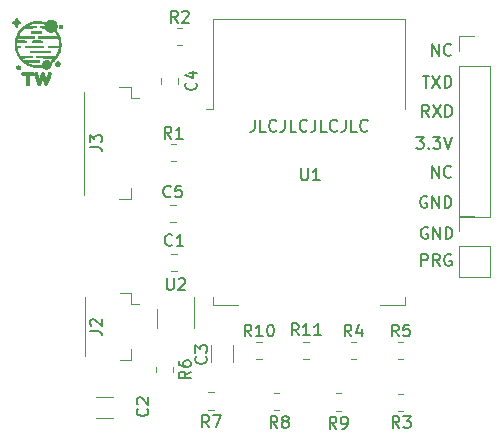
<source format=gbr>
%TF.GenerationSoftware,KiCad,Pcbnew,(6.0.4)*%
%TF.CreationDate,2022-03-25T23:20:21+00:00*%
%TF.ProjectId,IKEA Vindriktning Daughterboard,494b4541-2056-4696-9e64-72696b746e69,rev?*%
%TF.SameCoordinates,Original*%
%TF.FileFunction,Legend,Top*%
%TF.FilePolarity,Positive*%
%FSLAX46Y46*%
G04 Gerber Fmt 4.6, Leading zero omitted, Abs format (unit mm)*
G04 Created by KiCad (PCBNEW (6.0.4)) date 2022-03-25 23:20:21*
%MOMM*%
%LPD*%
G01*
G04 APERTURE LIST*
%ADD10C,0.150000*%
%ADD11C,0.010000*%
%ADD12C,0.120000*%
G04 APERTURE END LIST*
D10*
X61380952Y-89452380D02*
X61380952Y-90166666D01*
X61333333Y-90309523D01*
X61238095Y-90404761D01*
X61095238Y-90452380D01*
X61000000Y-90452380D01*
X62333333Y-90452380D02*
X61857142Y-90452380D01*
X61857142Y-89452380D01*
X63238095Y-90357142D02*
X63190476Y-90404761D01*
X63047619Y-90452380D01*
X62952380Y-90452380D01*
X62809523Y-90404761D01*
X62714285Y-90309523D01*
X62666666Y-90214285D01*
X62619047Y-90023809D01*
X62619047Y-89880952D01*
X62666666Y-89690476D01*
X62714285Y-89595238D01*
X62809523Y-89500000D01*
X62952380Y-89452380D01*
X63047619Y-89452380D01*
X63190476Y-89500000D01*
X63238095Y-89547619D01*
X63952380Y-89452380D02*
X63952380Y-90166666D01*
X63904761Y-90309523D01*
X63809523Y-90404761D01*
X63666666Y-90452380D01*
X63571428Y-90452380D01*
X64904761Y-90452380D02*
X64428571Y-90452380D01*
X64428571Y-89452380D01*
X65809523Y-90357142D02*
X65761904Y-90404761D01*
X65619047Y-90452380D01*
X65523809Y-90452380D01*
X65380952Y-90404761D01*
X65285714Y-90309523D01*
X65238095Y-90214285D01*
X65190476Y-90023809D01*
X65190476Y-89880952D01*
X65238095Y-89690476D01*
X65285714Y-89595238D01*
X65380952Y-89500000D01*
X65523809Y-89452380D01*
X65619047Y-89452380D01*
X65761904Y-89500000D01*
X65809523Y-89547619D01*
X66523809Y-89452380D02*
X66523809Y-90166666D01*
X66476190Y-90309523D01*
X66380952Y-90404761D01*
X66238095Y-90452380D01*
X66142857Y-90452380D01*
X67476190Y-90452380D02*
X67000000Y-90452380D01*
X67000000Y-89452380D01*
X68380952Y-90357142D02*
X68333333Y-90404761D01*
X68190476Y-90452380D01*
X68095238Y-90452380D01*
X67952380Y-90404761D01*
X67857142Y-90309523D01*
X67809523Y-90214285D01*
X67761904Y-90023809D01*
X67761904Y-89880952D01*
X67809523Y-89690476D01*
X67857142Y-89595238D01*
X67952380Y-89500000D01*
X68095238Y-89452380D01*
X68190476Y-89452380D01*
X68333333Y-89500000D01*
X68380952Y-89547619D01*
X69095238Y-89452380D02*
X69095238Y-90166666D01*
X69047619Y-90309523D01*
X68952380Y-90404761D01*
X68809523Y-90452380D01*
X68714285Y-90452380D01*
X70047619Y-90452380D02*
X69571428Y-90452380D01*
X69571428Y-89452380D01*
X70952380Y-90357142D02*
X70904761Y-90404761D01*
X70761904Y-90452380D01*
X70666666Y-90452380D01*
X70523809Y-90404761D01*
X70428571Y-90309523D01*
X70380952Y-90214285D01*
X70333333Y-90023809D01*
X70333333Y-89880952D01*
X70380952Y-89690476D01*
X70428571Y-89595238D01*
X70523809Y-89500000D01*
X70666666Y-89452380D01*
X70761904Y-89452380D01*
X70904761Y-89500000D01*
X70952380Y-89547619D01*
D11*
G36*
X41367056Y-84856683D02*
G01*
X41371857Y-84857085D01*
X41381819Y-84858661D01*
X41392166Y-84861205D01*
X41402781Y-84864646D01*
X41413552Y-84868910D01*
X41424363Y-84873927D01*
X41435099Y-84879622D01*
X41445647Y-84885924D01*
X41455891Y-84892761D01*
X41465717Y-84900059D01*
X41475011Y-84907748D01*
X41483658Y-84915753D01*
X41491543Y-84924004D01*
X41498552Y-84932427D01*
X41504570Y-84940951D01*
X41507172Y-84945228D01*
X41509483Y-84949502D01*
X41512886Y-84956662D01*
X41515879Y-84963871D01*
X41518467Y-84971119D01*
X41520653Y-84978397D01*
X41522439Y-84985693D01*
X41523831Y-84993000D01*
X41524832Y-85000307D01*
X41525445Y-85007604D01*
X41525674Y-85014882D01*
X41525523Y-85022130D01*
X41524994Y-85029339D01*
X41524093Y-85036499D01*
X41522822Y-85043601D01*
X41521185Y-85050635D01*
X41519186Y-85057590D01*
X41516828Y-85064458D01*
X41514115Y-85071228D01*
X41511051Y-85077891D01*
X41507639Y-85084436D01*
X41503883Y-85090855D01*
X41499787Y-85097136D01*
X41495353Y-85103272D01*
X41490587Y-85109251D01*
X41485490Y-85115064D01*
X41480068Y-85120701D01*
X41474324Y-85126153D01*
X41468261Y-85131410D01*
X41461882Y-85136461D01*
X41455193Y-85141298D01*
X41448195Y-85145910D01*
X41440894Y-85150288D01*
X41433292Y-85154421D01*
X41423621Y-85159081D01*
X41413939Y-85163067D01*
X41404249Y-85166378D01*
X41394555Y-85169014D01*
X41384859Y-85170975D01*
X41375165Y-85172263D01*
X41365475Y-85172876D01*
X41355794Y-85172815D01*
X41346123Y-85172080D01*
X41336467Y-85170672D01*
X41326828Y-85168590D01*
X41317209Y-85165834D01*
X41307614Y-85162405D01*
X41298046Y-85158302D01*
X41288507Y-85153527D01*
X41279002Y-85148078D01*
X41274754Y-85145380D01*
X41270557Y-85142500D01*
X41262339Y-85136233D01*
X41254392Y-85129347D01*
X41246759Y-85121910D01*
X41239485Y-85113994D01*
X41232613Y-85105668D01*
X41226188Y-85097002D01*
X41220252Y-85088066D01*
X41214851Y-85078930D01*
X41210027Y-85069664D01*
X41205826Y-85060337D01*
X41202289Y-85051021D01*
X41199462Y-85041784D01*
X41198329Y-85037217D01*
X41197389Y-85032697D01*
X41196649Y-85028231D01*
X41196113Y-85023829D01*
X41195787Y-85019499D01*
X41195678Y-85015251D01*
X41195929Y-85008102D01*
X41196671Y-85000931D01*
X41197886Y-84993756D01*
X41199559Y-84986591D01*
X41201671Y-84979454D01*
X41204205Y-84972361D01*
X41207145Y-84965327D01*
X41210473Y-84958370D01*
X41214172Y-84951505D01*
X41218226Y-84944748D01*
X41222616Y-84938117D01*
X41227326Y-84931627D01*
X41232340Y-84925295D01*
X41237638Y-84919136D01*
X41243206Y-84913167D01*
X41249025Y-84907405D01*
X41255079Y-84901866D01*
X41261349Y-84896565D01*
X41267821Y-84891519D01*
X41274475Y-84886745D01*
X41281295Y-84882259D01*
X41288265Y-84878076D01*
X41295366Y-84874214D01*
X41302582Y-84870689D01*
X41309896Y-84867516D01*
X41317291Y-84864712D01*
X41324748Y-84862293D01*
X41332253Y-84860276D01*
X41339787Y-84858677D01*
X41347333Y-84857513D01*
X41354874Y-84856798D01*
X41362393Y-84856550D01*
X41367056Y-84856683D01*
G37*
X41367056Y-84856683D02*
X41371857Y-84857085D01*
X41381819Y-84858661D01*
X41392166Y-84861205D01*
X41402781Y-84864646D01*
X41413552Y-84868910D01*
X41424363Y-84873927D01*
X41435099Y-84879622D01*
X41445647Y-84885924D01*
X41455891Y-84892761D01*
X41465717Y-84900059D01*
X41475011Y-84907748D01*
X41483658Y-84915753D01*
X41491543Y-84924004D01*
X41498552Y-84932427D01*
X41504570Y-84940951D01*
X41507172Y-84945228D01*
X41509483Y-84949502D01*
X41512886Y-84956662D01*
X41515879Y-84963871D01*
X41518467Y-84971119D01*
X41520653Y-84978397D01*
X41522439Y-84985693D01*
X41523831Y-84993000D01*
X41524832Y-85000307D01*
X41525445Y-85007604D01*
X41525674Y-85014882D01*
X41525523Y-85022130D01*
X41524994Y-85029339D01*
X41524093Y-85036499D01*
X41522822Y-85043601D01*
X41521185Y-85050635D01*
X41519186Y-85057590D01*
X41516828Y-85064458D01*
X41514115Y-85071228D01*
X41511051Y-85077891D01*
X41507639Y-85084436D01*
X41503883Y-85090855D01*
X41499787Y-85097136D01*
X41495353Y-85103272D01*
X41490587Y-85109251D01*
X41485490Y-85115064D01*
X41480068Y-85120701D01*
X41474324Y-85126153D01*
X41468261Y-85131410D01*
X41461882Y-85136461D01*
X41455193Y-85141298D01*
X41448195Y-85145910D01*
X41440894Y-85150288D01*
X41433292Y-85154421D01*
X41423621Y-85159081D01*
X41413939Y-85163067D01*
X41404249Y-85166378D01*
X41394555Y-85169014D01*
X41384859Y-85170975D01*
X41375165Y-85172263D01*
X41365475Y-85172876D01*
X41355794Y-85172815D01*
X41346123Y-85172080D01*
X41336467Y-85170672D01*
X41326828Y-85168590D01*
X41317209Y-85165834D01*
X41307614Y-85162405D01*
X41298046Y-85158302D01*
X41288507Y-85153527D01*
X41279002Y-85148078D01*
X41274754Y-85145380D01*
X41270557Y-85142500D01*
X41262339Y-85136233D01*
X41254392Y-85129347D01*
X41246759Y-85121910D01*
X41239485Y-85113994D01*
X41232613Y-85105668D01*
X41226188Y-85097002D01*
X41220252Y-85088066D01*
X41214851Y-85078930D01*
X41210027Y-85069664D01*
X41205826Y-85060337D01*
X41202289Y-85051021D01*
X41199462Y-85041784D01*
X41198329Y-85037217D01*
X41197389Y-85032697D01*
X41196649Y-85028231D01*
X41196113Y-85023829D01*
X41195787Y-85019499D01*
X41195678Y-85015251D01*
X41195929Y-85008102D01*
X41196671Y-85000931D01*
X41197886Y-84993756D01*
X41199559Y-84986591D01*
X41201671Y-84979454D01*
X41204205Y-84972361D01*
X41207145Y-84965327D01*
X41210473Y-84958370D01*
X41214172Y-84951505D01*
X41218226Y-84944748D01*
X41222616Y-84938117D01*
X41227326Y-84931627D01*
X41232340Y-84925295D01*
X41237638Y-84919136D01*
X41243206Y-84913167D01*
X41249025Y-84907405D01*
X41255079Y-84901866D01*
X41261349Y-84896565D01*
X41267821Y-84891519D01*
X41274475Y-84886745D01*
X41281295Y-84882259D01*
X41288265Y-84878076D01*
X41295366Y-84874214D01*
X41302582Y-84870689D01*
X41309896Y-84867516D01*
X41317291Y-84864712D01*
X41324748Y-84862293D01*
X41332253Y-84860276D01*
X41339787Y-84858677D01*
X41347333Y-84857513D01*
X41354874Y-84856798D01*
X41362393Y-84856550D01*
X41367056Y-84856683D01*
G36*
X43968657Y-85431403D02*
G01*
X43983794Y-85434407D01*
X44000687Y-85438699D01*
X44011740Y-85442055D01*
X44022720Y-85446118D01*
X44033539Y-85450815D01*
X44044108Y-85456074D01*
X44054340Y-85461822D01*
X44064145Y-85467985D01*
X44073436Y-85474492D01*
X44082124Y-85481269D01*
X44090121Y-85488243D01*
X44097339Y-85495342D01*
X44103688Y-85502492D01*
X44109081Y-85509622D01*
X44113429Y-85516658D01*
X44115184Y-85520118D01*
X44116645Y-85523527D01*
X44117800Y-85526876D01*
X44118639Y-85530156D01*
X44119150Y-85533358D01*
X44119323Y-85536474D01*
X44118535Y-85540768D01*
X44116225Y-85549427D01*
X44107344Y-85578895D01*
X44074728Y-85679824D01*
X44026457Y-85824156D01*
X43967510Y-85996788D01*
X43912035Y-86156833D01*
X43868432Y-86278525D01*
X43833873Y-86367107D01*
X43819101Y-86400620D01*
X43805529Y-86427823D01*
X43792804Y-86449370D01*
X43780571Y-86465918D01*
X43768478Y-86478121D01*
X43756171Y-86486636D01*
X43743296Y-86492117D01*
X43729499Y-86495221D01*
X43714428Y-86496603D01*
X43697727Y-86496917D01*
X43690303Y-86496791D01*
X43683177Y-86496388D01*
X43676329Y-86495677D01*
X43669737Y-86494624D01*
X43663381Y-86493197D01*
X43657239Y-86491363D01*
X43651291Y-86489087D01*
X43645515Y-86486339D01*
X43639891Y-86483084D01*
X43634398Y-86479290D01*
X43629014Y-86474923D01*
X43623719Y-86469951D01*
X43618492Y-86464341D01*
X43613312Y-86458060D01*
X43608157Y-86451075D01*
X43603008Y-86443352D01*
X43597842Y-86434859D01*
X43592639Y-86425564D01*
X43587378Y-86415432D01*
X43582038Y-86404432D01*
X43576599Y-86392529D01*
X43571038Y-86379692D01*
X43565335Y-86365886D01*
X43559469Y-86351080D01*
X43547166Y-86318334D01*
X43533958Y-86281188D01*
X43519681Y-86239381D01*
X43504164Y-86192646D01*
X43473904Y-86101950D01*
X43447740Y-86026145D01*
X43428470Y-85973162D01*
X43422294Y-85957708D01*
X43418891Y-85950933D01*
X43418308Y-85950735D01*
X43417514Y-85951182D01*
X43416515Y-85952259D01*
X43415317Y-85953951D01*
X43412347Y-85959119D01*
X43408653Y-85966564D01*
X43404282Y-85976162D01*
X43399282Y-85987793D01*
X43387588Y-86016664D01*
X43373955Y-86052199D01*
X43358768Y-86093422D01*
X43342410Y-86139356D01*
X43325265Y-86189026D01*
X43305978Y-86244754D01*
X43287786Y-86295310D01*
X43270858Y-86340285D01*
X43255362Y-86379269D01*
X43241466Y-86411853D01*
X43229337Y-86437629D01*
X43219143Y-86456187D01*
X43214825Y-86462632D01*
X43211054Y-86467119D01*
X43207126Y-86470813D01*
X43202978Y-86474269D01*
X43198624Y-86477486D01*
X43194079Y-86480465D01*
X43189355Y-86483205D01*
X43184468Y-86485707D01*
X43179432Y-86487970D01*
X43174259Y-86489995D01*
X43168965Y-86491781D01*
X43163563Y-86493329D01*
X43158068Y-86494638D01*
X43152493Y-86495709D01*
X43146852Y-86496541D01*
X43141160Y-86497135D01*
X43129677Y-86497607D01*
X43118156Y-86497126D01*
X43106709Y-86495691D01*
X43101048Y-86494616D01*
X43095448Y-86493302D01*
X43089923Y-86491750D01*
X43084486Y-86489959D01*
X43079152Y-86487931D01*
X43073934Y-86485663D01*
X43068847Y-86483158D01*
X43063905Y-86480414D01*
X43059122Y-86477431D01*
X43054512Y-86474210D01*
X43050088Y-86470751D01*
X43045865Y-86467053D01*
X43045865Y-86467059D01*
X43041183Y-86461817D01*
X43035876Y-86454142D01*
X43029898Y-86443919D01*
X43023204Y-86431034D01*
X43015747Y-86415373D01*
X43007483Y-86396821D01*
X42998366Y-86375264D01*
X42988350Y-86350589D01*
X42977389Y-86322680D01*
X42965439Y-86291424D01*
X42938386Y-86218411D01*
X42906827Y-86130638D01*
X42870396Y-86027189D01*
X42814267Y-85863284D01*
X42767336Y-85720102D01*
X42734514Y-85613054D01*
X42724929Y-85577895D01*
X42720713Y-85557548D01*
X42718776Y-85538106D01*
X42718230Y-85530068D01*
X42718056Y-85522985D01*
X42718129Y-85519763D01*
X42718320Y-85516732D01*
X42718638Y-85513878D01*
X42719091Y-85511184D01*
X42719687Y-85508635D01*
X42720435Y-85506215D01*
X42721343Y-85503909D01*
X42722419Y-85501701D01*
X42723673Y-85499575D01*
X42725112Y-85497515D01*
X42726745Y-85495507D01*
X42728580Y-85493534D01*
X42730626Y-85491581D01*
X42732891Y-85489632D01*
X42735383Y-85487671D01*
X42738112Y-85485682D01*
X42744310Y-85481562D01*
X42751552Y-85477144D01*
X42769441Y-85466917D01*
X42782641Y-85459927D01*
X42795808Y-85453788D01*
X42808873Y-85448504D01*
X42821765Y-85444078D01*
X42834414Y-85440513D01*
X42846750Y-85437812D01*
X42858703Y-85435979D01*
X42870201Y-85435017D01*
X42881176Y-85434929D01*
X42891556Y-85435719D01*
X42901272Y-85437389D01*
X42910254Y-85439944D01*
X42914447Y-85441554D01*
X42918430Y-85443386D01*
X42922195Y-85445441D01*
X42925732Y-85447719D01*
X42929032Y-85450220D01*
X42932088Y-85452946D01*
X42934890Y-85455896D01*
X42937429Y-85459070D01*
X42939774Y-85463021D01*
X42942882Y-85469453D01*
X42951176Y-85489188D01*
X42961900Y-85517124D01*
X42974643Y-85552109D01*
X42988995Y-85592995D01*
X43004544Y-85638630D01*
X43020881Y-85687865D01*
X43037593Y-85739548D01*
X43069758Y-85838428D01*
X43097256Y-85919402D01*
X43117167Y-85974115D01*
X43123364Y-85989011D01*
X43125364Y-85992888D01*
X43126570Y-85994209D01*
X43127074Y-85993879D01*
X43127789Y-85992900D01*
X43129826Y-85989059D01*
X43132634Y-85982815D01*
X43136167Y-85974298D01*
X43145217Y-85950961D01*
X43156603Y-85920084D01*
X43169948Y-85882701D01*
X43184879Y-85839848D01*
X43201019Y-85792559D01*
X43217994Y-85741869D01*
X43243693Y-85664980D01*
X43264386Y-85604884D01*
X43281144Y-85559209D01*
X43295039Y-85525583D01*
X43301247Y-85512546D01*
X43307141Y-85501632D01*
X43312856Y-85492543D01*
X43318523Y-85484984D01*
X43324279Y-85478657D01*
X43330256Y-85473266D01*
X43336588Y-85468515D01*
X43343410Y-85464106D01*
X43347852Y-85461516D01*
X43352549Y-85458998D01*
X43357462Y-85456565D01*
X43362550Y-85454231D01*
X43367773Y-85452008D01*
X43373089Y-85449909D01*
X43378459Y-85447947D01*
X43383842Y-85446136D01*
X43389198Y-85444489D01*
X43394484Y-85443018D01*
X43399663Y-85441737D01*
X43404691Y-85440659D01*
X43409530Y-85439796D01*
X43414139Y-85439162D01*
X43418476Y-85438770D01*
X43422502Y-85438633D01*
X43429059Y-85438784D01*
X43435402Y-85439275D01*
X43441549Y-85440135D01*
X43447518Y-85441395D01*
X43453328Y-85443086D01*
X43458997Y-85445238D01*
X43464543Y-85447881D01*
X43469984Y-85451045D01*
X43475338Y-85454761D01*
X43480624Y-85459059D01*
X43485859Y-85463970D01*
X43491062Y-85469523D01*
X43496251Y-85475750D01*
X43501444Y-85482680D01*
X43506659Y-85490344D01*
X43511914Y-85498771D01*
X43517228Y-85507994D01*
X43522619Y-85518040D01*
X43528105Y-85528943D01*
X43533704Y-85540730D01*
X43539434Y-85553433D01*
X43545313Y-85567082D01*
X43551360Y-85581708D01*
X43557592Y-85597340D01*
X43570687Y-85631747D01*
X43584743Y-85670544D01*
X43599904Y-85713974D01*
X43616317Y-85762281D01*
X43700678Y-86013218D01*
X43792218Y-85738596D01*
X43827180Y-85634928D01*
X43855347Y-85556282D01*
X43867548Y-85525387D01*
X43878846Y-85499602D01*
X43889509Y-85478544D01*
X43899802Y-85461831D01*
X43909990Y-85449081D01*
X43915128Y-85444073D01*
X43920339Y-85439912D01*
X43925657Y-85436551D01*
X43931114Y-85433942D01*
X43936745Y-85432037D01*
X43942582Y-85430788D01*
X43955008Y-85430069D01*
X43968657Y-85431403D01*
G37*
X43968657Y-85431403D02*
X43983794Y-85434407D01*
X44000687Y-85438699D01*
X44011740Y-85442055D01*
X44022720Y-85446118D01*
X44033539Y-85450815D01*
X44044108Y-85456074D01*
X44054340Y-85461822D01*
X44064145Y-85467985D01*
X44073436Y-85474492D01*
X44082124Y-85481269D01*
X44090121Y-85488243D01*
X44097339Y-85495342D01*
X44103688Y-85502492D01*
X44109081Y-85509622D01*
X44113429Y-85516658D01*
X44115184Y-85520118D01*
X44116645Y-85523527D01*
X44117800Y-85526876D01*
X44118639Y-85530156D01*
X44119150Y-85533358D01*
X44119323Y-85536474D01*
X44118535Y-85540768D01*
X44116225Y-85549427D01*
X44107344Y-85578895D01*
X44074728Y-85679824D01*
X44026457Y-85824156D01*
X43967510Y-85996788D01*
X43912035Y-86156833D01*
X43868432Y-86278525D01*
X43833873Y-86367107D01*
X43819101Y-86400620D01*
X43805529Y-86427823D01*
X43792804Y-86449370D01*
X43780571Y-86465918D01*
X43768478Y-86478121D01*
X43756171Y-86486636D01*
X43743296Y-86492117D01*
X43729499Y-86495221D01*
X43714428Y-86496603D01*
X43697727Y-86496917D01*
X43690303Y-86496791D01*
X43683177Y-86496388D01*
X43676329Y-86495677D01*
X43669737Y-86494624D01*
X43663381Y-86493197D01*
X43657239Y-86491363D01*
X43651291Y-86489087D01*
X43645515Y-86486339D01*
X43639891Y-86483084D01*
X43634398Y-86479290D01*
X43629014Y-86474923D01*
X43623719Y-86469951D01*
X43618492Y-86464341D01*
X43613312Y-86458060D01*
X43608157Y-86451075D01*
X43603008Y-86443352D01*
X43597842Y-86434859D01*
X43592639Y-86425564D01*
X43587378Y-86415432D01*
X43582038Y-86404432D01*
X43576599Y-86392529D01*
X43571038Y-86379692D01*
X43565335Y-86365886D01*
X43559469Y-86351080D01*
X43547166Y-86318334D01*
X43533958Y-86281188D01*
X43519681Y-86239381D01*
X43504164Y-86192646D01*
X43473904Y-86101950D01*
X43447740Y-86026145D01*
X43428470Y-85973162D01*
X43422294Y-85957708D01*
X43418891Y-85950933D01*
X43418308Y-85950735D01*
X43417514Y-85951182D01*
X43416515Y-85952259D01*
X43415317Y-85953951D01*
X43412347Y-85959119D01*
X43408653Y-85966564D01*
X43404282Y-85976162D01*
X43399282Y-85987793D01*
X43387588Y-86016664D01*
X43373955Y-86052199D01*
X43358768Y-86093422D01*
X43342410Y-86139356D01*
X43325265Y-86189026D01*
X43305978Y-86244754D01*
X43287786Y-86295310D01*
X43270858Y-86340285D01*
X43255362Y-86379269D01*
X43241466Y-86411853D01*
X43229337Y-86437629D01*
X43219143Y-86456187D01*
X43214825Y-86462632D01*
X43211054Y-86467119D01*
X43207126Y-86470813D01*
X43202978Y-86474269D01*
X43198624Y-86477486D01*
X43194079Y-86480465D01*
X43189355Y-86483205D01*
X43184468Y-86485707D01*
X43179432Y-86487970D01*
X43174259Y-86489995D01*
X43168965Y-86491781D01*
X43163563Y-86493329D01*
X43158068Y-86494638D01*
X43152493Y-86495709D01*
X43146852Y-86496541D01*
X43141160Y-86497135D01*
X43129677Y-86497607D01*
X43118156Y-86497126D01*
X43106709Y-86495691D01*
X43101048Y-86494616D01*
X43095448Y-86493302D01*
X43089923Y-86491750D01*
X43084486Y-86489959D01*
X43079152Y-86487931D01*
X43073934Y-86485663D01*
X43068847Y-86483158D01*
X43063905Y-86480414D01*
X43059122Y-86477431D01*
X43054512Y-86474210D01*
X43050088Y-86470751D01*
X43045865Y-86467053D01*
X43045865Y-86467059D01*
X43041183Y-86461817D01*
X43035876Y-86454142D01*
X43029898Y-86443919D01*
X43023204Y-86431034D01*
X43015747Y-86415373D01*
X43007483Y-86396821D01*
X42998366Y-86375264D01*
X42988350Y-86350589D01*
X42977389Y-86322680D01*
X42965439Y-86291424D01*
X42938386Y-86218411D01*
X42906827Y-86130638D01*
X42870396Y-86027189D01*
X42814267Y-85863284D01*
X42767336Y-85720102D01*
X42734514Y-85613054D01*
X42724929Y-85577895D01*
X42720713Y-85557548D01*
X42718776Y-85538106D01*
X42718230Y-85530068D01*
X42718056Y-85522985D01*
X42718129Y-85519763D01*
X42718320Y-85516732D01*
X42718638Y-85513878D01*
X42719091Y-85511184D01*
X42719687Y-85508635D01*
X42720435Y-85506215D01*
X42721343Y-85503909D01*
X42722419Y-85501701D01*
X42723673Y-85499575D01*
X42725112Y-85497515D01*
X42726745Y-85495507D01*
X42728580Y-85493534D01*
X42730626Y-85491581D01*
X42732891Y-85489632D01*
X42735383Y-85487671D01*
X42738112Y-85485682D01*
X42744310Y-85481562D01*
X42751552Y-85477144D01*
X42769441Y-85466917D01*
X42782641Y-85459927D01*
X42795808Y-85453788D01*
X42808873Y-85448504D01*
X42821765Y-85444078D01*
X42834414Y-85440513D01*
X42846750Y-85437812D01*
X42858703Y-85435979D01*
X42870201Y-85435017D01*
X42881176Y-85434929D01*
X42891556Y-85435719D01*
X42901272Y-85437389D01*
X42910254Y-85439944D01*
X42914447Y-85441554D01*
X42918430Y-85443386D01*
X42922195Y-85445441D01*
X42925732Y-85447719D01*
X42929032Y-85450220D01*
X42932088Y-85452946D01*
X42934890Y-85455896D01*
X42937429Y-85459070D01*
X42939774Y-85463021D01*
X42942882Y-85469453D01*
X42951176Y-85489188D01*
X42961900Y-85517124D01*
X42974643Y-85552109D01*
X42988995Y-85592995D01*
X43004544Y-85638630D01*
X43020881Y-85687865D01*
X43037593Y-85739548D01*
X43069758Y-85838428D01*
X43097256Y-85919402D01*
X43117167Y-85974115D01*
X43123364Y-85989011D01*
X43125364Y-85992888D01*
X43126570Y-85994209D01*
X43127074Y-85993879D01*
X43127789Y-85992900D01*
X43129826Y-85989059D01*
X43132634Y-85982815D01*
X43136167Y-85974298D01*
X43145217Y-85950961D01*
X43156603Y-85920084D01*
X43169948Y-85882701D01*
X43184879Y-85839848D01*
X43201019Y-85792559D01*
X43217994Y-85741869D01*
X43243693Y-85664980D01*
X43264386Y-85604884D01*
X43281144Y-85559209D01*
X43295039Y-85525583D01*
X43301247Y-85512546D01*
X43307141Y-85501632D01*
X43312856Y-85492543D01*
X43318523Y-85484984D01*
X43324279Y-85478657D01*
X43330256Y-85473266D01*
X43336588Y-85468515D01*
X43343410Y-85464106D01*
X43347852Y-85461516D01*
X43352549Y-85458998D01*
X43357462Y-85456565D01*
X43362550Y-85454231D01*
X43367773Y-85452008D01*
X43373089Y-85449909D01*
X43378459Y-85447947D01*
X43383842Y-85446136D01*
X43389198Y-85444489D01*
X43394484Y-85443018D01*
X43399663Y-85441737D01*
X43404691Y-85440659D01*
X43409530Y-85439796D01*
X43414139Y-85439162D01*
X43418476Y-85438770D01*
X43422502Y-85438633D01*
X43429059Y-85438784D01*
X43435402Y-85439275D01*
X43441549Y-85440135D01*
X43447518Y-85441395D01*
X43453328Y-85443086D01*
X43458997Y-85445238D01*
X43464543Y-85447881D01*
X43469984Y-85451045D01*
X43475338Y-85454761D01*
X43480624Y-85459059D01*
X43485859Y-85463970D01*
X43491062Y-85469523D01*
X43496251Y-85475750D01*
X43501444Y-85482680D01*
X43506659Y-85490344D01*
X43511914Y-85498771D01*
X43517228Y-85507994D01*
X43522619Y-85518040D01*
X43528105Y-85528943D01*
X43533704Y-85540730D01*
X43539434Y-85553433D01*
X43545313Y-85567082D01*
X43551360Y-85581708D01*
X43557592Y-85597340D01*
X43570687Y-85631747D01*
X43584743Y-85670544D01*
X43599904Y-85713974D01*
X43616317Y-85762281D01*
X43700678Y-86013218D01*
X43792218Y-85738596D01*
X43827180Y-85634928D01*
X43855347Y-85556282D01*
X43867548Y-85525387D01*
X43878846Y-85499602D01*
X43889509Y-85478544D01*
X43899802Y-85461831D01*
X43909990Y-85449081D01*
X43915128Y-85444073D01*
X43920339Y-85439912D01*
X43925657Y-85436551D01*
X43931114Y-85433942D01*
X43936745Y-85432037D01*
X43942582Y-85430788D01*
X43955008Y-85430069D01*
X43968657Y-85431403D01*
G36*
X41075248Y-82824634D02*
G01*
X41083014Y-82741650D01*
X41088095Y-82705505D01*
X41093977Y-82673688D01*
X41120944Y-82561718D01*
X41153423Y-82452666D01*
X41191308Y-82346672D01*
X41234491Y-82243878D01*
X41282867Y-82144424D01*
X41336328Y-82048451D01*
X41394767Y-81956099D01*
X41458078Y-81867510D01*
X41526155Y-81782824D01*
X41598890Y-81702182D01*
X41676176Y-81625724D01*
X41757908Y-81553592D01*
X41843978Y-81485926D01*
X41934279Y-81422866D01*
X42028705Y-81364555D01*
X42127150Y-81311131D01*
X42182394Y-81283937D01*
X42236888Y-81258806D01*
X42290813Y-81235698D01*
X42344346Y-81214568D01*
X42397667Y-81195376D01*
X42450954Y-81178078D01*
X42504386Y-81162633D01*
X42558141Y-81148999D01*
X42612400Y-81137133D01*
X42667340Y-81126993D01*
X42723140Y-81118537D01*
X42779979Y-81111723D01*
X42838036Y-81106508D01*
X42897490Y-81102850D01*
X42958519Y-81100707D01*
X43021302Y-81100037D01*
X43101388Y-81101815D01*
X43183385Y-81106841D01*
X43265503Y-81114842D01*
X43345953Y-81125548D01*
X43422943Y-81138688D01*
X43494685Y-81153990D01*
X43528028Y-81162368D01*
X43559387Y-81171184D01*
X43588539Y-81180406D01*
X43615261Y-81189998D01*
X43686667Y-81217422D01*
X43756166Y-81146804D01*
X43763647Y-81139413D01*
X43771706Y-81131843D01*
X43780268Y-81124148D01*
X43789257Y-81116386D01*
X43808215Y-81100880D01*
X43827979Y-81085769D01*
X43847946Y-81071499D01*
X43857818Y-81064819D01*
X43867514Y-81058516D01*
X43876960Y-81052647D01*
X43886080Y-81047265D01*
X43894799Y-81042429D01*
X43903041Y-81038192D01*
X43915667Y-81032078D01*
X43927340Y-81026651D01*
X43938289Y-81021870D01*
X43948744Y-81017695D01*
X43958935Y-81014087D01*
X43969092Y-81011004D01*
X43979444Y-81008406D01*
X43990222Y-81006253D01*
X44001655Y-81004505D01*
X44013972Y-81003120D01*
X44027404Y-81002059D01*
X44042180Y-81001282D01*
X44058531Y-81000748D01*
X44076685Y-81000416D01*
X44119323Y-81000199D01*
X44161888Y-81000417D01*
X44196357Y-81001283D01*
X44211123Y-81002059D01*
X44224548Y-81003115D01*
X44236857Y-81004493D01*
X44248279Y-81006231D01*
X44259040Y-81008369D01*
X44269368Y-81010947D01*
X44279491Y-81014005D01*
X44289634Y-81017582D01*
X44300027Y-81021719D01*
X44310895Y-81026454D01*
X44334969Y-81037881D01*
X44353241Y-81047424D01*
X44371432Y-81058043D01*
X44389469Y-81069668D01*
X44407280Y-81082224D01*
X44424791Y-81095640D01*
X44441931Y-81109843D01*
X44458627Y-81124761D01*
X44474805Y-81140321D01*
X44490394Y-81156450D01*
X44505320Y-81173076D01*
X44519511Y-81190127D01*
X44532895Y-81207530D01*
X44545398Y-81225213D01*
X44556948Y-81243103D01*
X44567472Y-81261128D01*
X44576898Y-81279215D01*
X44582033Y-81289975D01*
X44586744Y-81300426D01*
X44591050Y-81310656D01*
X44594972Y-81320752D01*
X44598530Y-81330803D01*
X44601745Y-81340896D01*
X44604637Y-81351119D01*
X44607226Y-81361559D01*
X44609531Y-81372305D01*
X44611575Y-81383443D01*
X44613376Y-81395063D01*
X44614956Y-81407250D01*
X44616333Y-81420094D01*
X44617530Y-81433682D01*
X44618565Y-81448101D01*
X44619459Y-81463440D01*
X44620405Y-81484879D01*
X44620893Y-81505010D01*
X44620890Y-81523996D01*
X44620360Y-81542000D01*
X44619267Y-81559187D01*
X44617578Y-81575720D01*
X44615257Y-81591762D01*
X44612270Y-81607477D01*
X44608581Y-81623029D01*
X44604156Y-81638580D01*
X44598959Y-81654296D01*
X44592956Y-81670339D01*
X44586111Y-81686873D01*
X44578390Y-81704062D01*
X44569758Y-81722068D01*
X44560180Y-81741057D01*
X44526093Y-81807227D01*
X44613878Y-81936704D01*
X44702870Y-82080082D01*
X44778610Y-82227639D01*
X44841142Y-82378655D01*
X44890508Y-82532412D01*
X44926752Y-82688192D01*
X44949915Y-82845276D01*
X44960040Y-83002944D01*
X44957171Y-83160480D01*
X44941350Y-83317163D01*
X44912620Y-83472275D01*
X44871023Y-83625098D01*
X44816602Y-83774913D01*
X44749401Y-83921001D01*
X44669461Y-84062644D01*
X44576826Y-84199123D01*
X44525760Y-84265201D01*
X44471537Y-84329719D01*
X44436310Y-84369007D01*
X44401497Y-84405870D01*
X44366524Y-84440830D01*
X44348799Y-84457762D01*
X44330817Y-84474414D01*
X44312508Y-84490853D01*
X44293800Y-84507145D01*
X44254898Y-84539547D01*
X44213537Y-84572144D01*
X44169140Y-84605462D01*
X44106509Y-84651449D01*
X44114409Y-84725610D01*
X44115969Y-84744943D01*
X44116528Y-84764107D01*
X44116109Y-84783075D01*
X44114734Y-84801821D01*
X44112425Y-84820317D01*
X44109203Y-84838537D01*
X44105092Y-84856455D01*
X44100113Y-84874044D01*
X44094288Y-84891278D01*
X44087640Y-84908131D01*
X44080191Y-84924574D01*
X44071963Y-84940584D01*
X44062977Y-84956131D01*
X44053257Y-84971191D01*
X44042824Y-84985737D01*
X44031700Y-84999742D01*
X44019908Y-85013179D01*
X44007470Y-85026022D01*
X43994407Y-85038245D01*
X43980743Y-85049821D01*
X43966499Y-85060724D01*
X43951697Y-85070926D01*
X43936359Y-85080402D01*
X43920508Y-85089125D01*
X43904166Y-85097068D01*
X43887354Y-85104206D01*
X43870096Y-85110511D01*
X43852412Y-85115956D01*
X43834326Y-85120516D01*
X43815860Y-85124164D01*
X43797035Y-85126874D01*
X43777873Y-85128618D01*
X43761846Y-85129321D01*
X43745140Y-85129441D01*
X43728246Y-85129014D01*
X43711655Y-85128076D01*
X43695859Y-85126661D01*
X43681348Y-85124807D01*
X43668614Y-85122547D01*
X43663066Y-85121277D01*
X43658147Y-85119919D01*
X43658148Y-85119919D01*
X43645836Y-85115841D01*
X43633390Y-85111099D01*
X43620860Y-85105728D01*
X43608299Y-85099764D01*
X43595758Y-85093242D01*
X43583289Y-85086196D01*
X43570945Y-85078663D01*
X43558777Y-85070678D01*
X43546836Y-85062276D01*
X43535176Y-85053492D01*
X43523847Y-85044361D01*
X43512902Y-85034919D01*
X43502392Y-85025201D01*
X43492370Y-85015242D01*
X43482887Y-85005078D01*
X43473995Y-84994743D01*
X43467680Y-84987180D01*
X43461861Y-84980454D01*
X43456463Y-84974525D01*
X43451407Y-84969355D01*
X43446618Y-84964907D01*
X43444300Y-84962942D01*
X43442019Y-84961143D01*
X43439767Y-84959504D01*
X43437533Y-84958023D01*
X43435309Y-84956693D01*
X43433084Y-84955509D01*
X43430848Y-84954468D01*
X43428594Y-84953564D01*
X43426309Y-84952793D01*
X43423987Y-84952150D01*
X43421615Y-84951629D01*
X43419186Y-84951226D01*
X43416689Y-84950937D01*
X43414114Y-84950757D01*
X43411453Y-84950680D01*
X43408696Y-84950703D01*
X43402854Y-84951026D01*
X43396511Y-84951687D01*
X43389590Y-84952650D01*
X43313716Y-84963832D01*
X43248200Y-84972592D01*
X43190473Y-84979108D01*
X43137964Y-84983553D01*
X43088103Y-84986104D01*
X43038318Y-84986936D01*
X42986040Y-84986225D01*
X42928698Y-84984147D01*
X42852711Y-84979490D01*
X42778085Y-84972332D01*
X42704764Y-84962653D01*
X42632693Y-84950433D01*
X42561815Y-84935652D01*
X42492073Y-84918290D01*
X42423413Y-84898328D01*
X42355778Y-84875744D01*
X42289111Y-84850520D01*
X42223357Y-84822635D01*
X42158460Y-84792070D01*
X42094363Y-84758803D01*
X42031010Y-84722816D01*
X41968346Y-84684089D01*
X41906313Y-84642600D01*
X41844857Y-84598332D01*
X41773846Y-84542532D01*
X41705558Y-84483221D01*
X41640100Y-84420573D01*
X41577579Y-84354761D01*
X41518101Y-84285960D01*
X41461774Y-84214342D01*
X41408704Y-84140081D01*
X41358998Y-84063351D01*
X41312764Y-83984326D01*
X41270108Y-83903178D01*
X41231136Y-83820082D01*
X41195957Y-83735211D01*
X41164677Y-83648738D01*
X41137403Y-83560838D01*
X41114242Y-83471684D01*
X41095300Y-83381449D01*
X41089290Y-83344838D01*
X41084066Y-83304538D01*
X41075978Y-83215163D01*
X41071043Y-83117904D01*
X41069271Y-83017342D01*
X41069411Y-83007444D01*
X41197733Y-83007444D01*
X41197929Y-83040437D01*
X41199388Y-83072821D01*
X41202003Y-83102958D01*
X41203711Y-83116671D01*
X41205667Y-83129207D01*
X41207860Y-83140361D01*
X41210274Y-83149929D01*
X41212897Y-83157704D01*
X41215716Y-83163483D01*
X41216324Y-83164151D01*
X41217310Y-83164811D01*
X41220376Y-83166098D01*
X41224838Y-83167340D01*
X41230617Y-83168529D01*
X41237637Y-83169659D01*
X41245820Y-83170723D01*
X41255088Y-83171716D01*
X41265365Y-83172631D01*
X41288633Y-83174203D01*
X41315005Y-83175388D01*
X41343863Y-83176136D01*
X41374587Y-83176397D01*
X41420097Y-83176553D01*
X41455795Y-83177160D01*
X41483024Y-83178428D01*
X41493882Y-83179375D01*
X41503127Y-83180565D01*
X41510927Y-83182025D01*
X41517450Y-83183780D01*
X41522863Y-83185858D01*
X41527335Y-83188283D01*
X41531034Y-83191082D01*
X41534127Y-83194282D01*
X41536784Y-83197907D01*
X41539171Y-83201985D01*
X41543030Y-83209494D01*
X41546389Y-83216675D01*
X41549236Y-83223533D01*
X41551563Y-83230074D01*
X41553360Y-83236305D01*
X41554617Y-83242232D01*
X41555325Y-83247860D01*
X41555475Y-83253194D01*
X41555056Y-83258242D01*
X41554060Y-83263009D01*
X41552477Y-83267500D01*
X41550296Y-83271722D01*
X41547510Y-83275681D01*
X41544108Y-83279383D01*
X41540080Y-83282832D01*
X41535418Y-83286036D01*
X41530111Y-83289000D01*
X41524151Y-83291730D01*
X41517527Y-83294232D01*
X41510230Y-83296512D01*
X41502251Y-83298576D01*
X41493579Y-83300429D01*
X41484207Y-83302078D01*
X41474123Y-83303528D01*
X41463318Y-83304786D01*
X41451784Y-83305857D01*
X41439510Y-83306746D01*
X41426487Y-83307461D01*
X41398155Y-83308389D01*
X41366712Y-83308688D01*
X41329811Y-83308898D01*
X41299032Y-83309553D01*
X41274005Y-83310697D01*
X41254361Y-83312372D01*
X41246442Y-83313422D01*
X41239730Y-83314620D01*
X41234179Y-83315972D01*
X41229744Y-83317483D01*
X41226377Y-83319159D01*
X41224033Y-83321004D01*
X41222666Y-83323024D01*
X41222229Y-83325225D01*
X41222857Y-83333550D01*
X41224601Y-83345310D01*
X41231026Y-83377578D01*
X41240681Y-83418915D01*
X41252744Y-83466208D01*
X41266394Y-83516341D01*
X41280808Y-83566202D01*
X41295165Y-83612675D01*
X41308642Y-83652647D01*
X41325942Y-83697537D01*
X41347556Y-83748278D01*
X41372074Y-83802022D01*
X41398081Y-83855918D01*
X41424168Y-83907119D01*
X41448920Y-83952776D01*
X41470928Y-83990039D01*
X41480461Y-84004633D01*
X41488777Y-84016061D01*
X41514860Y-84049220D01*
X42038440Y-84052678D01*
X42321372Y-84055183D01*
X42414275Y-84056877D01*
X42480903Y-84059161D01*
X42525831Y-84062253D01*
X42553636Y-84066375D01*
X42562547Y-84068891D01*
X42568894Y-84071747D01*
X42573247Y-84074970D01*
X42576179Y-84078589D01*
X42577874Y-84081494D01*
X42579352Y-84084492D01*
X42580613Y-84087587D01*
X42581657Y-84090783D01*
X42582484Y-84094081D01*
X42583095Y-84097487D01*
X42583489Y-84101002D01*
X42583667Y-84104630D01*
X42583628Y-84108375D01*
X42583373Y-84112239D01*
X42582902Y-84116226D01*
X42582214Y-84120340D01*
X42581310Y-84124582D01*
X42580191Y-84128958D01*
X42578854Y-84133470D01*
X42577302Y-84138120D01*
X42564266Y-84175199D01*
X42091639Y-84178673D01*
X41908126Y-84180886D01*
X41757845Y-84184341D01*
X41656304Y-84188567D01*
X41628657Y-84190821D01*
X41621463Y-84191957D01*
X41619011Y-84193090D01*
X41619140Y-84193784D01*
X41619522Y-84194731D01*
X41621020Y-84197356D01*
X41623455Y-84200910D01*
X41626777Y-84205335D01*
X41630935Y-84210572D01*
X41635879Y-84216565D01*
X41647922Y-84230586D01*
X41662503Y-84246938D01*
X41679218Y-84265160D01*
X41697662Y-84284791D01*
X41717433Y-84305371D01*
X41815855Y-84406709D01*
X42465750Y-84406709D01*
X42747277Y-84407596D01*
X42955761Y-84410216D01*
X43088110Y-84414506D01*
X43124769Y-84417258D01*
X43141235Y-84420404D01*
X43144104Y-84422122D01*
X43146804Y-84424105D01*
X43149335Y-84426338D01*
X43151696Y-84428806D01*
X43153886Y-84431493D01*
X43155904Y-84434384D01*
X43157751Y-84437464D01*
X43159424Y-84440718D01*
X43160924Y-84444130D01*
X43162250Y-84447686D01*
X43163401Y-84451371D01*
X43164376Y-84455168D01*
X43165176Y-84459063D01*
X43165799Y-84463040D01*
X43166244Y-84467085D01*
X43166511Y-84471183D01*
X43166600Y-84475317D01*
X43166509Y-84479473D01*
X43166238Y-84483636D01*
X43165787Y-84487790D01*
X43165154Y-84491920D01*
X43164339Y-84496012D01*
X43163341Y-84500049D01*
X43162160Y-84504017D01*
X43160795Y-84507901D01*
X43159246Y-84511685D01*
X43157511Y-84515353D01*
X43155590Y-84518892D01*
X43153483Y-84522285D01*
X43151188Y-84525518D01*
X43148706Y-84528575D01*
X43146035Y-84531442D01*
X43144159Y-84533105D01*
X43141906Y-84534680D01*
X43139208Y-84536167D01*
X43135999Y-84537571D01*
X43132212Y-84538893D01*
X43127780Y-84540136D01*
X43122636Y-84541302D01*
X43116713Y-84542393D01*
X43109945Y-84543413D01*
X43102264Y-84544363D01*
X43083900Y-84546065D01*
X43061084Y-84547518D01*
X43033283Y-84548742D01*
X42999962Y-84549757D01*
X42960587Y-84550582D01*
X42914623Y-84551237D01*
X42861535Y-84551741D01*
X42731851Y-84552376D01*
X42567259Y-84552643D01*
X42009271Y-84553056D01*
X42062188Y-84586421D01*
X42099299Y-84609174D01*
X42136695Y-84630794D01*
X42174506Y-84651328D01*
X42212865Y-84670823D01*
X42251900Y-84689327D01*
X42291744Y-84706887D01*
X42332525Y-84723550D01*
X42374376Y-84739365D01*
X42417426Y-84754377D01*
X42461806Y-84768636D01*
X42507647Y-84782187D01*
X42555079Y-84795080D01*
X42604233Y-84807360D01*
X42655240Y-84819076D01*
X42708230Y-84830275D01*
X42763334Y-84841004D01*
X42783303Y-84844106D01*
X42807488Y-84846807D01*
X42866101Y-84851002D01*
X42934362Y-84853579D01*
X43007459Y-84854529D01*
X43080584Y-84853844D01*
X43148925Y-84851515D01*
X43207673Y-84847533D01*
X43231946Y-84844920D01*
X43252016Y-84841890D01*
X43252017Y-84841890D01*
X43361954Y-84821794D01*
X43366201Y-84820904D01*
X43368174Y-84820401D01*
X43370050Y-84819855D01*
X43371831Y-84819262D01*
X43373518Y-84818619D01*
X43375115Y-84817922D01*
X43376622Y-84817168D01*
X43378043Y-84816352D01*
X43379379Y-84815473D01*
X43380633Y-84814525D01*
X43381807Y-84813506D01*
X43382902Y-84812412D01*
X43383922Y-84811239D01*
X43384867Y-84809985D01*
X43385741Y-84808644D01*
X43386545Y-84807214D01*
X43387282Y-84805692D01*
X43387954Y-84804073D01*
X43388562Y-84802355D01*
X43389110Y-84800533D01*
X43389598Y-84798604D01*
X43390030Y-84796565D01*
X43390407Y-84794412D01*
X43390732Y-84792141D01*
X43391007Y-84789750D01*
X43391414Y-84784589D01*
X43391646Y-84778902D01*
X43391719Y-84772660D01*
X43392225Y-84754842D01*
X43393723Y-84737142D01*
X43396185Y-84719590D01*
X43399580Y-84702216D01*
X43403880Y-84685048D01*
X43409056Y-84668115D01*
X43415079Y-84651448D01*
X43421919Y-84635076D01*
X43429547Y-84619027D01*
X43437935Y-84603331D01*
X43447052Y-84588018D01*
X43456871Y-84573116D01*
X43467361Y-84558656D01*
X43478493Y-84544665D01*
X43490239Y-84531175D01*
X43502569Y-84518214D01*
X43515454Y-84505811D01*
X43528865Y-84493996D01*
X43542773Y-84482797D01*
X43557149Y-84472245D01*
X43571963Y-84462369D01*
X43587186Y-84453198D01*
X43602790Y-84444761D01*
X43618745Y-84437087D01*
X43635021Y-84430207D01*
X43651590Y-84424149D01*
X43668423Y-84418942D01*
X43685491Y-84414616D01*
X43702763Y-84411201D01*
X43720212Y-84408725D01*
X43737808Y-84407218D01*
X43755521Y-84406709D01*
X43769315Y-84407141D01*
X43783644Y-84408410D01*
X43798407Y-84410478D01*
X43813501Y-84413307D01*
X43828825Y-84416857D01*
X43844275Y-84421091D01*
X43859750Y-84425970D01*
X43875147Y-84431455D01*
X43890364Y-84437508D01*
X43905300Y-84444090D01*
X43919851Y-84451163D01*
X43933915Y-84458688D01*
X43947390Y-84466627D01*
X43960174Y-84474941D01*
X43972165Y-84483591D01*
X43983260Y-84492540D01*
X44037865Y-84539279D01*
X44134818Y-84462127D01*
X44174853Y-84428819D01*
X44219302Y-84389472D01*
X44265159Y-84347036D01*
X44309418Y-84304460D01*
X44349074Y-84264693D01*
X44381121Y-84230684D01*
X44393351Y-84216761D01*
X44402553Y-84205384D01*
X44408349Y-84196921D01*
X44409853Y-84193897D01*
X44410365Y-84191741D01*
X44406535Y-84190730D01*
X44395298Y-84189747D01*
X44352117Y-84187886D01*
X44193522Y-84184730D01*
X43958802Y-84182597D01*
X43672177Y-84181813D01*
X43321262Y-84181016D01*
X43090944Y-84178364D01*
X43015229Y-84176221D01*
X42962727Y-84173468D01*
X42931127Y-84170057D01*
X42922442Y-84168089D01*
X42918115Y-84165938D01*
X42916498Y-84164143D01*
X42914926Y-84162047D01*
X42913408Y-84159678D01*
X42911951Y-84157060D01*
X42910564Y-84154220D01*
X42909255Y-84151183D01*
X42908032Y-84147976D01*
X42906903Y-84144623D01*
X42905877Y-84141151D01*
X42904961Y-84137585D01*
X42904163Y-84133951D01*
X42903493Y-84130275D01*
X42902957Y-84126583D01*
X42902564Y-84122901D01*
X42902322Y-84119254D01*
X42902240Y-84115667D01*
X42902322Y-84112081D01*
X42902564Y-84108434D01*
X42902957Y-84104752D01*
X42903493Y-84101060D01*
X42904163Y-84097384D01*
X42904961Y-84093750D01*
X42905877Y-84090184D01*
X42906903Y-84086712D01*
X42908032Y-84083359D01*
X42909255Y-84080152D01*
X42910564Y-84077115D01*
X42911951Y-84074275D01*
X42913408Y-84071657D01*
X42914926Y-84069288D01*
X42916498Y-84067192D01*
X42918115Y-84065397D01*
X42919788Y-84064296D01*
X42922586Y-84063242D01*
X42931713Y-84061271D01*
X42945808Y-84059478D01*
X42965189Y-84057857D01*
X42990168Y-84056400D01*
X43021061Y-84055103D01*
X43101845Y-84052962D01*
X43210061Y-84051382D01*
X43348223Y-84050316D01*
X43518850Y-84049712D01*
X43724459Y-84049522D01*
X44514927Y-84049522D01*
X44553492Y-83993298D01*
X44563098Y-83978900D01*
X44572936Y-83963399D01*
X44593119Y-83929461D01*
X44613663Y-83892234D01*
X44634195Y-83852468D01*
X44654339Y-83810912D01*
X44673720Y-83768317D01*
X44691962Y-83725433D01*
X44708691Y-83683010D01*
X44722857Y-83642801D01*
X44738683Y-83593468D01*
X44755074Y-83538963D01*
X44770937Y-83483234D01*
X44785179Y-83430232D01*
X44796706Y-83383906D01*
X44804424Y-83348207D01*
X44806513Y-83335576D01*
X44807240Y-83327084D01*
X44807022Y-83325682D01*
X44806341Y-83324350D01*
X44805157Y-83323087D01*
X44803431Y-83321891D01*
X44801122Y-83320760D01*
X44798191Y-83319692D01*
X44794599Y-83318686D01*
X44790305Y-83317740D01*
X44785269Y-83316853D01*
X44779453Y-83316023D01*
X44765316Y-83314525D01*
X44747578Y-83313234D01*
X44725920Y-83312136D01*
X44700022Y-83311218D01*
X44669568Y-83310466D01*
X44634238Y-83309866D01*
X44593715Y-83309406D01*
X44547681Y-83309072D01*
X44495816Y-83308850D01*
X44373324Y-83308688D01*
X44220203Y-83308547D01*
X44104971Y-83307614D01*
X44022242Y-83305124D01*
X43991383Y-83303056D01*
X43966631Y-83300312D01*
X43947311Y-83296796D01*
X43932752Y-83292412D01*
X43922279Y-83287066D01*
X43915220Y-83280661D01*
X43910901Y-83273102D01*
X43908650Y-83264293D01*
X43907657Y-83242543D01*
X43907790Y-83230938D01*
X43908085Y-83225683D01*
X43908646Y-83220777D01*
X43909558Y-83216207D01*
X43910172Y-83214045D01*
X43910906Y-83211963D01*
X43911770Y-83209959D01*
X43912776Y-83208032D01*
X43913934Y-83206180D01*
X43915254Y-83204401D01*
X43916747Y-83202695D01*
X43918424Y-83201060D01*
X43920295Y-83199493D01*
X43922372Y-83197995D01*
X43924664Y-83196563D01*
X43927183Y-83195195D01*
X43929939Y-83193891D01*
X43932942Y-83192649D01*
X43936205Y-83191467D01*
X43939736Y-83190343D01*
X43947649Y-83188267D01*
X43956767Y-83186407D01*
X43967175Y-83184753D01*
X43978957Y-83183292D01*
X43992201Y-83182012D01*
X44006991Y-83180901D01*
X44023412Y-83179947D01*
X44041550Y-83179138D01*
X44061489Y-83178463D01*
X44083316Y-83177908D01*
X44107116Y-83177463D01*
X44160976Y-83176853D01*
X44223750Y-83176535D01*
X44378775Y-83176397D01*
X44818144Y-83176397D01*
X44826904Y-83124547D01*
X44827717Y-83118453D01*
X44828352Y-83110937D01*
X44829101Y-83092065D01*
X44829178Y-83068786D01*
X44828609Y-83041953D01*
X44827421Y-83012423D01*
X44825641Y-82981049D01*
X44823295Y-82948685D01*
X44820409Y-82916188D01*
X44815527Y-82868565D01*
X44810503Y-82825418D01*
X44804990Y-82784678D01*
X44798640Y-82744278D01*
X44791104Y-82702148D01*
X44782034Y-82656221D01*
X44771083Y-82604429D01*
X44757902Y-82544704D01*
X44751239Y-82514938D01*
X43923693Y-82514938D01*
X43476669Y-82514313D01*
X43224258Y-82511447D01*
X43152960Y-82508709D01*
X43108630Y-82504853D01*
X43084037Y-82499693D01*
X43071953Y-82493044D01*
X43069218Y-82490454D01*
X43066654Y-82487789D01*
X43064261Y-82485056D01*
X43062039Y-82482256D01*
X43059988Y-82479395D01*
X43058108Y-82476477D01*
X43056399Y-82473505D01*
X43054863Y-82470484D01*
X43053497Y-82467418D01*
X43052303Y-82464310D01*
X43051281Y-82461165D01*
X43050431Y-82457986D01*
X43049753Y-82454778D01*
X43049247Y-82451545D01*
X43048913Y-82448291D01*
X43048751Y-82445019D01*
X43048761Y-82441734D01*
X43048944Y-82438440D01*
X43049299Y-82435141D01*
X43049827Y-82431840D01*
X43050527Y-82428543D01*
X43051401Y-82425252D01*
X43052447Y-82421972D01*
X43053666Y-82418708D01*
X43055058Y-82415462D01*
X43056623Y-82412239D01*
X43058361Y-82409043D01*
X43060273Y-82405879D01*
X43062358Y-82402749D01*
X43064617Y-82399658D01*
X43067049Y-82396611D01*
X43069655Y-82393610D01*
X43071686Y-82391524D01*
X43073974Y-82389560D01*
X43076644Y-82387716D01*
X43079824Y-82385988D01*
X43083639Y-82384371D01*
X43088218Y-82382863D01*
X43093686Y-82381460D01*
X43100170Y-82380157D01*
X43107797Y-82378952D01*
X43116693Y-82377839D01*
X43126986Y-82376816D01*
X43138800Y-82375880D01*
X43152264Y-82375025D01*
X43167504Y-82374248D01*
X43184646Y-82373547D01*
X43203818Y-82372916D01*
X43248755Y-82371852D01*
X43303328Y-82371027D01*
X43368551Y-82370410D01*
X43445436Y-82369973D01*
X43534997Y-82369685D01*
X43638246Y-82369517D01*
X43889863Y-82369417D01*
X44228548Y-82368558D01*
X44479196Y-82366057D01*
X44634757Y-82362027D01*
X44674676Y-82359473D01*
X44688178Y-82356581D01*
X44686383Y-82346238D01*
X44681231Y-82330841D01*
X44673071Y-82311013D01*
X44662252Y-82287379D01*
X44634030Y-82231185D01*
X44599355Y-82167250D01*
X44561017Y-82100566D01*
X44521807Y-82036124D01*
X44484513Y-81978915D01*
X44467458Y-81954583D01*
X44451927Y-81933931D01*
X44426729Y-81901934D01*
X44375552Y-81932197D01*
X44353979Y-81944237D01*
X44332033Y-81955086D01*
X44309754Y-81964754D01*
X44287181Y-81973250D01*
X44264356Y-81980584D01*
X44241318Y-81986765D01*
X44218107Y-81991802D01*
X44194764Y-81995705D01*
X44171329Y-81998483D01*
X44147841Y-82000146D01*
X44124342Y-82000704D01*
X44100871Y-82000164D01*
X44077469Y-81998538D01*
X44054176Y-81995834D01*
X44031031Y-81992062D01*
X44008076Y-81987231D01*
X43985350Y-81981351D01*
X43962893Y-81974430D01*
X43940746Y-81966480D01*
X43918949Y-81957508D01*
X43897541Y-81947524D01*
X43876564Y-81936539D01*
X43856058Y-81924560D01*
X43836062Y-81911598D01*
X43816617Y-81897662D01*
X43797762Y-81882762D01*
X43779539Y-81866907D01*
X43761988Y-81850105D01*
X43745147Y-81832368D01*
X43729059Y-81813703D01*
X43713762Y-81794122D01*
X43699297Y-81773632D01*
X43688003Y-81756292D01*
X43677467Y-81739169D01*
X43667918Y-81722707D01*
X43659589Y-81707347D01*
X43652709Y-81693532D01*
X43647510Y-81681704D01*
X43645612Y-81676674D01*
X43644221Y-81672306D01*
X43643365Y-81668656D01*
X43643073Y-81665779D01*
X43643021Y-81663763D01*
X43642845Y-81661863D01*
X43642514Y-81660075D01*
X43642282Y-81659222D01*
X43642000Y-81658395D01*
X43641665Y-81657595D01*
X43641273Y-81656821D01*
X43640820Y-81656073D01*
X43640303Y-81655349D01*
X43639717Y-81654650D01*
X43639059Y-81653976D01*
X43638326Y-81653325D01*
X43637513Y-81652698D01*
X43636618Y-81652093D01*
X43635635Y-81651512D01*
X43634562Y-81650952D01*
X43633395Y-81650414D01*
X43632130Y-81649897D01*
X43630763Y-81649401D01*
X43629291Y-81648926D01*
X43627710Y-81648470D01*
X43624205Y-81647618D01*
X43620219Y-81646840D01*
X43615723Y-81646135D01*
X43610686Y-81645497D01*
X43605080Y-81644924D01*
X43598873Y-81644413D01*
X43592037Y-81643959D01*
X43584542Y-81643561D01*
X43576357Y-81643214D01*
X43567454Y-81642914D01*
X43557802Y-81642659D01*
X43547373Y-81642446D01*
X43524059Y-81642129D01*
X43497277Y-81641935D01*
X43466787Y-81641839D01*
X43432352Y-81641813D01*
X43373172Y-81641624D01*
X43325216Y-81640978D01*
X43287192Y-81639760D01*
X43257808Y-81637854D01*
X43235773Y-81635143D01*
X43227108Y-81633450D01*
X43219795Y-81631512D01*
X43213673Y-81629315D01*
X43208582Y-81626844D01*
X43204358Y-81624086D01*
X43200841Y-81621025D01*
X43198170Y-81618159D01*
X43195688Y-81615102D01*
X43193393Y-81611869D01*
X43191286Y-81608475D01*
X43189365Y-81604937D01*
X43187630Y-81601268D01*
X43186080Y-81597484D01*
X43184716Y-81593601D01*
X43183535Y-81589633D01*
X43182537Y-81585595D01*
X43181089Y-81577374D01*
X43180367Y-81569057D01*
X43180365Y-81560766D01*
X43181077Y-81552624D01*
X43181700Y-81548646D01*
X43182499Y-81544751D01*
X43183475Y-81540954D01*
X43184626Y-81537270D01*
X43185952Y-81533714D01*
X43187452Y-81530301D01*
X43189125Y-81527047D01*
X43190971Y-81523967D01*
X43192990Y-81521076D01*
X43195180Y-81518389D01*
X43197540Y-81515922D01*
X43200071Y-81513689D01*
X43202772Y-81511705D01*
X43205641Y-81509987D01*
X43209252Y-81508577D01*
X43214673Y-81507210D01*
X43221800Y-81505892D01*
X43230527Y-81504631D01*
X43252366Y-81502304D01*
X43279354Y-81500281D01*
X43310655Y-81498615D01*
X43345432Y-81497360D01*
X43382850Y-81496568D01*
X43422072Y-81496293D01*
X43612913Y-81496293D01*
X43620760Y-81420267D01*
X43622132Y-81404791D01*
X43623017Y-81389959D01*
X43623425Y-81376123D01*
X43623364Y-81363637D01*
X43622842Y-81352853D01*
X43622412Y-81348209D01*
X43621869Y-81344123D01*
X43621217Y-81340640D01*
X43620454Y-81337802D01*
X43619583Y-81335655D01*
X43618605Y-81334241D01*
X43614016Y-81331310D01*
X43605411Y-81327449D01*
X43578076Y-81317491D01*
X43540441Y-81305461D01*
X43496347Y-81292455D01*
X43449633Y-81279568D01*
X43404142Y-81267895D01*
X43363713Y-81258531D01*
X43346598Y-81255057D01*
X43332188Y-81252571D01*
X43266372Y-81243375D01*
X43203482Y-81236111D01*
X43143208Y-81230767D01*
X43085237Y-81227329D01*
X43029260Y-81225784D01*
X42974965Y-81226117D01*
X42922043Y-81228316D01*
X42870182Y-81232367D01*
X42823052Y-81237413D01*
X42776635Y-81243378D01*
X42730897Y-81250270D01*
X42685799Y-81258101D01*
X42641304Y-81266882D01*
X42597378Y-81276621D01*
X42553982Y-81287331D01*
X42511080Y-81299021D01*
X42468635Y-81311702D01*
X42426611Y-81325384D01*
X42384972Y-81340078D01*
X42343679Y-81355795D01*
X42302698Y-81372544D01*
X42261990Y-81390337D01*
X42221520Y-81409183D01*
X42181250Y-81429094D01*
X42062188Y-81489678D01*
X42443024Y-81496293D01*
X42577626Y-81498746D01*
X42678580Y-81501389D01*
X42750734Y-81505116D01*
X42777525Y-81507668D01*
X42798933Y-81510826D01*
X42815565Y-81514704D01*
X42828025Y-81519414D01*
X42836920Y-81525068D01*
X42842856Y-81531777D01*
X42846438Y-81539655D01*
X42848272Y-81548812D01*
X42849121Y-81571415D01*
X42849044Y-81583733D01*
X42848738Y-81589313D01*
X42848129Y-81594524D01*
X42847124Y-81599377D01*
X42846444Y-81601674D01*
X42845630Y-81603887D01*
X42844669Y-81606017D01*
X42843551Y-81608065D01*
X42842264Y-81610034D01*
X42840796Y-81611925D01*
X42839136Y-81613739D01*
X42837271Y-81615479D01*
X42835190Y-81617145D01*
X42832882Y-81618739D01*
X42830334Y-81620263D01*
X42827535Y-81621718D01*
X42824473Y-81623107D01*
X42821137Y-81624429D01*
X42817515Y-81625688D01*
X42813595Y-81626885D01*
X42804815Y-81629098D01*
X42794704Y-81631081D01*
X42783167Y-81632846D01*
X42770112Y-81634406D01*
X42755446Y-81635774D01*
X42739073Y-81636962D01*
X42720902Y-81637983D01*
X42700838Y-81638850D01*
X42678788Y-81639575D01*
X42654659Y-81640171D01*
X42628357Y-81640650D01*
X42568859Y-81641311D01*
X42499547Y-81641658D01*
X42328488Y-81641813D01*
X41849229Y-81641813D01*
X41741044Y-81750954D01*
X41713795Y-81778886D01*
X41687497Y-81806755D01*
X41662114Y-81834608D01*
X41637611Y-81862493D01*
X41613952Y-81890460D01*
X41591101Y-81918556D01*
X41569024Y-81946830D01*
X41547685Y-81975330D01*
X41527047Y-82004105D01*
X41507077Y-82033202D01*
X41487738Y-82062672D01*
X41468995Y-82092561D01*
X41450813Y-82122918D01*
X41433155Y-82153792D01*
X41415987Y-82185230D01*
X41399274Y-82217282D01*
X41325115Y-82362803D01*
X42000577Y-82369418D01*
X42314511Y-82373320D01*
X42526328Y-82378058D01*
X42597689Y-82380860D01*
X42648018Y-82384015D01*
X42678813Y-82387571D01*
X42687354Y-82389515D01*
X42691574Y-82391576D01*
X42693701Y-82393900D01*
X42695662Y-82396435D01*
X42697458Y-82399169D01*
X42699090Y-82402085D01*
X42700559Y-82405168D01*
X42701866Y-82408405D01*
X42703013Y-82411780D01*
X42704002Y-82415278D01*
X42704832Y-82418884D01*
X42705505Y-82422583D01*
X42706386Y-82430201D01*
X42706655Y-82438013D01*
X42706320Y-82445900D01*
X42705392Y-82453743D01*
X42703881Y-82461421D01*
X42701795Y-82468817D01*
X42699144Y-82475810D01*
X42697609Y-82479118D01*
X42695938Y-82482281D01*
X42694129Y-82485283D01*
X42692186Y-82488111D01*
X42690108Y-82490748D01*
X42687898Y-82493180D01*
X42685556Y-82495393D01*
X42683084Y-82497370D01*
X42680910Y-82498659D01*
X42677963Y-82499887D01*
X42669534Y-82502166D01*
X42657377Y-82504218D01*
X42641066Y-82506053D01*
X42620181Y-82507681D01*
X42594298Y-82509114D01*
X42562993Y-82510361D01*
X42525846Y-82511432D01*
X42432329Y-82513091D01*
X42310365Y-82514173D01*
X42156571Y-82514761D01*
X41967565Y-82514938D01*
X41276072Y-82514938D01*
X41262931Y-82564548D01*
X41253732Y-82600167D01*
X41246012Y-82631961D01*
X41239801Y-82659754D01*
X41235133Y-82683371D01*
X41232037Y-82702636D01*
X41230547Y-82717375D01*
X41230413Y-82722991D01*
X41230693Y-82727410D01*
X41231390Y-82730610D01*
X41232508Y-82732568D01*
X41235145Y-82733308D01*
X41241429Y-82734027D01*
X41264175Y-82735389D01*
X41299217Y-82736623D01*
X41345025Y-82737700D01*
X41462825Y-82739261D01*
X41605341Y-82739834D01*
X41734587Y-82740009D01*
X41832249Y-82741023D01*
X41902749Y-82743613D01*
X41929196Y-82745729D01*
X41950512Y-82748515D01*
X41967249Y-82752064D01*
X41979961Y-82756467D01*
X41989199Y-82761816D01*
X41995519Y-82768204D01*
X41999471Y-82775722D01*
X42001609Y-82784463D01*
X42002657Y-82805980D01*
X42002494Y-82817474D01*
X42002182Y-82822684D01*
X42001621Y-82827553D01*
X42000737Y-82832091D01*
X41999458Y-82836310D01*
X41998648Y-82838303D01*
X41997713Y-82840222D01*
X41996642Y-82842066D01*
X41995428Y-82843838D01*
X41994061Y-82845539D01*
X41992532Y-82847170D01*
X41990832Y-82848733D01*
X41988952Y-82850230D01*
X41986883Y-82851661D01*
X41984616Y-82853028D01*
X41982141Y-82854334D01*
X41979451Y-82855578D01*
X41976536Y-82856763D01*
X41973386Y-82857890D01*
X41966348Y-82859976D01*
X41958264Y-82861848D01*
X41949063Y-82863517D01*
X41938672Y-82864995D01*
X41927019Y-82866294D01*
X41914032Y-82867424D01*
X41899637Y-82868398D01*
X41883764Y-82869228D01*
X41866339Y-82869924D01*
X41847290Y-82870500D01*
X41826546Y-82870965D01*
X41779680Y-82871612D01*
X41725162Y-82871959D01*
X41590859Y-82872126D01*
X41210811Y-82872126D01*
X41201556Y-82946195D01*
X41200040Y-82960403D01*
X41198906Y-82975483D01*
X41197733Y-83007444D01*
X41069411Y-83007444D01*
X41070670Y-82918058D01*
X41075248Y-82824634D01*
G37*
X41075248Y-82824634D02*
X41083014Y-82741650D01*
X41088095Y-82705505D01*
X41093977Y-82673688D01*
X41120944Y-82561718D01*
X41153423Y-82452666D01*
X41191308Y-82346672D01*
X41234491Y-82243878D01*
X41282867Y-82144424D01*
X41336328Y-82048451D01*
X41394767Y-81956099D01*
X41458078Y-81867510D01*
X41526155Y-81782824D01*
X41598890Y-81702182D01*
X41676176Y-81625724D01*
X41757908Y-81553592D01*
X41843978Y-81485926D01*
X41934279Y-81422866D01*
X42028705Y-81364555D01*
X42127150Y-81311131D01*
X42182394Y-81283937D01*
X42236888Y-81258806D01*
X42290813Y-81235698D01*
X42344346Y-81214568D01*
X42397667Y-81195376D01*
X42450954Y-81178078D01*
X42504386Y-81162633D01*
X42558141Y-81148999D01*
X42612400Y-81137133D01*
X42667340Y-81126993D01*
X42723140Y-81118537D01*
X42779979Y-81111723D01*
X42838036Y-81106508D01*
X42897490Y-81102850D01*
X42958519Y-81100707D01*
X43021302Y-81100037D01*
X43101388Y-81101815D01*
X43183385Y-81106841D01*
X43265503Y-81114842D01*
X43345953Y-81125548D01*
X43422943Y-81138688D01*
X43494685Y-81153990D01*
X43528028Y-81162368D01*
X43559387Y-81171184D01*
X43588539Y-81180406D01*
X43615261Y-81189998D01*
X43686667Y-81217422D01*
X43756166Y-81146804D01*
X43763647Y-81139413D01*
X43771706Y-81131843D01*
X43780268Y-81124148D01*
X43789257Y-81116386D01*
X43808215Y-81100880D01*
X43827979Y-81085769D01*
X43847946Y-81071499D01*
X43857818Y-81064819D01*
X43867514Y-81058516D01*
X43876960Y-81052647D01*
X43886080Y-81047265D01*
X43894799Y-81042429D01*
X43903041Y-81038192D01*
X43915667Y-81032078D01*
X43927340Y-81026651D01*
X43938289Y-81021870D01*
X43948744Y-81017695D01*
X43958935Y-81014087D01*
X43969092Y-81011004D01*
X43979444Y-81008406D01*
X43990222Y-81006253D01*
X44001655Y-81004505D01*
X44013972Y-81003120D01*
X44027404Y-81002059D01*
X44042180Y-81001282D01*
X44058531Y-81000748D01*
X44076685Y-81000416D01*
X44119323Y-81000199D01*
X44161888Y-81000417D01*
X44196357Y-81001283D01*
X44211123Y-81002059D01*
X44224548Y-81003115D01*
X44236857Y-81004493D01*
X44248279Y-81006231D01*
X44259040Y-81008369D01*
X44269368Y-81010947D01*
X44279491Y-81014005D01*
X44289634Y-81017582D01*
X44300027Y-81021719D01*
X44310895Y-81026454D01*
X44334969Y-81037881D01*
X44353241Y-81047424D01*
X44371432Y-81058043D01*
X44389469Y-81069668D01*
X44407280Y-81082224D01*
X44424791Y-81095640D01*
X44441931Y-81109843D01*
X44458627Y-81124761D01*
X44474805Y-81140321D01*
X44490394Y-81156450D01*
X44505320Y-81173076D01*
X44519511Y-81190127D01*
X44532895Y-81207530D01*
X44545398Y-81225213D01*
X44556948Y-81243103D01*
X44567472Y-81261128D01*
X44576898Y-81279215D01*
X44582033Y-81289975D01*
X44586744Y-81300426D01*
X44591050Y-81310656D01*
X44594972Y-81320752D01*
X44598530Y-81330803D01*
X44601745Y-81340896D01*
X44604637Y-81351119D01*
X44607226Y-81361559D01*
X44609531Y-81372305D01*
X44611575Y-81383443D01*
X44613376Y-81395063D01*
X44614956Y-81407250D01*
X44616333Y-81420094D01*
X44617530Y-81433682D01*
X44618565Y-81448101D01*
X44619459Y-81463440D01*
X44620405Y-81484879D01*
X44620893Y-81505010D01*
X44620890Y-81523996D01*
X44620360Y-81542000D01*
X44619267Y-81559187D01*
X44617578Y-81575720D01*
X44615257Y-81591762D01*
X44612270Y-81607477D01*
X44608581Y-81623029D01*
X44604156Y-81638580D01*
X44598959Y-81654296D01*
X44592956Y-81670339D01*
X44586111Y-81686873D01*
X44578390Y-81704062D01*
X44569758Y-81722068D01*
X44560180Y-81741057D01*
X44526093Y-81807227D01*
X44613878Y-81936704D01*
X44702870Y-82080082D01*
X44778610Y-82227639D01*
X44841142Y-82378655D01*
X44890508Y-82532412D01*
X44926752Y-82688192D01*
X44949915Y-82845276D01*
X44960040Y-83002944D01*
X44957171Y-83160480D01*
X44941350Y-83317163D01*
X44912620Y-83472275D01*
X44871023Y-83625098D01*
X44816602Y-83774913D01*
X44749401Y-83921001D01*
X44669461Y-84062644D01*
X44576826Y-84199123D01*
X44525760Y-84265201D01*
X44471537Y-84329719D01*
X44436310Y-84369007D01*
X44401497Y-84405870D01*
X44366524Y-84440830D01*
X44348799Y-84457762D01*
X44330817Y-84474414D01*
X44312508Y-84490853D01*
X44293800Y-84507145D01*
X44254898Y-84539547D01*
X44213537Y-84572144D01*
X44169140Y-84605462D01*
X44106509Y-84651449D01*
X44114409Y-84725610D01*
X44115969Y-84744943D01*
X44116528Y-84764107D01*
X44116109Y-84783075D01*
X44114734Y-84801821D01*
X44112425Y-84820317D01*
X44109203Y-84838537D01*
X44105092Y-84856455D01*
X44100113Y-84874044D01*
X44094288Y-84891278D01*
X44087640Y-84908131D01*
X44080191Y-84924574D01*
X44071963Y-84940584D01*
X44062977Y-84956131D01*
X44053257Y-84971191D01*
X44042824Y-84985737D01*
X44031700Y-84999742D01*
X44019908Y-85013179D01*
X44007470Y-85026022D01*
X43994407Y-85038245D01*
X43980743Y-85049821D01*
X43966499Y-85060724D01*
X43951697Y-85070926D01*
X43936359Y-85080402D01*
X43920508Y-85089125D01*
X43904166Y-85097068D01*
X43887354Y-85104206D01*
X43870096Y-85110511D01*
X43852412Y-85115956D01*
X43834326Y-85120516D01*
X43815860Y-85124164D01*
X43797035Y-85126874D01*
X43777873Y-85128618D01*
X43761846Y-85129321D01*
X43745140Y-85129441D01*
X43728246Y-85129014D01*
X43711655Y-85128076D01*
X43695859Y-85126661D01*
X43681348Y-85124807D01*
X43668614Y-85122547D01*
X43663066Y-85121277D01*
X43658147Y-85119919D01*
X43658148Y-85119919D01*
X43645836Y-85115841D01*
X43633390Y-85111099D01*
X43620860Y-85105728D01*
X43608299Y-85099764D01*
X43595758Y-85093242D01*
X43583289Y-85086196D01*
X43570945Y-85078663D01*
X43558777Y-85070678D01*
X43546836Y-85062276D01*
X43535176Y-85053492D01*
X43523847Y-85044361D01*
X43512902Y-85034919D01*
X43502392Y-85025201D01*
X43492370Y-85015242D01*
X43482887Y-85005078D01*
X43473995Y-84994743D01*
X43467680Y-84987180D01*
X43461861Y-84980454D01*
X43456463Y-84974525D01*
X43451407Y-84969355D01*
X43446618Y-84964907D01*
X43444300Y-84962942D01*
X43442019Y-84961143D01*
X43439767Y-84959504D01*
X43437533Y-84958023D01*
X43435309Y-84956693D01*
X43433084Y-84955509D01*
X43430848Y-84954468D01*
X43428594Y-84953564D01*
X43426309Y-84952793D01*
X43423987Y-84952150D01*
X43421615Y-84951629D01*
X43419186Y-84951226D01*
X43416689Y-84950937D01*
X43414114Y-84950757D01*
X43411453Y-84950680D01*
X43408696Y-84950703D01*
X43402854Y-84951026D01*
X43396511Y-84951687D01*
X43389590Y-84952650D01*
X43313716Y-84963832D01*
X43248200Y-84972592D01*
X43190473Y-84979108D01*
X43137964Y-84983553D01*
X43088103Y-84986104D01*
X43038318Y-84986936D01*
X42986040Y-84986225D01*
X42928698Y-84984147D01*
X42852711Y-84979490D01*
X42778085Y-84972332D01*
X42704764Y-84962653D01*
X42632693Y-84950433D01*
X42561815Y-84935652D01*
X42492073Y-84918290D01*
X42423413Y-84898328D01*
X42355778Y-84875744D01*
X42289111Y-84850520D01*
X42223357Y-84822635D01*
X42158460Y-84792070D01*
X42094363Y-84758803D01*
X42031010Y-84722816D01*
X41968346Y-84684089D01*
X41906313Y-84642600D01*
X41844857Y-84598332D01*
X41773846Y-84542532D01*
X41705558Y-84483221D01*
X41640100Y-84420573D01*
X41577579Y-84354761D01*
X41518101Y-84285960D01*
X41461774Y-84214342D01*
X41408704Y-84140081D01*
X41358998Y-84063351D01*
X41312764Y-83984326D01*
X41270108Y-83903178D01*
X41231136Y-83820082D01*
X41195957Y-83735211D01*
X41164677Y-83648738D01*
X41137403Y-83560838D01*
X41114242Y-83471684D01*
X41095300Y-83381449D01*
X41089290Y-83344838D01*
X41084066Y-83304538D01*
X41075978Y-83215163D01*
X41071043Y-83117904D01*
X41069271Y-83017342D01*
X41069411Y-83007444D01*
X41197733Y-83007444D01*
X41197929Y-83040437D01*
X41199388Y-83072821D01*
X41202003Y-83102958D01*
X41203711Y-83116671D01*
X41205667Y-83129207D01*
X41207860Y-83140361D01*
X41210274Y-83149929D01*
X41212897Y-83157704D01*
X41215716Y-83163483D01*
X41216324Y-83164151D01*
X41217310Y-83164811D01*
X41220376Y-83166098D01*
X41224838Y-83167340D01*
X41230617Y-83168529D01*
X41237637Y-83169659D01*
X41245820Y-83170723D01*
X41255088Y-83171716D01*
X41265365Y-83172631D01*
X41288633Y-83174203D01*
X41315005Y-83175388D01*
X41343863Y-83176136D01*
X41374587Y-83176397D01*
X41420097Y-83176553D01*
X41455795Y-83177160D01*
X41483024Y-83178428D01*
X41493882Y-83179375D01*
X41503127Y-83180565D01*
X41510927Y-83182025D01*
X41517450Y-83183780D01*
X41522863Y-83185858D01*
X41527335Y-83188283D01*
X41531034Y-83191082D01*
X41534127Y-83194282D01*
X41536784Y-83197907D01*
X41539171Y-83201985D01*
X41543030Y-83209494D01*
X41546389Y-83216675D01*
X41549236Y-83223533D01*
X41551563Y-83230074D01*
X41553360Y-83236305D01*
X41554617Y-83242232D01*
X41555325Y-83247860D01*
X41555475Y-83253194D01*
X41555056Y-83258242D01*
X41554060Y-83263009D01*
X41552477Y-83267500D01*
X41550296Y-83271722D01*
X41547510Y-83275681D01*
X41544108Y-83279383D01*
X41540080Y-83282832D01*
X41535418Y-83286036D01*
X41530111Y-83289000D01*
X41524151Y-83291730D01*
X41517527Y-83294232D01*
X41510230Y-83296512D01*
X41502251Y-83298576D01*
X41493579Y-83300429D01*
X41484207Y-83302078D01*
X41474123Y-83303528D01*
X41463318Y-83304786D01*
X41451784Y-83305857D01*
X41439510Y-83306746D01*
X41426487Y-83307461D01*
X41398155Y-83308389D01*
X41366712Y-83308688D01*
X41329811Y-83308898D01*
X41299032Y-83309553D01*
X41274005Y-83310697D01*
X41254361Y-83312372D01*
X41246442Y-83313422D01*
X41239730Y-83314620D01*
X41234179Y-83315972D01*
X41229744Y-83317483D01*
X41226377Y-83319159D01*
X41224033Y-83321004D01*
X41222666Y-83323024D01*
X41222229Y-83325225D01*
X41222857Y-83333550D01*
X41224601Y-83345310D01*
X41231026Y-83377578D01*
X41240681Y-83418915D01*
X41252744Y-83466208D01*
X41266394Y-83516341D01*
X41280808Y-83566202D01*
X41295165Y-83612675D01*
X41308642Y-83652647D01*
X41325942Y-83697537D01*
X41347556Y-83748278D01*
X41372074Y-83802022D01*
X41398081Y-83855918D01*
X41424168Y-83907119D01*
X41448920Y-83952776D01*
X41470928Y-83990039D01*
X41480461Y-84004633D01*
X41488777Y-84016061D01*
X41514860Y-84049220D01*
X42038440Y-84052678D01*
X42321372Y-84055183D01*
X42414275Y-84056877D01*
X42480903Y-84059161D01*
X42525831Y-84062253D01*
X42553636Y-84066375D01*
X42562547Y-84068891D01*
X42568894Y-84071747D01*
X42573247Y-84074970D01*
X42576179Y-84078589D01*
X42577874Y-84081494D01*
X42579352Y-84084492D01*
X42580613Y-84087587D01*
X42581657Y-84090783D01*
X42582484Y-84094081D01*
X42583095Y-84097487D01*
X42583489Y-84101002D01*
X42583667Y-84104630D01*
X42583628Y-84108375D01*
X42583373Y-84112239D01*
X42582902Y-84116226D01*
X42582214Y-84120340D01*
X42581310Y-84124582D01*
X42580191Y-84128958D01*
X42578854Y-84133470D01*
X42577302Y-84138120D01*
X42564266Y-84175199D01*
X42091639Y-84178673D01*
X41908126Y-84180886D01*
X41757845Y-84184341D01*
X41656304Y-84188567D01*
X41628657Y-84190821D01*
X41621463Y-84191957D01*
X41619011Y-84193090D01*
X41619140Y-84193784D01*
X41619522Y-84194731D01*
X41621020Y-84197356D01*
X41623455Y-84200910D01*
X41626777Y-84205335D01*
X41630935Y-84210572D01*
X41635879Y-84216565D01*
X41647922Y-84230586D01*
X41662503Y-84246938D01*
X41679218Y-84265160D01*
X41697662Y-84284791D01*
X41717433Y-84305371D01*
X41815855Y-84406709D01*
X42465750Y-84406709D01*
X42747277Y-84407596D01*
X42955761Y-84410216D01*
X43088110Y-84414506D01*
X43124769Y-84417258D01*
X43141235Y-84420404D01*
X43144104Y-84422122D01*
X43146804Y-84424105D01*
X43149335Y-84426338D01*
X43151696Y-84428806D01*
X43153886Y-84431493D01*
X43155904Y-84434384D01*
X43157751Y-84437464D01*
X43159424Y-84440718D01*
X43160924Y-84444130D01*
X43162250Y-84447686D01*
X43163401Y-84451371D01*
X43164376Y-84455168D01*
X43165176Y-84459063D01*
X43165799Y-84463040D01*
X43166244Y-84467085D01*
X43166511Y-84471183D01*
X43166600Y-84475317D01*
X43166509Y-84479473D01*
X43166238Y-84483636D01*
X43165787Y-84487790D01*
X43165154Y-84491920D01*
X43164339Y-84496012D01*
X43163341Y-84500049D01*
X43162160Y-84504017D01*
X43160795Y-84507901D01*
X43159246Y-84511685D01*
X43157511Y-84515353D01*
X43155590Y-84518892D01*
X43153483Y-84522285D01*
X43151188Y-84525518D01*
X43148706Y-84528575D01*
X43146035Y-84531442D01*
X43144159Y-84533105D01*
X43141906Y-84534680D01*
X43139208Y-84536167D01*
X43135999Y-84537571D01*
X43132212Y-84538893D01*
X43127780Y-84540136D01*
X43122636Y-84541302D01*
X43116713Y-84542393D01*
X43109945Y-84543413D01*
X43102264Y-84544363D01*
X43083900Y-84546065D01*
X43061084Y-84547518D01*
X43033283Y-84548742D01*
X42999962Y-84549757D01*
X42960587Y-84550582D01*
X42914623Y-84551237D01*
X42861535Y-84551741D01*
X42731851Y-84552376D01*
X42567259Y-84552643D01*
X42009271Y-84553056D01*
X42062188Y-84586421D01*
X42099299Y-84609174D01*
X42136695Y-84630794D01*
X42174506Y-84651328D01*
X42212865Y-84670823D01*
X42251900Y-84689327D01*
X42291744Y-84706887D01*
X42332525Y-84723550D01*
X42374376Y-84739365D01*
X42417426Y-84754377D01*
X42461806Y-84768636D01*
X42507647Y-84782187D01*
X42555079Y-84795080D01*
X42604233Y-84807360D01*
X42655240Y-84819076D01*
X42708230Y-84830275D01*
X42763334Y-84841004D01*
X42783303Y-84844106D01*
X42807488Y-84846807D01*
X42866101Y-84851002D01*
X42934362Y-84853579D01*
X43007459Y-84854529D01*
X43080584Y-84853844D01*
X43148925Y-84851515D01*
X43207673Y-84847533D01*
X43231946Y-84844920D01*
X43252016Y-84841890D01*
X43252017Y-84841890D01*
X43361954Y-84821794D01*
X43366201Y-84820904D01*
X43368174Y-84820401D01*
X43370050Y-84819855D01*
X43371831Y-84819262D01*
X43373518Y-84818619D01*
X43375115Y-84817922D01*
X43376622Y-84817168D01*
X43378043Y-84816352D01*
X43379379Y-84815473D01*
X43380633Y-84814525D01*
X43381807Y-84813506D01*
X43382902Y-84812412D01*
X43383922Y-84811239D01*
X43384867Y-84809985D01*
X43385741Y-84808644D01*
X43386545Y-84807214D01*
X43387282Y-84805692D01*
X43387954Y-84804073D01*
X43388562Y-84802355D01*
X43389110Y-84800533D01*
X43389598Y-84798604D01*
X43390030Y-84796565D01*
X43390407Y-84794412D01*
X43390732Y-84792141D01*
X43391007Y-84789750D01*
X43391414Y-84784589D01*
X43391646Y-84778902D01*
X43391719Y-84772660D01*
X43392225Y-84754842D01*
X43393723Y-84737142D01*
X43396185Y-84719590D01*
X43399580Y-84702216D01*
X43403880Y-84685048D01*
X43409056Y-84668115D01*
X43415079Y-84651448D01*
X43421919Y-84635076D01*
X43429547Y-84619027D01*
X43437935Y-84603331D01*
X43447052Y-84588018D01*
X43456871Y-84573116D01*
X43467361Y-84558656D01*
X43478493Y-84544665D01*
X43490239Y-84531175D01*
X43502569Y-84518214D01*
X43515454Y-84505811D01*
X43528865Y-84493996D01*
X43542773Y-84482797D01*
X43557149Y-84472245D01*
X43571963Y-84462369D01*
X43587186Y-84453198D01*
X43602790Y-84444761D01*
X43618745Y-84437087D01*
X43635021Y-84430207D01*
X43651590Y-84424149D01*
X43668423Y-84418942D01*
X43685491Y-84414616D01*
X43702763Y-84411201D01*
X43720212Y-84408725D01*
X43737808Y-84407218D01*
X43755521Y-84406709D01*
X43769315Y-84407141D01*
X43783644Y-84408410D01*
X43798407Y-84410478D01*
X43813501Y-84413307D01*
X43828825Y-84416857D01*
X43844275Y-84421091D01*
X43859750Y-84425970D01*
X43875147Y-84431455D01*
X43890364Y-84437508D01*
X43905300Y-84444090D01*
X43919851Y-84451163D01*
X43933915Y-84458688D01*
X43947390Y-84466627D01*
X43960174Y-84474941D01*
X43972165Y-84483591D01*
X43983260Y-84492540D01*
X44037865Y-84539279D01*
X44134818Y-84462127D01*
X44174853Y-84428819D01*
X44219302Y-84389472D01*
X44265159Y-84347036D01*
X44309418Y-84304460D01*
X44349074Y-84264693D01*
X44381121Y-84230684D01*
X44393351Y-84216761D01*
X44402553Y-84205384D01*
X44408349Y-84196921D01*
X44409853Y-84193897D01*
X44410365Y-84191741D01*
X44406535Y-84190730D01*
X44395298Y-84189747D01*
X44352117Y-84187886D01*
X44193522Y-84184730D01*
X43958802Y-84182597D01*
X43672177Y-84181813D01*
X43321262Y-84181016D01*
X43090944Y-84178364D01*
X43015229Y-84176221D01*
X42962727Y-84173468D01*
X42931127Y-84170057D01*
X42922442Y-84168089D01*
X42918115Y-84165938D01*
X42916498Y-84164143D01*
X42914926Y-84162047D01*
X42913408Y-84159678D01*
X42911951Y-84157060D01*
X42910564Y-84154220D01*
X42909255Y-84151183D01*
X42908032Y-84147976D01*
X42906903Y-84144623D01*
X42905877Y-84141151D01*
X42904961Y-84137585D01*
X42904163Y-84133951D01*
X42903493Y-84130275D01*
X42902957Y-84126583D01*
X42902564Y-84122901D01*
X42902322Y-84119254D01*
X42902240Y-84115667D01*
X42902322Y-84112081D01*
X42902564Y-84108434D01*
X42902957Y-84104752D01*
X42903493Y-84101060D01*
X42904163Y-84097384D01*
X42904961Y-84093750D01*
X42905877Y-84090184D01*
X42906903Y-84086712D01*
X42908032Y-84083359D01*
X42909255Y-84080152D01*
X42910564Y-84077115D01*
X42911951Y-84074275D01*
X42913408Y-84071657D01*
X42914926Y-84069288D01*
X42916498Y-84067192D01*
X42918115Y-84065397D01*
X42919788Y-84064296D01*
X42922586Y-84063242D01*
X42931713Y-84061271D01*
X42945808Y-84059478D01*
X42965189Y-84057857D01*
X42990168Y-84056400D01*
X43021061Y-84055103D01*
X43101845Y-84052962D01*
X43210061Y-84051382D01*
X43348223Y-84050316D01*
X43518850Y-84049712D01*
X43724459Y-84049522D01*
X44514927Y-84049522D01*
X44553492Y-83993298D01*
X44563098Y-83978900D01*
X44572936Y-83963399D01*
X44593119Y-83929461D01*
X44613663Y-83892234D01*
X44634195Y-83852468D01*
X44654339Y-83810912D01*
X44673720Y-83768317D01*
X44691962Y-83725433D01*
X44708691Y-83683010D01*
X44722857Y-83642801D01*
X44738683Y-83593468D01*
X44755074Y-83538963D01*
X44770937Y-83483234D01*
X44785179Y-83430232D01*
X44796706Y-83383906D01*
X44804424Y-83348207D01*
X44806513Y-83335576D01*
X44807240Y-83327084D01*
X44807022Y-83325682D01*
X44806341Y-83324350D01*
X44805157Y-83323087D01*
X44803431Y-83321891D01*
X44801122Y-83320760D01*
X44798191Y-83319692D01*
X44794599Y-83318686D01*
X44790305Y-83317740D01*
X44785269Y-83316853D01*
X44779453Y-83316023D01*
X44765316Y-83314525D01*
X44747578Y-83313234D01*
X44725920Y-83312136D01*
X44700022Y-83311218D01*
X44669568Y-83310466D01*
X44634238Y-83309866D01*
X44593715Y-83309406D01*
X44547681Y-83309072D01*
X44495816Y-83308850D01*
X44373324Y-83308688D01*
X44220203Y-83308547D01*
X44104971Y-83307614D01*
X44022242Y-83305124D01*
X43991383Y-83303056D01*
X43966631Y-83300312D01*
X43947311Y-83296796D01*
X43932752Y-83292412D01*
X43922279Y-83287066D01*
X43915220Y-83280661D01*
X43910901Y-83273102D01*
X43908650Y-83264293D01*
X43907657Y-83242543D01*
X43907790Y-83230938D01*
X43908085Y-83225683D01*
X43908646Y-83220777D01*
X43909558Y-83216207D01*
X43910172Y-83214045D01*
X43910906Y-83211963D01*
X43911770Y-83209959D01*
X43912776Y-83208032D01*
X43913934Y-83206180D01*
X43915254Y-83204401D01*
X43916747Y-83202695D01*
X43918424Y-83201060D01*
X43920295Y-83199493D01*
X43922372Y-83197995D01*
X43924664Y-83196563D01*
X43927183Y-83195195D01*
X43929939Y-83193891D01*
X43932942Y-83192649D01*
X43936205Y-83191467D01*
X43939736Y-83190343D01*
X43947649Y-83188267D01*
X43956767Y-83186407D01*
X43967175Y-83184753D01*
X43978957Y-83183292D01*
X43992201Y-83182012D01*
X44006991Y-83180901D01*
X44023412Y-83179947D01*
X44041550Y-83179138D01*
X44061489Y-83178463D01*
X44083316Y-83177908D01*
X44107116Y-83177463D01*
X44160976Y-83176853D01*
X44223750Y-83176535D01*
X44378775Y-83176397D01*
X44818144Y-83176397D01*
X44826904Y-83124547D01*
X44827717Y-83118453D01*
X44828352Y-83110937D01*
X44829101Y-83092065D01*
X44829178Y-83068786D01*
X44828609Y-83041953D01*
X44827421Y-83012423D01*
X44825641Y-82981049D01*
X44823295Y-82948685D01*
X44820409Y-82916188D01*
X44815527Y-82868565D01*
X44810503Y-82825418D01*
X44804990Y-82784678D01*
X44798640Y-82744278D01*
X44791104Y-82702148D01*
X44782034Y-82656221D01*
X44771083Y-82604429D01*
X44757902Y-82544704D01*
X44751239Y-82514938D01*
X43923693Y-82514938D01*
X43476669Y-82514313D01*
X43224258Y-82511447D01*
X43152960Y-82508709D01*
X43108630Y-82504853D01*
X43084037Y-82499693D01*
X43071953Y-82493044D01*
X43069218Y-82490454D01*
X43066654Y-82487789D01*
X43064261Y-82485056D01*
X43062039Y-82482256D01*
X43059988Y-82479395D01*
X43058108Y-82476477D01*
X43056399Y-82473505D01*
X43054863Y-82470484D01*
X43053497Y-82467418D01*
X43052303Y-82464310D01*
X43051281Y-82461165D01*
X43050431Y-82457986D01*
X43049753Y-82454778D01*
X43049247Y-82451545D01*
X43048913Y-82448291D01*
X43048751Y-82445019D01*
X43048761Y-82441734D01*
X43048944Y-82438440D01*
X43049299Y-82435141D01*
X43049827Y-82431840D01*
X43050527Y-82428543D01*
X43051401Y-82425252D01*
X43052447Y-82421972D01*
X43053666Y-82418708D01*
X43055058Y-82415462D01*
X43056623Y-82412239D01*
X43058361Y-82409043D01*
X43060273Y-82405879D01*
X43062358Y-82402749D01*
X43064617Y-82399658D01*
X43067049Y-82396611D01*
X43069655Y-82393610D01*
X43071686Y-82391524D01*
X43073974Y-82389560D01*
X43076644Y-82387716D01*
X43079824Y-82385988D01*
X43083639Y-82384371D01*
X43088218Y-82382863D01*
X43093686Y-82381460D01*
X43100170Y-82380157D01*
X43107797Y-82378952D01*
X43116693Y-82377839D01*
X43126986Y-82376816D01*
X43138800Y-82375880D01*
X43152264Y-82375025D01*
X43167504Y-82374248D01*
X43184646Y-82373547D01*
X43203818Y-82372916D01*
X43248755Y-82371852D01*
X43303328Y-82371027D01*
X43368551Y-82370410D01*
X43445436Y-82369973D01*
X43534997Y-82369685D01*
X43638246Y-82369517D01*
X43889863Y-82369417D01*
X44228548Y-82368558D01*
X44479196Y-82366057D01*
X44634757Y-82362027D01*
X44674676Y-82359473D01*
X44688178Y-82356581D01*
X44686383Y-82346238D01*
X44681231Y-82330841D01*
X44673071Y-82311013D01*
X44662252Y-82287379D01*
X44634030Y-82231185D01*
X44599355Y-82167250D01*
X44561017Y-82100566D01*
X44521807Y-82036124D01*
X44484513Y-81978915D01*
X44467458Y-81954583D01*
X44451927Y-81933931D01*
X44426729Y-81901934D01*
X44375552Y-81932197D01*
X44353979Y-81944237D01*
X44332033Y-81955086D01*
X44309754Y-81964754D01*
X44287181Y-81973250D01*
X44264356Y-81980584D01*
X44241318Y-81986765D01*
X44218107Y-81991802D01*
X44194764Y-81995705D01*
X44171329Y-81998483D01*
X44147841Y-82000146D01*
X44124342Y-82000704D01*
X44100871Y-82000164D01*
X44077469Y-81998538D01*
X44054176Y-81995834D01*
X44031031Y-81992062D01*
X44008076Y-81987231D01*
X43985350Y-81981351D01*
X43962893Y-81974430D01*
X43940746Y-81966480D01*
X43918949Y-81957508D01*
X43897541Y-81947524D01*
X43876564Y-81936539D01*
X43856058Y-81924560D01*
X43836062Y-81911598D01*
X43816617Y-81897662D01*
X43797762Y-81882762D01*
X43779539Y-81866907D01*
X43761988Y-81850105D01*
X43745147Y-81832368D01*
X43729059Y-81813703D01*
X43713762Y-81794122D01*
X43699297Y-81773632D01*
X43688003Y-81756292D01*
X43677467Y-81739169D01*
X43667918Y-81722707D01*
X43659589Y-81707347D01*
X43652709Y-81693532D01*
X43647510Y-81681704D01*
X43645612Y-81676674D01*
X43644221Y-81672306D01*
X43643365Y-81668656D01*
X43643073Y-81665779D01*
X43643021Y-81663763D01*
X43642845Y-81661863D01*
X43642514Y-81660075D01*
X43642282Y-81659222D01*
X43642000Y-81658395D01*
X43641665Y-81657595D01*
X43641273Y-81656821D01*
X43640820Y-81656073D01*
X43640303Y-81655349D01*
X43639717Y-81654650D01*
X43639059Y-81653976D01*
X43638326Y-81653325D01*
X43637513Y-81652698D01*
X43636618Y-81652093D01*
X43635635Y-81651512D01*
X43634562Y-81650952D01*
X43633395Y-81650414D01*
X43632130Y-81649897D01*
X43630763Y-81649401D01*
X43629291Y-81648926D01*
X43627710Y-81648470D01*
X43624205Y-81647618D01*
X43620219Y-81646840D01*
X43615723Y-81646135D01*
X43610686Y-81645497D01*
X43605080Y-81644924D01*
X43598873Y-81644413D01*
X43592037Y-81643959D01*
X43584542Y-81643561D01*
X43576357Y-81643214D01*
X43567454Y-81642914D01*
X43557802Y-81642659D01*
X43547373Y-81642446D01*
X43524059Y-81642129D01*
X43497277Y-81641935D01*
X43466787Y-81641839D01*
X43432352Y-81641813D01*
X43373172Y-81641624D01*
X43325216Y-81640978D01*
X43287192Y-81639760D01*
X43257808Y-81637854D01*
X43235773Y-81635143D01*
X43227108Y-81633450D01*
X43219795Y-81631512D01*
X43213673Y-81629315D01*
X43208582Y-81626844D01*
X43204358Y-81624086D01*
X43200841Y-81621025D01*
X43198170Y-81618159D01*
X43195688Y-81615102D01*
X43193393Y-81611869D01*
X43191286Y-81608475D01*
X43189365Y-81604937D01*
X43187630Y-81601268D01*
X43186080Y-81597484D01*
X43184716Y-81593601D01*
X43183535Y-81589633D01*
X43182537Y-81585595D01*
X43181089Y-81577374D01*
X43180367Y-81569057D01*
X43180365Y-81560766D01*
X43181077Y-81552624D01*
X43181700Y-81548646D01*
X43182499Y-81544751D01*
X43183475Y-81540954D01*
X43184626Y-81537270D01*
X43185952Y-81533714D01*
X43187452Y-81530301D01*
X43189125Y-81527047D01*
X43190971Y-81523967D01*
X43192990Y-81521076D01*
X43195180Y-81518389D01*
X43197540Y-81515922D01*
X43200071Y-81513689D01*
X43202772Y-81511705D01*
X43205641Y-81509987D01*
X43209252Y-81508577D01*
X43214673Y-81507210D01*
X43221800Y-81505892D01*
X43230527Y-81504631D01*
X43252366Y-81502304D01*
X43279354Y-81500281D01*
X43310655Y-81498615D01*
X43345432Y-81497360D01*
X43382850Y-81496568D01*
X43422072Y-81496293D01*
X43612913Y-81496293D01*
X43620760Y-81420267D01*
X43622132Y-81404791D01*
X43623017Y-81389959D01*
X43623425Y-81376123D01*
X43623364Y-81363637D01*
X43622842Y-81352853D01*
X43622412Y-81348209D01*
X43621869Y-81344123D01*
X43621217Y-81340640D01*
X43620454Y-81337802D01*
X43619583Y-81335655D01*
X43618605Y-81334241D01*
X43614016Y-81331310D01*
X43605411Y-81327449D01*
X43578076Y-81317491D01*
X43540441Y-81305461D01*
X43496347Y-81292455D01*
X43449633Y-81279568D01*
X43404142Y-81267895D01*
X43363713Y-81258531D01*
X43346598Y-81255057D01*
X43332188Y-81252571D01*
X43266372Y-81243375D01*
X43203482Y-81236111D01*
X43143208Y-81230767D01*
X43085237Y-81227329D01*
X43029260Y-81225784D01*
X42974965Y-81226117D01*
X42922043Y-81228316D01*
X42870182Y-81232367D01*
X42823052Y-81237413D01*
X42776635Y-81243378D01*
X42730897Y-81250270D01*
X42685799Y-81258101D01*
X42641304Y-81266882D01*
X42597378Y-81276621D01*
X42553982Y-81287331D01*
X42511080Y-81299021D01*
X42468635Y-81311702D01*
X42426611Y-81325384D01*
X42384972Y-81340078D01*
X42343679Y-81355795D01*
X42302698Y-81372544D01*
X42261990Y-81390337D01*
X42221520Y-81409183D01*
X42181250Y-81429094D01*
X42062188Y-81489678D01*
X42443024Y-81496293D01*
X42577626Y-81498746D01*
X42678580Y-81501389D01*
X42750734Y-81505116D01*
X42777525Y-81507668D01*
X42798933Y-81510826D01*
X42815565Y-81514704D01*
X42828025Y-81519414D01*
X42836920Y-81525068D01*
X42842856Y-81531777D01*
X42846438Y-81539655D01*
X42848272Y-81548812D01*
X42849121Y-81571415D01*
X42849044Y-81583733D01*
X42848738Y-81589313D01*
X42848129Y-81594524D01*
X42847124Y-81599377D01*
X42846444Y-81601674D01*
X42845630Y-81603887D01*
X42844669Y-81606017D01*
X42843551Y-81608065D01*
X42842264Y-81610034D01*
X42840796Y-81611925D01*
X42839136Y-81613739D01*
X42837271Y-81615479D01*
X42835190Y-81617145D01*
X42832882Y-81618739D01*
X42830334Y-81620263D01*
X42827535Y-81621718D01*
X42824473Y-81623107D01*
X42821137Y-81624429D01*
X42817515Y-81625688D01*
X42813595Y-81626885D01*
X42804815Y-81629098D01*
X42794704Y-81631081D01*
X42783167Y-81632846D01*
X42770112Y-81634406D01*
X42755446Y-81635774D01*
X42739073Y-81636962D01*
X42720902Y-81637983D01*
X42700838Y-81638850D01*
X42678788Y-81639575D01*
X42654659Y-81640171D01*
X42628357Y-81640650D01*
X42568859Y-81641311D01*
X42499547Y-81641658D01*
X42328488Y-81641813D01*
X41849229Y-81641813D01*
X41741044Y-81750954D01*
X41713795Y-81778886D01*
X41687497Y-81806755D01*
X41662114Y-81834608D01*
X41637611Y-81862493D01*
X41613952Y-81890460D01*
X41591101Y-81918556D01*
X41569024Y-81946830D01*
X41547685Y-81975330D01*
X41527047Y-82004105D01*
X41507077Y-82033202D01*
X41487738Y-82062672D01*
X41468995Y-82092561D01*
X41450813Y-82122918D01*
X41433155Y-82153792D01*
X41415987Y-82185230D01*
X41399274Y-82217282D01*
X41325115Y-82362803D01*
X42000577Y-82369418D01*
X42314511Y-82373320D01*
X42526328Y-82378058D01*
X42597689Y-82380860D01*
X42648018Y-82384015D01*
X42678813Y-82387571D01*
X42687354Y-82389515D01*
X42691574Y-82391576D01*
X42693701Y-82393900D01*
X42695662Y-82396435D01*
X42697458Y-82399169D01*
X42699090Y-82402085D01*
X42700559Y-82405168D01*
X42701866Y-82408405D01*
X42703013Y-82411780D01*
X42704002Y-82415278D01*
X42704832Y-82418884D01*
X42705505Y-82422583D01*
X42706386Y-82430201D01*
X42706655Y-82438013D01*
X42706320Y-82445900D01*
X42705392Y-82453743D01*
X42703881Y-82461421D01*
X42701795Y-82468817D01*
X42699144Y-82475810D01*
X42697609Y-82479118D01*
X42695938Y-82482281D01*
X42694129Y-82485283D01*
X42692186Y-82488111D01*
X42690108Y-82490748D01*
X42687898Y-82493180D01*
X42685556Y-82495393D01*
X42683084Y-82497370D01*
X42680910Y-82498659D01*
X42677963Y-82499887D01*
X42669534Y-82502166D01*
X42657377Y-82504218D01*
X42641066Y-82506053D01*
X42620181Y-82507681D01*
X42594298Y-82509114D01*
X42562993Y-82510361D01*
X42525846Y-82511432D01*
X42432329Y-82513091D01*
X42310365Y-82514173D01*
X42156571Y-82514761D01*
X41967565Y-82514938D01*
X41276072Y-82514938D01*
X41262931Y-82564548D01*
X41253732Y-82600167D01*
X41246012Y-82631961D01*
X41239801Y-82659754D01*
X41235133Y-82683371D01*
X41232037Y-82702636D01*
X41230547Y-82717375D01*
X41230413Y-82722991D01*
X41230693Y-82727410D01*
X41231390Y-82730610D01*
X41232508Y-82732568D01*
X41235145Y-82733308D01*
X41241429Y-82734027D01*
X41264175Y-82735389D01*
X41299217Y-82736623D01*
X41345025Y-82737700D01*
X41462825Y-82739261D01*
X41605341Y-82739834D01*
X41734587Y-82740009D01*
X41832249Y-82741023D01*
X41902749Y-82743613D01*
X41929196Y-82745729D01*
X41950512Y-82748515D01*
X41967249Y-82752064D01*
X41979961Y-82756467D01*
X41989199Y-82761816D01*
X41995519Y-82768204D01*
X41999471Y-82775722D01*
X42001609Y-82784463D01*
X42002657Y-82805980D01*
X42002494Y-82817474D01*
X42002182Y-82822684D01*
X42001621Y-82827553D01*
X42000737Y-82832091D01*
X41999458Y-82836310D01*
X41998648Y-82838303D01*
X41997713Y-82840222D01*
X41996642Y-82842066D01*
X41995428Y-82843838D01*
X41994061Y-82845539D01*
X41992532Y-82847170D01*
X41990832Y-82848733D01*
X41988952Y-82850230D01*
X41986883Y-82851661D01*
X41984616Y-82853028D01*
X41982141Y-82854334D01*
X41979451Y-82855578D01*
X41976536Y-82856763D01*
X41973386Y-82857890D01*
X41966348Y-82859976D01*
X41958264Y-82861848D01*
X41949063Y-82863517D01*
X41938672Y-82864995D01*
X41927019Y-82866294D01*
X41914032Y-82867424D01*
X41899637Y-82868398D01*
X41883764Y-82869228D01*
X41866339Y-82869924D01*
X41847290Y-82870500D01*
X41826546Y-82870965D01*
X41779680Y-82871612D01*
X41725162Y-82871959D01*
X41590859Y-82872126D01*
X41210811Y-82872126D01*
X41201556Y-82946195D01*
X41200040Y-82960403D01*
X41198906Y-82975483D01*
X41197733Y-83007444D01*
X41069411Y-83007444D01*
X41070670Y-82918058D01*
X41075248Y-82824634D01*
G36*
X41217068Y-80848288D02*
G01*
X41220901Y-80848577D01*
X41224576Y-80848992D01*
X41228096Y-80849537D01*
X41231467Y-80850219D01*
X41234693Y-80851042D01*
X41237780Y-80852014D01*
X41240731Y-80853138D01*
X41243553Y-80854421D01*
X41246248Y-80855868D01*
X41248823Y-80857486D01*
X41251282Y-80859278D01*
X41253629Y-80861251D01*
X41255870Y-80863411D01*
X41258009Y-80865763D01*
X41260050Y-80868313D01*
X41262000Y-80871065D01*
X41263862Y-80874027D01*
X41265641Y-80877203D01*
X41267342Y-80880598D01*
X41268969Y-80884219D01*
X41270528Y-80888072D01*
X41272023Y-80892160D01*
X41273459Y-80896491D01*
X41274840Y-80901069D01*
X41277458Y-80910992D01*
X41279916Y-80921971D01*
X41282251Y-80934053D01*
X41284550Y-80945427D01*
X41287421Y-80957475D01*
X41290752Y-80969831D01*
X41294426Y-80982129D01*
X41298329Y-80994002D01*
X41302346Y-81005083D01*
X41306362Y-81015007D01*
X41308334Y-81019420D01*
X41310263Y-81023406D01*
X41312641Y-81027800D01*
X41315329Y-81032207D01*
X41318314Y-81036620D01*
X41321585Y-81041031D01*
X41325128Y-81045431D01*
X41328934Y-81049814D01*
X41337280Y-81058496D01*
X41346526Y-81067015D01*
X41356577Y-81075309D01*
X41367335Y-81083316D01*
X41378705Y-81090974D01*
X41390590Y-81098222D01*
X41402893Y-81104998D01*
X41415518Y-81111240D01*
X41428370Y-81116886D01*
X41441350Y-81121875D01*
X41454364Y-81126144D01*
X41467314Y-81129632D01*
X41480105Y-81132277D01*
X41492165Y-81134526D01*
X41503129Y-81136908D01*
X41513040Y-81139463D01*
X41521943Y-81142226D01*
X41529881Y-81145235D01*
X41536898Y-81148528D01*
X41540075Y-81150292D01*
X41543039Y-81152142D01*
X41545794Y-81154080D01*
X41548346Y-81156113D01*
X41550701Y-81158245D01*
X41552865Y-81160480D01*
X41554842Y-81162824D01*
X41556638Y-81165280D01*
X41558259Y-81167854D01*
X41559711Y-81170549D01*
X41560998Y-81173372D01*
X41562126Y-81176326D01*
X41563101Y-81179416D01*
X41563928Y-81182647D01*
X41565161Y-81189550D01*
X41565868Y-81197073D01*
X41566094Y-81205251D01*
X41565870Y-81213429D01*
X41565581Y-81217264D01*
X41565167Y-81220937D01*
X41564620Y-81224453D01*
X41563937Y-81227815D01*
X41563111Y-81231030D01*
X41562136Y-81234101D01*
X41561006Y-81237033D01*
X41559716Y-81239833D01*
X41558259Y-81242503D01*
X41556631Y-81245049D01*
X41554824Y-81247476D01*
X41552834Y-81249788D01*
X41550655Y-81251991D01*
X41548280Y-81254089D01*
X41545704Y-81256086D01*
X41542921Y-81257989D01*
X41539926Y-81259801D01*
X41536712Y-81261527D01*
X41533274Y-81263173D01*
X41529606Y-81264742D01*
X41525702Y-81266240D01*
X41521557Y-81267672D01*
X41517164Y-81269042D01*
X41512517Y-81270355D01*
X41502442Y-81272829D01*
X41491283Y-81275134D01*
X41478996Y-81277307D01*
X41459046Y-81281289D01*
X41439996Y-81286500D01*
X41421870Y-81292917D01*
X41413161Y-81296570D01*
X41404691Y-81300516D01*
X41396464Y-81304751D01*
X41388483Y-81309273D01*
X41380750Y-81314078D01*
X41373268Y-81319165D01*
X41366041Y-81324529D01*
X41359071Y-81330168D01*
X41352362Y-81336079D01*
X41345915Y-81342259D01*
X41339735Y-81348706D01*
X41333824Y-81355415D01*
X41328185Y-81362385D01*
X41322820Y-81369612D01*
X41317734Y-81377094D01*
X41312928Y-81384827D01*
X41308407Y-81392808D01*
X41304171Y-81401035D01*
X41300226Y-81409505D01*
X41296573Y-81418214D01*
X41290156Y-81436341D01*
X41284945Y-81455390D01*
X41280963Y-81475340D01*
X41278902Y-81486530D01*
X41276453Y-81497622D01*
X41273706Y-81508326D01*
X41270753Y-81518353D01*
X41267686Y-81527414D01*
X41266138Y-81531491D01*
X41264595Y-81535218D01*
X41263069Y-81538559D01*
X41261572Y-81541478D01*
X41260114Y-81543937D01*
X41258708Y-81545902D01*
X41256931Y-81547869D01*
X41254895Y-81549707D01*
X41252615Y-81551415D01*
X41250110Y-81552995D01*
X41247396Y-81554445D01*
X41244491Y-81555766D01*
X41241412Y-81556959D01*
X41238176Y-81558023D01*
X41231301Y-81559765D01*
X41224006Y-81560994D01*
X41216428Y-81561710D01*
X41208704Y-81561915D01*
X41200972Y-81561610D01*
X41193369Y-81560794D01*
X41186034Y-81559470D01*
X41179105Y-81557637D01*
X41175835Y-81556531D01*
X41172718Y-81555298D01*
X41169771Y-81553938D01*
X41167011Y-81552452D01*
X41164456Y-81550840D01*
X41162123Y-81549101D01*
X41160028Y-81547236D01*
X41158190Y-81545246D01*
X41156691Y-81543211D01*
X41155146Y-81540678D01*
X41153565Y-81537683D01*
X41151961Y-81534262D01*
X41150346Y-81530454D01*
X41148731Y-81526294D01*
X41147128Y-81521819D01*
X41145549Y-81517067D01*
X41144005Y-81512074D01*
X41142509Y-81506876D01*
X41141073Y-81501511D01*
X41139707Y-81496015D01*
X41138425Y-81490425D01*
X41137237Y-81484779D01*
X41136155Y-81479112D01*
X41135192Y-81473462D01*
X41131333Y-81453630D01*
X41126257Y-81434713D01*
X41123269Y-81425603D01*
X41119984Y-81416730D01*
X41116406Y-81408096D01*
X41112535Y-81399703D01*
X41108376Y-81391554D01*
X41103930Y-81383651D01*
X41099200Y-81375997D01*
X41094189Y-81368595D01*
X41088899Y-81361447D01*
X41083333Y-81354556D01*
X41077493Y-81347924D01*
X41071382Y-81341553D01*
X41065002Y-81335447D01*
X41058357Y-81329608D01*
X41051448Y-81324038D01*
X41044278Y-81318740D01*
X41036850Y-81313717D01*
X41029166Y-81308971D01*
X41021228Y-81304504D01*
X41013040Y-81300319D01*
X41004604Y-81296420D01*
X40995922Y-81292807D01*
X40977832Y-81286454D01*
X40958790Y-81281280D01*
X40938817Y-81277307D01*
X40926530Y-81275134D01*
X40915372Y-81272829D01*
X40905296Y-81270355D01*
X40896257Y-81267672D01*
X40888207Y-81264742D01*
X40881101Y-81261527D01*
X40877888Y-81259801D01*
X40874892Y-81257989D01*
X40872110Y-81256086D01*
X40869534Y-81254089D01*
X40867159Y-81251991D01*
X40864980Y-81249788D01*
X40862989Y-81247476D01*
X40861183Y-81245049D01*
X40859555Y-81242503D01*
X40858098Y-81239833D01*
X40856808Y-81237033D01*
X40855678Y-81234101D01*
X40854703Y-81231030D01*
X40853876Y-81227815D01*
X40852647Y-81220937D01*
X40851944Y-81213429D01*
X40851719Y-81205251D01*
X40851945Y-81197082D01*
X40852234Y-81193246D01*
X40852650Y-81189569D01*
X40853196Y-81186046D01*
X40853879Y-81182672D01*
X40854704Y-81179444D01*
X40855677Y-81176356D01*
X40856803Y-81173403D01*
X40858088Y-81170581D01*
X40859537Y-81167886D01*
X40861156Y-81165311D01*
X40862950Y-81162854D01*
X40864925Y-81160508D01*
X40867086Y-81158270D01*
X40869440Y-81156134D01*
X40871990Y-81154096D01*
X40874744Y-81152151D01*
X40877706Y-81150294D01*
X40880883Y-81148522D01*
X40884279Y-81146828D01*
X40887900Y-81145208D01*
X40891751Y-81143659D01*
X40895839Y-81142174D01*
X40900169Y-81140749D01*
X40904746Y-81139380D01*
X40914663Y-81136788D01*
X40925636Y-81134363D01*
X40937709Y-81132065D01*
X40957592Y-81127855D01*
X40976561Y-81122469D01*
X40994599Y-81115924D01*
X41011686Y-81108241D01*
X41019867Y-81103978D01*
X41027804Y-81099438D01*
X41035493Y-81094622D01*
X41042933Y-81089533D01*
X41050121Y-81084173D01*
X41057055Y-81078546D01*
X41063732Y-81072652D01*
X41070150Y-81066495D01*
X41076308Y-81060076D01*
X41082201Y-81053399D01*
X41087829Y-81046465D01*
X41093189Y-81039277D01*
X41098278Y-81031837D01*
X41103094Y-81024148D01*
X41107634Y-81016211D01*
X41111897Y-81008030D01*
X41119580Y-80990943D01*
X41126124Y-80972905D01*
X41131511Y-80953936D01*
X41135720Y-80934053D01*
X41138019Y-80921980D01*
X41140444Y-80911007D01*
X41143035Y-80901090D01*
X41145829Y-80892183D01*
X41148864Y-80884244D01*
X41152177Y-80877227D01*
X41153950Y-80874051D01*
X41155807Y-80871088D01*
X41157752Y-80868335D01*
X41159790Y-80865784D01*
X41161925Y-80863431D01*
X41164164Y-80861269D01*
X41166510Y-80859294D01*
X41168967Y-80857500D01*
X41171542Y-80855881D01*
X41174237Y-80854432D01*
X41177059Y-80853147D01*
X41180012Y-80852021D01*
X41183100Y-80851049D01*
X41186328Y-80850223D01*
X41193224Y-80848994D01*
X41200738Y-80848289D01*
X41208907Y-80848063D01*
X41217068Y-80848288D01*
G37*
X41217068Y-80848288D02*
X41220901Y-80848577D01*
X41224576Y-80848992D01*
X41228096Y-80849537D01*
X41231467Y-80850219D01*
X41234693Y-80851042D01*
X41237780Y-80852014D01*
X41240731Y-80853138D01*
X41243553Y-80854421D01*
X41246248Y-80855868D01*
X41248823Y-80857486D01*
X41251282Y-80859278D01*
X41253629Y-80861251D01*
X41255870Y-80863411D01*
X41258009Y-80865763D01*
X41260050Y-80868313D01*
X41262000Y-80871065D01*
X41263862Y-80874027D01*
X41265641Y-80877203D01*
X41267342Y-80880598D01*
X41268969Y-80884219D01*
X41270528Y-80888072D01*
X41272023Y-80892160D01*
X41273459Y-80896491D01*
X41274840Y-80901069D01*
X41277458Y-80910992D01*
X41279916Y-80921971D01*
X41282251Y-80934053D01*
X41284550Y-80945427D01*
X41287421Y-80957475D01*
X41290752Y-80969831D01*
X41294426Y-80982129D01*
X41298329Y-80994002D01*
X41302346Y-81005083D01*
X41306362Y-81015007D01*
X41308334Y-81019420D01*
X41310263Y-81023406D01*
X41312641Y-81027800D01*
X41315329Y-81032207D01*
X41318314Y-81036620D01*
X41321585Y-81041031D01*
X41325128Y-81045431D01*
X41328934Y-81049814D01*
X41337280Y-81058496D01*
X41346526Y-81067015D01*
X41356577Y-81075309D01*
X41367335Y-81083316D01*
X41378705Y-81090974D01*
X41390590Y-81098222D01*
X41402893Y-81104998D01*
X41415518Y-81111240D01*
X41428370Y-81116886D01*
X41441350Y-81121875D01*
X41454364Y-81126144D01*
X41467314Y-81129632D01*
X41480105Y-81132277D01*
X41492165Y-81134526D01*
X41503129Y-81136908D01*
X41513040Y-81139463D01*
X41521943Y-81142226D01*
X41529881Y-81145235D01*
X41536898Y-81148528D01*
X41540075Y-81150292D01*
X41543039Y-81152142D01*
X41545794Y-81154080D01*
X41548346Y-81156113D01*
X41550701Y-81158245D01*
X41552865Y-81160480D01*
X41554842Y-81162824D01*
X41556638Y-81165280D01*
X41558259Y-81167854D01*
X41559711Y-81170549D01*
X41560998Y-81173372D01*
X41562126Y-81176326D01*
X41563101Y-81179416D01*
X41563928Y-81182647D01*
X41565161Y-81189550D01*
X41565868Y-81197073D01*
X41566094Y-81205251D01*
X41565870Y-81213429D01*
X41565581Y-81217264D01*
X41565167Y-81220937D01*
X41564620Y-81224453D01*
X41563937Y-81227815D01*
X41563111Y-81231030D01*
X41562136Y-81234101D01*
X41561006Y-81237033D01*
X41559716Y-81239833D01*
X41558259Y-81242503D01*
X41556631Y-81245049D01*
X41554824Y-81247476D01*
X41552834Y-81249788D01*
X41550655Y-81251991D01*
X41548280Y-81254089D01*
X41545704Y-81256086D01*
X41542921Y-81257989D01*
X41539926Y-81259801D01*
X41536712Y-81261527D01*
X41533274Y-81263173D01*
X41529606Y-81264742D01*
X41525702Y-81266240D01*
X41521557Y-81267672D01*
X41517164Y-81269042D01*
X41512517Y-81270355D01*
X41502442Y-81272829D01*
X41491283Y-81275134D01*
X41478996Y-81277307D01*
X41459046Y-81281289D01*
X41439996Y-81286500D01*
X41421870Y-81292917D01*
X41413161Y-81296570D01*
X41404691Y-81300516D01*
X41396464Y-81304751D01*
X41388483Y-81309273D01*
X41380750Y-81314078D01*
X41373268Y-81319165D01*
X41366041Y-81324529D01*
X41359071Y-81330168D01*
X41352362Y-81336079D01*
X41345915Y-81342259D01*
X41339735Y-81348706D01*
X41333824Y-81355415D01*
X41328185Y-81362385D01*
X41322820Y-81369612D01*
X41317734Y-81377094D01*
X41312928Y-81384827D01*
X41308407Y-81392808D01*
X41304171Y-81401035D01*
X41300226Y-81409505D01*
X41296573Y-81418214D01*
X41290156Y-81436341D01*
X41284945Y-81455390D01*
X41280963Y-81475340D01*
X41278902Y-81486530D01*
X41276453Y-81497622D01*
X41273706Y-81508326D01*
X41270753Y-81518353D01*
X41267686Y-81527414D01*
X41266138Y-81531491D01*
X41264595Y-81535218D01*
X41263069Y-81538559D01*
X41261572Y-81541478D01*
X41260114Y-81543937D01*
X41258708Y-81545902D01*
X41256931Y-81547869D01*
X41254895Y-81549707D01*
X41252615Y-81551415D01*
X41250110Y-81552995D01*
X41247396Y-81554445D01*
X41244491Y-81555766D01*
X41241412Y-81556959D01*
X41238176Y-81558023D01*
X41231301Y-81559765D01*
X41224006Y-81560994D01*
X41216428Y-81561710D01*
X41208704Y-81561915D01*
X41200972Y-81561610D01*
X41193369Y-81560794D01*
X41186034Y-81559470D01*
X41179105Y-81557637D01*
X41175835Y-81556531D01*
X41172718Y-81555298D01*
X41169771Y-81553938D01*
X41167011Y-81552452D01*
X41164456Y-81550840D01*
X41162123Y-81549101D01*
X41160028Y-81547236D01*
X41158190Y-81545246D01*
X41156691Y-81543211D01*
X41155146Y-81540678D01*
X41153565Y-81537683D01*
X41151961Y-81534262D01*
X41150346Y-81530454D01*
X41148731Y-81526294D01*
X41147128Y-81521819D01*
X41145549Y-81517067D01*
X41144005Y-81512074D01*
X41142509Y-81506876D01*
X41141073Y-81501511D01*
X41139707Y-81496015D01*
X41138425Y-81490425D01*
X41137237Y-81484779D01*
X41136155Y-81479112D01*
X41135192Y-81473462D01*
X41131333Y-81453630D01*
X41126257Y-81434713D01*
X41123269Y-81425603D01*
X41119984Y-81416730D01*
X41116406Y-81408096D01*
X41112535Y-81399703D01*
X41108376Y-81391554D01*
X41103930Y-81383651D01*
X41099200Y-81375997D01*
X41094189Y-81368595D01*
X41088899Y-81361447D01*
X41083333Y-81354556D01*
X41077493Y-81347924D01*
X41071382Y-81341553D01*
X41065002Y-81335447D01*
X41058357Y-81329608D01*
X41051448Y-81324038D01*
X41044278Y-81318740D01*
X41036850Y-81313717D01*
X41029166Y-81308971D01*
X41021228Y-81304504D01*
X41013040Y-81300319D01*
X41004604Y-81296420D01*
X40995922Y-81292807D01*
X40977832Y-81286454D01*
X40958790Y-81281280D01*
X40938817Y-81277307D01*
X40926530Y-81275134D01*
X40915372Y-81272829D01*
X40905296Y-81270355D01*
X40896257Y-81267672D01*
X40888207Y-81264742D01*
X40881101Y-81261527D01*
X40877888Y-81259801D01*
X40874892Y-81257989D01*
X40872110Y-81256086D01*
X40869534Y-81254089D01*
X40867159Y-81251991D01*
X40864980Y-81249788D01*
X40862989Y-81247476D01*
X40861183Y-81245049D01*
X40859555Y-81242503D01*
X40858098Y-81239833D01*
X40856808Y-81237033D01*
X40855678Y-81234101D01*
X40854703Y-81231030D01*
X40853876Y-81227815D01*
X40852647Y-81220937D01*
X40851944Y-81213429D01*
X40851719Y-81205251D01*
X40851945Y-81197082D01*
X40852234Y-81193246D01*
X40852650Y-81189569D01*
X40853196Y-81186046D01*
X40853879Y-81182672D01*
X40854704Y-81179444D01*
X40855677Y-81176356D01*
X40856803Y-81173403D01*
X40858088Y-81170581D01*
X40859537Y-81167886D01*
X40861156Y-81165311D01*
X40862950Y-81162854D01*
X40864925Y-81160508D01*
X40867086Y-81158270D01*
X40869440Y-81156134D01*
X40871990Y-81154096D01*
X40874744Y-81152151D01*
X40877706Y-81150294D01*
X40880883Y-81148522D01*
X40884279Y-81146828D01*
X40887900Y-81145208D01*
X40891751Y-81143659D01*
X40895839Y-81142174D01*
X40900169Y-81140749D01*
X40904746Y-81139380D01*
X40914663Y-81136788D01*
X40925636Y-81134363D01*
X40937709Y-81132065D01*
X40957592Y-81127855D01*
X40976561Y-81122469D01*
X40994599Y-81115924D01*
X41011686Y-81108241D01*
X41019867Y-81103978D01*
X41027804Y-81099438D01*
X41035493Y-81094622D01*
X41042933Y-81089533D01*
X41050121Y-81084173D01*
X41057055Y-81078546D01*
X41063732Y-81072652D01*
X41070150Y-81066495D01*
X41076308Y-81060076D01*
X41082201Y-81053399D01*
X41087829Y-81046465D01*
X41093189Y-81039277D01*
X41098278Y-81031837D01*
X41103094Y-81024148D01*
X41107634Y-81016211D01*
X41111897Y-81008030D01*
X41119580Y-80990943D01*
X41126124Y-80972905D01*
X41131511Y-80953936D01*
X41135720Y-80934053D01*
X41138019Y-80921980D01*
X41140444Y-80911007D01*
X41143035Y-80901090D01*
X41145829Y-80892183D01*
X41148864Y-80884244D01*
X41152177Y-80877227D01*
X41153950Y-80874051D01*
X41155807Y-80871088D01*
X41157752Y-80868335D01*
X41159790Y-80865784D01*
X41161925Y-80863431D01*
X41164164Y-80861269D01*
X41166510Y-80859294D01*
X41168967Y-80857500D01*
X41171542Y-80855881D01*
X41174237Y-80854432D01*
X41177059Y-80853147D01*
X41180012Y-80852021D01*
X41183100Y-80851049D01*
X41186328Y-80850223D01*
X41193224Y-80848994D01*
X41200738Y-80848289D01*
X41208907Y-80848063D01*
X41217068Y-80848288D01*
G36*
X44959347Y-81390678D02*
G01*
X44965950Y-81391323D01*
X44972554Y-81392381D01*
X44979145Y-81393836D01*
X44985707Y-81395674D01*
X44992227Y-81397880D01*
X44998689Y-81400439D01*
X45005079Y-81403337D01*
X45011381Y-81406558D01*
X45017582Y-81410088D01*
X45023665Y-81413912D01*
X45029617Y-81418015D01*
X45035423Y-81422383D01*
X45041068Y-81427001D01*
X45046537Y-81431853D01*
X45051815Y-81436926D01*
X45056888Y-81442204D01*
X45061740Y-81447673D01*
X45066358Y-81453318D01*
X45070726Y-81459124D01*
X45074829Y-81465076D01*
X45078653Y-81471159D01*
X45082183Y-81477360D01*
X45085404Y-81483662D01*
X45088302Y-81490052D01*
X45090861Y-81496514D01*
X45093067Y-81503034D01*
X45094905Y-81509596D01*
X45096360Y-81516187D01*
X45097418Y-81522791D01*
X45098063Y-81529394D01*
X45098282Y-81535980D01*
X45098174Y-81540222D01*
X45097854Y-81544537D01*
X45096604Y-81553352D01*
X45094579Y-81562348D01*
X45091826Y-81571450D01*
X45088393Y-81580582D01*
X45084327Y-81589670D01*
X45079676Y-81598636D01*
X45074488Y-81607407D01*
X45068810Y-81615905D01*
X45062689Y-81624056D01*
X45056174Y-81631784D01*
X45049311Y-81639013D01*
X45042149Y-81645669D01*
X45034734Y-81651674D01*
X45027115Y-81656954D01*
X45019339Y-81661433D01*
X45010375Y-81665818D01*
X45001566Y-81669613D01*
X44992893Y-81672818D01*
X44984335Y-81675434D01*
X44975874Y-81677460D01*
X44967488Y-81678896D01*
X44959159Y-81679742D01*
X44950867Y-81679998D01*
X44942592Y-81679663D01*
X44934313Y-81678739D01*
X44926012Y-81677224D01*
X44917669Y-81675119D01*
X44909263Y-81672423D01*
X44900775Y-81669137D01*
X44892185Y-81665260D01*
X44883474Y-81660792D01*
X44879760Y-81658661D01*
X44876071Y-81656316D01*
X44872413Y-81653767D01*
X44868793Y-81651024D01*
X44865215Y-81648097D01*
X44861687Y-81644996D01*
X44854803Y-81638312D01*
X44848190Y-81631051D01*
X44841895Y-81623294D01*
X44835969Y-81615120D01*
X44830460Y-81606610D01*
X44825416Y-81597842D01*
X44820886Y-81588898D01*
X44816920Y-81579856D01*
X44813565Y-81570796D01*
X44810871Y-81561799D01*
X44809787Y-81557349D01*
X44808886Y-81552944D01*
X44808175Y-81548595D01*
X44807660Y-81544311D01*
X44807346Y-81540103D01*
X44807240Y-81535980D01*
X44807458Y-81529394D01*
X44808104Y-81522791D01*
X44809162Y-81516187D01*
X44810617Y-81509596D01*
X44812455Y-81503034D01*
X44814661Y-81496514D01*
X44817220Y-81490052D01*
X44820117Y-81483662D01*
X44823339Y-81477360D01*
X44826869Y-81471159D01*
X44830693Y-81465076D01*
X44834796Y-81459124D01*
X44839164Y-81453318D01*
X44843781Y-81447673D01*
X44848634Y-81442204D01*
X44853707Y-81436926D01*
X44858985Y-81431853D01*
X44864454Y-81427001D01*
X44870098Y-81422383D01*
X44875904Y-81418015D01*
X44881856Y-81413912D01*
X44887940Y-81410088D01*
X44894140Y-81406558D01*
X44900443Y-81403337D01*
X44906832Y-81400439D01*
X44913294Y-81397880D01*
X44919814Y-81395674D01*
X44926377Y-81393836D01*
X44932968Y-81392381D01*
X44939572Y-81391323D01*
X44946174Y-81390678D01*
X44952761Y-81390459D01*
X44959347Y-81390678D01*
G37*
X44959347Y-81390678D02*
X44965950Y-81391323D01*
X44972554Y-81392381D01*
X44979145Y-81393836D01*
X44985707Y-81395674D01*
X44992227Y-81397880D01*
X44998689Y-81400439D01*
X45005079Y-81403337D01*
X45011381Y-81406558D01*
X45017582Y-81410088D01*
X45023665Y-81413912D01*
X45029617Y-81418015D01*
X45035423Y-81422383D01*
X45041068Y-81427001D01*
X45046537Y-81431853D01*
X45051815Y-81436926D01*
X45056888Y-81442204D01*
X45061740Y-81447673D01*
X45066358Y-81453318D01*
X45070726Y-81459124D01*
X45074829Y-81465076D01*
X45078653Y-81471159D01*
X45082183Y-81477360D01*
X45085404Y-81483662D01*
X45088302Y-81490052D01*
X45090861Y-81496514D01*
X45093067Y-81503034D01*
X45094905Y-81509596D01*
X45096360Y-81516187D01*
X45097418Y-81522791D01*
X45098063Y-81529394D01*
X45098282Y-81535980D01*
X45098174Y-81540222D01*
X45097854Y-81544537D01*
X45096604Y-81553352D01*
X45094579Y-81562348D01*
X45091826Y-81571450D01*
X45088393Y-81580582D01*
X45084327Y-81589670D01*
X45079676Y-81598636D01*
X45074488Y-81607407D01*
X45068810Y-81615905D01*
X45062689Y-81624056D01*
X45056174Y-81631784D01*
X45049311Y-81639013D01*
X45042149Y-81645669D01*
X45034734Y-81651674D01*
X45027115Y-81656954D01*
X45019339Y-81661433D01*
X45010375Y-81665818D01*
X45001566Y-81669613D01*
X44992893Y-81672818D01*
X44984335Y-81675434D01*
X44975874Y-81677460D01*
X44967488Y-81678896D01*
X44959159Y-81679742D01*
X44950867Y-81679998D01*
X44942592Y-81679663D01*
X44934313Y-81678739D01*
X44926012Y-81677224D01*
X44917669Y-81675119D01*
X44909263Y-81672423D01*
X44900775Y-81669137D01*
X44892185Y-81665260D01*
X44883474Y-81660792D01*
X44879760Y-81658661D01*
X44876071Y-81656316D01*
X44872413Y-81653767D01*
X44868793Y-81651024D01*
X44865215Y-81648097D01*
X44861687Y-81644996D01*
X44854803Y-81638312D01*
X44848190Y-81631051D01*
X44841895Y-81623294D01*
X44835969Y-81615120D01*
X44830460Y-81606610D01*
X44825416Y-81597842D01*
X44820886Y-81588898D01*
X44816920Y-81579856D01*
X44813565Y-81570796D01*
X44810871Y-81561799D01*
X44809787Y-81557349D01*
X44808886Y-81552944D01*
X44808175Y-81548595D01*
X44807660Y-81544311D01*
X44807346Y-81540103D01*
X44807240Y-81535980D01*
X44807458Y-81529394D01*
X44808104Y-81522791D01*
X44809162Y-81516187D01*
X44810617Y-81509596D01*
X44812455Y-81503034D01*
X44814661Y-81496514D01*
X44817220Y-81490052D01*
X44820117Y-81483662D01*
X44823339Y-81477360D01*
X44826869Y-81471159D01*
X44830693Y-81465076D01*
X44834796Y-81459124D01*
X44839164Y-81453318D01*
X44843781Y-81447673D01*
X44848634Y-81442204D01*
X44853707Y-81436926D01*
X44858985Y-81431853D01*
X44864454Y-81427001D01*
X44870098Y-81422383D01*
X44875904Y-81418015D01*
X44881856Y-81413912D01*
X44887940Y-81410088D01*
X44894140Y-81406558D01*
X44900443Y-81403337D01*
X44906832Y-81400439D01*
X44913294Y-81397880D01*
X44919814Y-81395674D01*
X44926377Y-81393836D01*
X44932968Y-81392381D01*
X44939572Y-81391323D01*
X44946174Y-81390678D01*
X44952761Y-81390459D01*
X44959347Y-81390678D01*
G36*
X43587056Y-83613752D02*
G01*
X43837549Y-83616397D01*
X43976369Y-83621291D01*
X44010326Y-83624707D01*
X44024073Y-83628834D01*
X44025932Y-83630865D01*
X44027671Y-83633111D01*
X44029290Y-83635557D01*
X44030788Y-83638190D01*
X44032167Y-83640995D01*
X44033426Y-83643958D01*
X44035585Y-83650299D01*
X44037264Y-83657099D01*
X44038463Y-83664243D01*
X44039182Y-83671617D01*
X44039422Y-83679105D01*
X44039182Y-83686593D01*
X44038463Y-83693966D01*
X44037264Y-83701110D01*
X44035585Y-83707910D01*
X44033426Y-83714252D01*
X44032167Y-83717214D01*
X44030788Y-83720019D01*
X44029290Y-83722652D01*
X44027671Y-83725099D01*
X44025932Y-83727345D01*
X44024073Y-83729376D01*
X44022396Y-83730477D01*
X44019585Y-83731531D01*
X44010405Y-83733502D01*
X43996217Y-83735295D01*
X43976703Y-83736917D01*
X43951545Y-83738373D01*
X43920425Y-83739670D01*
X43839028Y-83741812D01*
X43729972Y-83743391D01*
X43590714Y-83744457D01*
X43418712Y-83745060D01*
X43211425Y-83745251D01*
X42788134Y-83744595D01*
X42544545Y-83741771D01*
X42474310Y-83739143D01*
X42430005Y-83735489D01*
X42405300Y-83730649D01*
X42393862Y-83724462D01*
X42391661Y-83722191D01*
X42389589Y-83719909D01*
X42387645Y-83717614D01*
X42385831Y-83715304D01*
X42384145Y-83712978D01*
X42382587Y-83710635D01*
X42381158Y-83708272D01*
X42379857Y-83705889D01*
X42378684Y-83703484D01*
X42377639Y-83701056D01*
X42376722Y-83698602D01*
X42375932Y-83696121D01*
X42375271Y-83693612D01*
X42374736Y-83691074D01*
X42374329Y-83688504D01*
X42374049Y-83685901D01*
X42373896Y-83683264D01*
X42373871Y-83680591D01*
X42373972Y-83677881D01*
X42374199Y-83675132D01*
X42374553Y-83672342D01*
X42375034Y-83669510D01*
X42375641Y-83666635D01*
X42376374Y-83663715D01*
X42377234Y-83660748D01*
X42378219Y-83657733D01*
X42380567Y-83651553D01*
X42383417Y-83645162D01*
X42386768Y-83638548D01*
X42388067Y-83636286D01*
X42388781Y-83635207D01*
X42389560Y-83634162D01*
X42390422Y-83633150D01*
X42391384Y-83632171D01*
X42392463Y-83631224D01*
X42393676Y-83630308D01*
X42395041Y-83629424D01*
X42396574Y-83628570D01*
X42398292Y-83627746D01*
X42400214Y-83626952D01*
X42402355Y-83626186D01*
X42404732Y-83625449D01*
X42407364Y-83624740D01*
X42410268Y-83624058D01*
X42413459Y-83623403D01*
X42416956Y-83622774D01*
X42420776Y-83622171D01*
X42424935Y-83621593D01*
X42434342Y-83620511D01*
X42445313Y-83619523D01*
X42457985Y-83618625D01*
X42472496Y-83617813D01*
X42488983Y-83617082D01*
X42507582Y-83616428D01*
X42528431Y-83615847D01*
X42551667Y-83615335D01*
X42577427Y-83614887D01*
X42605848Y-83614498D01*
X42637066Y-83614166D01*
X42671220Y-83613885D01*
X42748880Y-83613460D01*
X42839925Y-83613189D01*
X42945451Y-83613039D01*
X43204331Y-83612959D01*
X43587056Y-83613752D01*
G37*
X43587056Y-83613752D02*
X43837549Y-83616397D01*
X43976369Y-83621291D01*
X44010326Y-83624707D01*
X44024073Y-83628834D01*
X44025932Y-83630865D01*
X44027671Y-83633111D01*
X44029290Y-83635557D01*
X44030788Y-83638190D01*
X44032167Y-83640995D01*
X44033426Y-83643958D01*
X44035585Y-83650299D01*
X44037264Y-83657099D01*
X44038463Y-83664243D01*
X44039182Y-83671617D01*
X44039422Y-83679105D01*
X44039182Y-83686593D01*
X44038463Y-83693966D01*
X44037264Y-83701110D01*
X44035585Y-83707910D01*
X44033426Y-83714252D01*
X44032167Y-83717214D01*
X44030788Y-83720019D01*
X44029290Y-83722652D01*
X44027671Y-83725099D01*
X44025932Y-83727345D01*
X44024073Y-83729376D01*
X44022396Y-83730477D01*
X44019585Y-83731531D01*
X44010405Y-83733502D01*
X43996217Y-83735295D01*
X43976703Y-83736917D01*
X43951545Y-83738373D01*
X43920425Y-83739670D01*
X43839028Y-83741812D01*
X43729972Y-83743391D01*
X43590714Y-83744457D01*
X43418712Y-83745060D01*
X43211425Y-83745251D01*
X42788134Y-83744595D01*
X42544545Y-83741771D01*
X42474310Y-83739143D01*
X42430005Y-83735489D01*
X42405300Y-83730649D01*
X42393862Y-83724462D01*
X42391661Y-83722191D01*
X42389589Y-83719909D01*
X42387645Y-83717614D01*
X42385831Y-83715304D01*
X42384145Y-83712978D01*
X42382587Y-83710635D01*
X42381158Y-83708272D01*
X42379857Y-83705889D01*
X42378684Y-83703484D01*
X42377639Y-83701056D01*
X42376722Y-83698602D01*
X42375932Y-83696121D01*
X42375271Y-83693612D01*
X42374736Y-83691074D01*
X42374329Y-83688504D01*
X42374049Y-83685901D01*
X42373896Y-83683264D01*
X42373871Y-83680591D01*
X42373972Y-83677881D01*
X42374199Y-83675132D01*
X42374553Y-83672342D01*
X42375034Y-83669510D01*
X42375641Y-83666635D01*
X42376374Y-83663715D01*
X42377234Y-83660748D01*
X42378219Y-83657733D01*
X42380567Y-83651553D01*
X42383417Y-83645162D01*
X42386768Y-83638548D01*
X42388067Y-83636286D01*
X42388781Y-83635207D01*
X42389560Y-83634162D01*
X42390422Y-83633150D01*
X42391384Y-83632171D01*
X42392463Y-83631224D01*
X42393676Y-83630308D01*
X42395041Y-83629424D01*
X42396574Y-83628570D01*
X42398292Y-83627746D01*
X42400214Y-83626952D01*
X42402355Y-83626186D01*
X42404732Y-83625449D01*
X42407364Y-83624740D01*
X42410268Y-83624058D01*
X42413459Y-83623403D01*
X42416956Y-83622774D01*
X42420776Y-83622171D01*
X42424935Y-83621593D01*
X42434342Y-83620511D01*
X42445313Y-83619523D01*
X42457985Y-83618625D01*
X42472496Y-83617813D01*
X42488983Y-83617082D01*
X42507582Y-83616428D01*
X42528431Y-83615847D01*
X42551667Y-83615335D01*
X42577427Y-83614887D01*
X42605848Y-83614498D01*
X42637066Y-83614166D01*
X42671220Y-83613885D01*
X42748880Y-83613460D01*
X42839925Y-83613189D01*
X42945451Y-83613039D01*
X43204331Y-83612959D01*
X43587056Y-83613752D01*
G36*
X43184342Y-82740394D02*
G01*
X43257330Y-82741483D01*
X43308308Y-82743459D01*
X43341571Y-82746581D01*
X43352902Y-82748653D01*
X43361415Y-82751109D01*
X43367647Y-82753981D01*
X43372134Y-82757303D01*
X43375415Y-82761106D01*
X43378025Y-82765423D01*
X43381376Y-82772037D01*
X43384226Y-82778428D01*
X43386574Y-82784608D01*
X43388418Y-82790590D01*
X43389758Y-82796386D01*
X43390593Y-82802007D01*
X43390821Y-82804756D01*
X43390922Y-82807467D01*
X43390896Y-82810139D01*
X43390743Y-82812776D01*
X43390464Y-82815379D01*
X43390056Y-82817949D01*
X43389522Y-82820488D01*
X43388860Y-82822996D01*
X43388071Y-82825477D01*
X43387154Y-82827931D01*
X43386109Y-82830360D01*
X43384936Y-82832765D01*
X43382205Y-82837510D01*
X43378962Y-82842179D01*
X43375204Y-82846784D01*
X43370930Y-82851337D01*
X43369126Y-82852978D01*
X43367051Y-82854532D01*
X43364661Y-82856002D01*
X43361910Y-82857390D01*
X43358754Y-82858698D01*
X43355147Y-82859929D01*
X43351044Y-82861084D01*
X43346399Y-82862167D01*
X43341169Y-82863179D01*
X43335307Y-82864122D01*
X43328768Y-82864999D01*
X43321508Y-82865812D01*
X43304641Y-82867256D01*
X43284344Y-82868471D01*
X43260257Y-82869475D01*
X43232018Y-82870287D01*
X43199266Y-82870924D01*
X43161639Y-82871405D01*
X43118776Y-82871747D01*
X43070315Y-82871970D01*
X42955157Y-82872126D01*
X42748675Y-82871405D01*
X42678295Y-82870287D01*
X42625969Y-82868471D01*
X42588806Y-82865812D01*
X42563914Y-82862167D01*
X42555167Y-82859929D01*
X42548403Y-82857390D01*
X42543262Y-82854532D01*
X42539383Y-82851337D01*
X42537182Y-82849066D01*
X42535110Y-82846784D01*
X42533166Y-82844489D01*
X42531352Y-82842179D01*
X42529666Y-82839853D01*
X42528108Y-82837510D01*
X42526679Y-82835147D01*
X42525378Y-82832765D01*
X42524205Y-82830359D01*
X42523160Y-82827931D01*
X42522243Y-82825477D01*
X42521453Y-82822996D01*
X42520792Y-82820487D01*
X42520257Y-82817949D01*
X42519850Y-82815379D01*
X42519570Y-82812776D01*
X42519417Y-82810139D01*
X42519392Y-82807466D01*
X42519492Y-82804756D01*
X42519720Y-82802007D01*
X42520074Y-82799217D01*
X42520555Y-82796385D01*
X42521162Y-82793510D01*
X42521895Y-82790590D01*
X42522755Y-82787623D01*
X42523740Y-82784608D01*
X42526088Y-82778428D01*
X42528938Y-82772037D01*
X42532289Y-82765423D01*
X42533544Y-82763198D01*
X42534899Y-82761106D01*
X42536422Y-82759142D01*
X42537267Y-82758207D01*
X42538179Y-82757303D01*
X42539167Y-82756429D01*
X42540238Y-82755584D01*
X42541402Y-82754768D01*
X42542667Y-82753981D01*
X42544040Y-82753222D01*
X42545531Y-82752491D01*
X42547148Y-82751787D01*
X42548899Y-82751109D01*
X42550792Y-82750457D01*
X42552836Y-82749831D01*
X42555040Y-82749230D01*
X42557412Y-82748653D01*
X42562691Y-82747571D01*
X42568742Y-82746581D01*
X42575632Y-82745679D01*
X42583428Y-82744860D01*
X42592197Y-82744122D01*
X42602006Y-82743459D01*
X42612922Y-82742868D01*
X42625012Y-82742344D01*
X42638344Y-82741884D01*
X42652984Y-82741483D01*
X42669000Y-82741138D01*
X42686458Y-82740844D01*
X42725972Y-82740394D01*
X42772061Y-82740100D01*
X42825264Y-82739931D01*
X42886117Y-82739853D01*
X42955157Y-82739834D01*
X43184342Y-82740394D01*
G37*
X43184342Y-82740394D02*
X43257330Y-82741483D01*
X43308308Y-82743459D01*
X43341571Y-82746581D01*
X43352902Y-82748653D01*
X43361415Y-82751109D01*
X43367647Y-82753981D01*
X43372134Y-82757303D01*
X43375415Y-82761106D01*
X43378025Y-82765423D01*
X43381376Y-82772037D01*
X43384226Y-82778428D01*
X43386574Y-82784608D01*
X43388418Y-82790590D01*
X43389758Y-82796386D01*
X43390593Y-82802007D01*
X43390821Y-82804756D01*
X43390922Y-82807467D01*
X43390896Y-82810139D01*
X43390743Y-82812776D01*
X43390464Y-82815379D01*
X43390056Y-82817949D01*
X43389522Y-82820488D01*
X43388860Y-82822996D01*
X43388071Y-82825477D01*
X43387154Y-82827931D01*
X43386109Y-82830360D01*
X43384936Y-82832765D01*
X43382205Y-82837510D01*
X43378962Y-82842179D01*
X43375204Y-82846784D01*
X43370930Y-82851337D01*
X43369126Y-82852978D01*
X43367051Y-82854532D01*
X43364661Y-82856002D01*
X43361910Y-82857390D01*
X43358754Y-82858698D01*
X43355147Y-82859929D01*
X43351044Y-82861084D01*
X43346399Y-82862167D01*
X43341169Y-82863179D01*
X43335307Y-82864122D01*
X43328768Y-82864999D01*
X43321508Y-82865812D01*
X43304641Y-82867256D01*
X43284344Y-82868471D01*
X43260257Y-82869475D01*
X43232018Y-82870287D01*
X43199266Y-82870924D01*
X43161639Y-82871405D01*
X43118776Y-82871747D01*
X43070315Y-82871970D01*
X42955157Y-82872126D01*
X42748675Y-82871405D01*
X42678295Y-82870287D01*
X42625969Y-82868471D01*
X42588806Y-82865812D01*
X42563914Y-82862167D01*
X42555167Y-82859929D01*
X42548403Y-82857390D01*
X42543262Y-82854532D01*
X42539383Y-82851337D01*
X42537182Y-82849066D01*
X42535110Y-82846784D01*
X42533166Y-82844489D01*
X42531352Y-82842179D01*
X42529666Y-82839853D01*
X42528108Y-82837510D01*
X42526679Y-82835147D01*
X42525378Y-82832765D01*
X42524205Y-82830359D01*
X42523160Y-82827931D01*
X42522243Y-82825477D01*
X42521453Y-82822996D01*
X42520792Y-82820487D01*
X42520257Y-82817949D01*
X42519850Y-82815379D01*
X42519570Y-82812776D01*
X42519417Y-82810139D01*
X42519392Y-82807466D01*
X42519492Y-82804756D01*
X42519720Y-82802007D01*
X42520074Y-82799217D01*
X42520555Y-82796385D01*
X42521162Y-82793510D01*
X42521895Y-82790590D01*
X42522755Y-82787623D01*
X42523740Y-82784608D01*
X42526088Y-82778428D01*
X42528938Y-82772037D01*
X42532289Y-82765423D01*
X42533544Y-82763198D01*
X42534899Y-82761106D01*
X42536422Y-82759142D01*
X42537267Y-82758207D01*
X42538179Y-82757303D01*
X42539167Y-82756429D01*
X42540238Y-82755584D01*
X42541402Y-82754768D01*
X42542667Y-82753981D01*
X42544040Y-82753222D01*
X42545531Y-82752491D01*
X42547148Y-82751787D01*
X42548899Y-82751109D01*
X42550792Y-82750457D01*
X42552836Y-82749831D01*
X42555040Y-82749230D01*
X42557412Y-82748653D01*
X42562691Y-82747571D01*
X42568742Y-82746581D01*
X42575632Y-82745679D01*
X42583428Y-82744860D01*
X42592197Y-82744122D01*
X42602006Y-82743459D01*
X42612922Y-82742868D01*
X42625012Y-82742344D01*
X42638344Y-82741884D01*
X42652984Y-82741483D01*
X42669000Y-82741138D01*
X42686458Y-82740844D01*
X42725972Y-82740394D01*
X42772061Y-82740100D01*
X42825264Y-82739931D01*
X42886117Y-82739853D01*
X42955157Y-82739834D01*
X43184342Y-82740394D01*
G36*
X44713627Y-84516146D02*
G01*
X44729790Y-84518060D01*
X44745303Y-84521328D01*
X44760139Y-84525873D01*
X44774272Y-84531624D01*
X44787674Y-84538504D01*
X44800317Y-84546439D01*
X44812176Y-84555356D01*
X44823221Y-84565180D01*
X44833426Y-84575837D01*
X44842765Y-84587252D01*
X44851208Y-84599351D01*
X44858730Y-84612059D01*
X44865303Y-84625303D01*
X44870900Y-84639008D01*
X44875493Y-84653099D01*
X44879056Y-84667503D01*
X44881560Y-84682145D01*
X44882979Y-84696950D01*
X44883286Y-84711845D01*
X44882453Y-84726755D01*
X44880453Y-84741605D01*
X44877259Y-84756321D01*
X44872844Y-84770830D01*
X44867179Y-84785056D01*
X44860239Y-84798926D01*
X44851995Y-84812365D01*
X44842421Y-84825298D01*
X44831489Y-84837651D01*
X44819173Y-84849351D01*
X44805444Y-84860322D01*
X44795611Y-84866839D01*
X44784955Y-84872634D01*
X44773584Y-84877699D01*
X44761605Y-84882026D01*
X44749126Y-84885609D01*
X44736256Y-84888440D01*
X44723102Y-84890512D01*
X44709771Y-84891816D01*
X44696373Y-84892347D01*
X44683014Y-84892095D01*
X44669804Y-84891055D01*
X44656849Y-84889218D01*
X44644257Y-84886578D01*
X44632137Y-84883126D01*
X44620596Y-84878855D01*
X44609743Y-84873759D01*
X44594480Y-84864937D01*
X44580481Y-84855252D01*
X44567733Y-84844778D01*
X44556221Y-84833583D01*
X44545931Y-84821740D01*
X44536850Y-84809319D01*
X44528964Y-84796392D01*
X44522259Y-84783029D01*
X44516720Y-84769303D01*
X44512334Y-84755284D01*
X44509088Y-84741042D01*
X44506967Y-84726650D01*
X44505957Y-84712179D01*
X44506045Y-84697698D01*
X44507216Y-84683281D01*
X44509457Y-84668997D01*
X44512754Y-84654918D01*
X44517093Y-84641115D01*
X44522460Y-84627659D01*
X44528841Y-84614621D01*
X44536222Y-84602072D01*
X44544590Y-84590084D01*
X44553930Y-84578728D01*
X44564229Y-84568074D01*
X44575472Y-84558194D01*
X44587647Y-84549159D01*
X44600738Y-84541040D01*
X44614733Y-84533908D01*
X44629617Y-84527834D01*
X44645376Y-84522890D01*
X44661996Y-84519146D01*
X44679464Y-84516674D01*
X44696843Y-84515659D01*
X44713627Y-84516146D01*
G37*
X44713627Y-84516146D02*
X44729790Y-84518060D01*
X44745303Y-84521328D01*
X44760139Y-84525873D01*
X44774272Y-84531624D01*
X44787674Y-84538504D01*
X44800317Y-84546439D01*
X44812176Y-84555356D01*
X44823221Y-84565180D01*
X44833426Y-84575837D01*
X44842765Y-84587252D01*
X44851208Y-84599351D01*
X44858730Y-84612059D01*
X44865303Y-84625303D01*
X44870900Y-84639008D01*
X44875493Y-84653099D01*
X44879056Y-84667503D01*
X44881560Y-84682145D01*
X44882979Y-84696950D01*
X44883286Y-84711845D01*
X44882453Y-84726755D01*
X44880453Y-84741605D01*
X44877259Y-84756321D01*
X44872844Y-84770830D01*
X44867179Y-84785056D01*
X44860239Y-84798926D01*
X44851995Y-84812365D01*
X44842421Y-84825298D01*
X44831489Y-84837651D01*
X44819173Y-84849351D01*
X44805444Y-84860322D01*
X44795611Y-84866839D01*
X44784955Y-84872634D01*
X44773584Y-84877699D01*
X44761605Y-84882026D01*
X44749126Y-84885609D01*
X44736256Y-84888440D01*
X44723102Y-84890512D01*
X44709771Y-84891816D01*
X44696373Y-84892347D01*
X44683014Y-84892095D01*
X44669804Y-84891055D01*
X44656849Y-84889218D01*
X44644257Y-84886578D01*
X44632137Y-84883126D01*
X44620596Y-84878855D01*
X44609743Y-84873759D01*
X44594480Y-84864937D01*
X44580481Y-84855252D01*
X44567733Y-84844778D01*
X44556221Y-84833583D01*
X44545931Y-84821740D01*
X44536850Y-84809319D01*
X44528964Y-84796392D01*
X44522259Y-84783029D01*
X44516720Y-84769303D01*
X44512334Y-84755284D01*
X44509088Y-84741042D01*
X44506967Y-84726650D01*
X44505957Y-84712179D01*
X44506045Y-84697698D01*
X44507216Y-84683281D01*
X44509457Y-84668997D01*
X44512754Y-84654918D01*
X44517093Y-84641115D01*
X44522460Y-84627659D01*
X44528841Y-84614621D01*
X44536222Y-84602072D01*
X44544590Y-84590084D01*
X44553930Y-84578728D01*
X44564229Y-84568074D01*
X44575472Y-84558194D01*
X44587647Y-84549159D01*
X44600738Y-84541040D01*
X44614733Y-84533908D01*
X44629617Y-84527834D01*
X44645376Y-84522890D01*
X44661996Y-84519146D01*
X44679464Y-84516674D01*
X44696843Y-84515659D01*
X44713627Y-84516146D01*
G36*
X43042814Y-81933796D02*
G01*
X43167026Y-81936505D01*
X43213987Y-81938470D01*
X43250013Y-81940813D01*
X43274478Y-81943514D01*
X43282180Y-81944991D01*
X43286755Y-81946550D01*
X43289625Y-81948268D01*
X43292325Y-81950251D01*
X43294856Y-81952484D01*
X43297217Y-81954952D01*
X43299407Y-81957639D01*
X43301425Y-81960530D01*
X43303271Y-81963610D01*
X43304945Y-81966864D01*
X43306445Y-81970277D01*
X43307771Y-81973832D01*
X43308922Y-81977517D01*
X43309897Y-81981314D01*
X43310697Y-81985209D01*
X43311319Y-81989186D01*
X43311765Y-81993231D01*
X43312032Y-81997329D01*
X43312121Y-82001463D01*
X43312030Y-82005619D01*
X43311759Y-82009782D01*
X43311307Y-82013936D01*
X43310674Y-82018067D01*
X43309859Y-82022158D01*
X43308862Y-82026195D01*
X43307681Y-82030163D01*
X43306316Y-82034047D01*
X43304767Y-82037831D01*
X43303032Y-82041499D01*
X43301111Y-82045038D01*
X43299004Y-82048431D01*
X43296709Y-82051664D01*
X43294226Y-82054721D01*
X43291555Y-82057587D01*
X43289754Y-82059227D01*
X43287687Y-82060780D01*
X43285309Y-82062248D01*
X43282577Y-82063636D01*
X43279446Y-82064943D01*
X43275873Y-82066173D01*
X43271811Y-82067328D01*
X43267219Y-82068410D01*
X43262050Y-82069422D01*
X43256262Y-82070365D01*
X43249809Y-82071242D01*
X43242647Y-82072055D01*
X43226020Y-82073499D01*
X43206027Y-82074715D01*
X43182314Y-82075720D01*
X43154526Y-82076532D01*
X43122310Y-82077171D01*
X43085310Y-82077653D01*
X43043173Y-82077996D01*
X42995545Y-82078219D01*
X42882396Y-82078376D01*
X42679483Y-82077653D01*
X42610266Y-82076532D01*
X42558765Y-82074715D01*
X42522146Y-82072055D01*
X42497574Y-82068410D01*
X42488920Y-82066173D01*
X42482215Y-82063636D01*
X42477106Y-82060780D01*
X42473237Y-82057587D01*
X42470566Y-82054721D01*
X42468084Y-82051664D01*
X42465789Y-82048431D01*
X42463682Y-82045038D01*
X42461761Y-82041499D01*
X42460026Y-82037830D01*
X42458476Y-82034047D01*
X42457112Y-82030163D01*
X42455931Y-82026195D01*
X42454933Y-82022158D01*
X42453485Y-82013936D01*
X42452763Y-82005619D01*
X42452760Y-81997329D01*
X42453473Y-81989186D01*
X42454096Y-81985209D01*
X42454895Y-81981314D01*
X42455871Y-81977517D01*
X42457022Y-81973832D01*
X42458348Y-81970276D01*
X42459848Y-81966864D01*
X42461521Y-81963610D01*
X42463367Y-81960530D01*
X42465386Y-81957639D01*
X42467576Y-81954952D01*
X42469936Y-81952484D01*
X42472467Y-81950251D01*
X42475168Y-81948268D01*
X42478037Y-81946550D01*
X42482613Y-81944991D01*
X42490314Y-81943514D01*
X42501062Y-81942120D01*
X42514779Y-81940813D01*
X42550806Y-81938470D01*
X42597766Y-81936505D01*
X42655033Y-81934940D01*
X42721978Y-81933796D01*
X42797975Y-81933094D01*
X42882396Y-81932855D01*
X43042814Y-81933796D01*
G37*
X43042814Y-81933796D02*
X43167026Y-81936505D01*
X43213987Y-81938470D01*
X43250013Y-81940813D01*
X43274478Y-81943514D01*
X43282180Y-81944991D01*
X43286755Y-81946550D01*
X43289625Y-81948268D01*
X43292325Y-81950251D01*
X43294856Y-81952484D01*
X43297217Y-81954952D01*
X43299407Y-81957639D01*
X43301425Y-81960530D01*
X43303271Y-81963610D01*
X43304945Y-81966864D01*
X43306445Y-81970277D01*
X43307771Y-81973832D01*
X43308922Y-81977517D01*
X43309897Y-81981314D01*
X43310697Y-81985209D01*
X43311319Y-81989186D01*
X43311765Y-81993231D01*
X43312032Y-81997329D01*
X43312121Y-82001463D01*
X43312030Y-82005619D01*
X43311759Y-82009782D01*
X43311307Y-82013936D01*
X43310674Y-82018067D01*
X43309859Y-82022158D01*
X43308862Y-82026195D01*
X43307681Y-82030163D01*
X43306316Y-82034047D01*
X43304767Y-82037831D01*
X43303032Y-82041499D01*
X43301111Y-82045038D01*
X43299004Y-82048431D01*
X43296709Y-82051664D01*
X43294226Y-82054721D01*
X43291555Y-82057587D01*
X43289754Y-82059227D01*
X43287687Y-82060780D01*
X43285309Y-82062248D01*
X43282577Y-82063636D01*
X43279446Y-82064943D01*
X43275873Y-82066173D01*
X43271811Y-82067328D01*
X43267219Y-82068410D01*
X43262050Y-82069422D01*
X43256262Y-82070365D01*
X43249809Y-82071242D01*
X43242647Y-82072055D01*
X43226020Y-82073499D01*
X43206027Y-82074715D01*
X43182314Y-82075720D01*
X43154526Y-82076532D01*
X43122310Y-82077171D01*
X43085310Y-82077653D01*
X43043173Y-82077996D01*
X42995545Y-82078219D01*
X42882396Y-82078376D01*
X42679483Y-82077653D01*
X42610266Y-82076532D01*
X42558765Y-82074715D01*
X42522146Y-82072055D01*
X42497574Y-82068410D01*
X42488920Y-82066173D01*
X42482215Y-82063636D01*
X42477106Y-82060780D01*
X42473237Y-82057587D01*
X42470566Y-82054721D01*
X42468084Y-82051664D01*
X42465789Y-82048431D01*
X42463682Y-82045038D01*
X42461761Y-82041499D01*
X42460026Y-82037830D01*
X42458476Y-82034047D01*
X42457112Y-82030163D01*
X42455931Y-82026195D01*
X42454933Y-82022158D01*
X42453485Y-82013936D01*
X42452763Y-82005619D01*
X42452760Y-81997329D01*
X42453473Y-81989186D01*
X42454096Y-81985209D01*
X42454895Y-81981314D01*
X42455871Y-81977517D01*
X42457022Y-81973832D01*
X42458348Y-81970276D01*
X42459848Y-81966864D01*
X42461521Y-81963610D01*
X42463367Y-81960530D01*
X42465386Y-81957639D01*
X42467576Y-81954952D01*
X42469936Y-81952484D01*
X42472467Y-81950251D01*
X42475168Y-81948268D01*
X42478037Y-81946550D01*
X42482613Y-81944991D01*
X42490314Y-81943514D01*
X42501062Y-81942120D01*
X42514779Y-81940813D01*
X42550806Y-81938470D01*
X42597766Y-81936505D01*
X42655033Y-81934940D01*
X42721978Y-81933796D01*
X42797975Y-81933094D01*
X42882396Y-81932855D01*
X43042814Y-81933796D01*
G36*
X43042494Y-83177195D02*
G01*
X43270637Y-83179848D01*
X43345666Y-83181991D01*
X43397711Y-83184744D01*
X43429058Y-83188155D01*
X43437683Y-83190122D01*
X43441990Y-83192272D01*
X43443848Y-83194303D01*
X43445587Y-83196548D01*
X43447206Y-83198995D01*
X43448705Y-83201628D01*
X43450084Y-83204433D01*
X43451343Y-83207396D01*
X43453501Y-83213737D01*
X43455180Y-83220537D01*
X43456379Y-83227681D01*
X43457098Y-83235054D01*
X43457338Y-83242543D01*
X43457098Y-83250031D01*
X43456379Y-83257404D01*
X43455180Y-83264548D01*
X43453501Y-83271348D01*
X43451343Y-83277689D01*
X43450084Y-83280652D01*
X43448705Y-83283457D01*
X43447206Y-83286090D01*
X43445587Y-83288537D01*
X43443848Y-83290783D01*
X43441990Y-83292813D01*
X43440363Y-83293911D01*
X43437702Y-83294963D01*
X43429137Y-83296930D01*
X43416012Y-83298720D01*
X43398045Y-83300340D01*
X43374954Y-83301795D01*
X43346457Y-83303092D01*
X43272116Y-83305236D01*
X43172767Y-83306819D01*
X43046153Y-83307890D01*
X42890016Y-83308497D01*
X42702101Y-83308688D01*
X42318078Y-83308027D01*
X42096389Y-83305191D01*
X42032146Y-83302560D01*
X41991356Y-83298907D01*
X41968310Y-83294074D01*
X41957299Y-83287900D01*
X41957300Y-83287899D01*
X41955099Y-83285629D01*
X41953026Y-83283346D01*
X41951083Y-83281051D01*
X41949268Y-83278741D01*
X41947582Y-83276415D01*
X41946025Y-83274072D01*
X41944595Y-83271710D01*
X41943294Y-83269327D01*
X41942121Y-83266922D01*
X41941076Y-83264493D01*
X41940159Y-83262039D01*
X41939370Y-83259559D01*
X41938708Y-83257050D01*
X41938174Y-83254511D01*
X41937767Y-83251941D01*
X41937487Y-83249339D01*
X41937334Y-83246702D01*
X41937308Y-83244029D01*
X41937409Y-83241318D01*
X41937637Y-83238569D01*
X41937991Y-83235780D01*
X41938472Y-83232948D01*
X41939079Y-83230073D01*
X41939812Y-83227152D01*
X41940671Y-83224186D01*
X41941657Y-83221171D01*
X41944004Y-83214990D01*
X41946854Y-83208599D01*
X41950206Y-83201985D01*
X41951498Y-83199728D01*
X41952967Y-83197607D01*
X41953807Y-83196596D01*
X41954737Y-83195618D01*
X41955773Y-83194673D01*
X41956932Y-83193758D01*
X41958227Y-83192875D01*
X41959675Y-83192022D01*
X41961292Y-83191199D01*
X41963092Y-83190405D01*
X41965092Y-83189641D01*
X41967307Y-83188904D01*
X41969752Y-83188195D01*
X41972443Y-83187514D01*
X41975395Y-83186859D01*
X41978624Y-83186231D01*
X41982146Y-83185628D01*
X41985976Y-83185050D01*
X41994622Y-83183968D01*
X42004686Y-83182979D01*
X42016292Y-83182081D01*
X42029565Y-83181268D01*
X42044628Y-83180536D01*
X42061607Y-83179882D01*
X42080624Y-83179300D01*
X42101805Y-83178786D01*
X42125273Y-83178337D01*
X42151153Y-83177947D01*
X42179569Y-83177614D01*
X42210644Y-83177331D01*
X42281271Y-83176904D01*
X42364027Y-83176631D01*
X42459907Y-83176478D01*
X42695007Y-83176397D01*
X43042494Y-83177195D01*
G37*
X43042494Y-83177195D02*
X43270637Y-83179848D01*
X43345666Y-83181991D01*
X43397711Y-83184744D01*
X43429058Y-83188155D01*
X43437683Y-83190122D01*
X43441990Y-83192272D01*
X43443848Y-83194303D01*
X43445587Y-83196548D01*
X43447206Y-83198995D01*
X43448705Y-83201628D01*
X43450084Y-83204433D01*
X43451343Y-83207396D01*
X43453501Y-83213737D01*
X43455180Y-83220537D01*
X43456379Y-83227681D01*
X43457098Y-83235054D01*
X43457338Y-83242543D01*
X43457098Y-83250031D01*
X43456379Y-83257404D01*
X43455180Y-83264548D01*
X43453501Y-83271348D01*
X43451343Y-83277689D01*
X43450084Y-83280652D01*
X43448705Y-83283457D01*
X43447206Y-83286090D01*
X43445587Y-83288537D01*
X43443848Y-83290783D01*
X43441990Y-83292813D01*
X43440363Y-83293911D01*
X43437702Y-83294963D01*
X43429137Y-83296930D01*
X43416012Y-83298720D01*
X43398045Y-83300340D01*
X43374954Y-83301795D01*
X43346457Y-83303092D01*
X43272116Y-83305236D01*
X43172767Y-83306819D01*
X43046153Y-83307890D01*
X42890016Y-83308497D01*
X42702101Y-83308688D01*
X42318078Y-83308027D01*
X42096389Y-83305191D01*
X42032146Y-83302560D01*
X41991356Y-83298907D01*
X41968310Y-83294074D01*
X41957299Y-83287900D01*
X41957300Y-83287899D01*
X41955099Y-83285629D01*
X41953026Y-83283346D01*
X41951083Y-83281051D01*
X41949268Y-83278741D01*
X41947582Y-83276415D01*
X41946025Y-83274072D01*
X41944595Y-83271710D01*
X41943294Y-83269327D01*
X41942121Y-83266922D01*
X41941076Y-83264493D01*
X41940159Y-83262039D01*
X41939370Y-83259559D01*
X41938708Y-83257050D01*
X41938174Y-83254511D01*
X41937767Y-83251941D01*
X41937487Y-83249339D01*
X41937334Y-83246702D01*
X41937308Y-83244029D01*
X41937409Y-83241318D01*
X41937637Y-83238569D01*
X41937991Y-83235780D01*
X41938472Y-83232948D01*
X41939079Y-83230073D01*
X41939812Y-83227152D01*
X41940671Y-83224186D01*
X41941657Y-83221171D01*
X41944004Y-83214990D01*
X41946854Y-83208599D01*
X41950206Y-83201985D01*
X41951498Y-83199728D01*
X41952967Y-83197607D01*
X41953807Y-83196596D01*
X41954737Y-83195618D01*
X41955773Y-83194673D01*
X41956932Y-83193758D01*
X41958227Y-83192875D01*
X41959675Y-83192022D01*
X41961292Y-83191199D01*
X41963092Y-83190405D01*
X41965092Y-83189641D01*
X41967307Y-83188904D01*
X41969752Y-83188195D01*
X41972443Y-83187514D01*
X41975395Y-83186859D01*
X41978624Y-83186231D01*
X41982146Y-83185628D01*
X41985976Y-83185050D01*
X41994622Y-83183968D01*
X42004686Y-83182979D01*
X42016292Y-83182081D01*
X42029565Y-83181268D01*
X42044628Y-83180536D01*
X42061607Y-83179882D01*
X42080624Y-83179300D01*
X42101805Y-83178786D01*
X42125273Y-83178337D01*
X42151153Y-83177947D01*
X42179569Y-83177614D01*
X42210644Y-83177331D01*
X42281271Y-83176904D01*
X42364027Y-83176631D01*
X42459907Y-83176478D01*
X42695007Y-83176397D01*
X43042494Y-83177195D01*
G36*
X42643521Y-85467986D02*
G01*
X42645859Y-85471549D01*
X42648051Y-85475345D01*
X42652000Y-85483572D01*
X42655366Y-85492540D01*
X42658148Y-85502119D01*
X42660343Y-85512181D01*
X42661951Y-85522597D01*
X42662970Y-85533239D01*
X42663398Y-85543978D01*
X42663234Y-85554686D01*
X42662475Y-85565233D01*
X42661122Y-85575492D01*
X42659171Y-85585334D01*
X42656622Y-85594630D01*
X42653472Y-85603251D01*
X42649721Y-85611070D01*
X42647619Y-85614638D01*
X42645366Y-85617957D01*
X42643791Y-85620030D01*
X42642161Y-85621995D01*
X42640454Y-85623854D01*
X42638645Y-85625611D01*
X42636712Y-85627269D01*
X42634633Y-85628833D01*
X42632384Y-85630305D01*
X42629943Y-85631690D01*
X42627286Y-85632991D01*
X42624391Y-85634212D01*
X42621235Y-85635355D01*
X42617795Y-85636425D01*
X42614048Y-85637426D01*
X42609971Y-85638361D01*
X42605541Y-85639233D01*
X42600736Y-85640046D01*
X42595532Y-85640804D01*
X42589907Y-85641510D01*
X42583837Y-85642169D01*
X42577301Y-85642782D01*
X42562734Y-85643891D01*
X42546024Y-85644864D01*
X42526988Y-85645731D01*
X42505442Y-85646521D01*
X42481203Y-85647263D01*
X42454088Y-85647984D01*
X42281558Y-85652332D01*
X42277707Y-86054327D01*
X42274981Y-86259909D01*
X42273174Y-86331274D01*
X42270882Y-86385059D01*
X42267962Y-86423792D01*
X42264272Y-86450001D01*
X42262094Y-86459199D01*
X42259669Y-86466215D01*
X42256981Y-86471363D01*
X42254011Y-86474960D01*
X42251630Y-86477028D01*
X42248970Y-86479027D01*
X42242861Y-86482815D01*
X42235786Y-86486308D01*
X42227846Y-86489490D01*
X42219144Y-86492347D01*
X42209781Y-86494863D01*
X42199859Y-86497023D01*
X42189481Y-86498811D01*
X42178748Y-86500212D01*
X42167761Y-86501210D01*
X42156623Y-86501790D01*
X42145436Y-86501937D01*
X42134302Y-86501636D01*
X42123322Y-86500870D01*
X42112598Y-86499625D01*
X42102232Y-86497885D01*
X42095947Y-86496575D01*
X42090033Y-86495138D01*
X42084480Y-86493504D01*
X42079277Y-86491599D01*
X42074412Y-86489353D01*
X42069873Y-86486695D01*
X42067722Y-86485189D01*
X42065649Y-86483552D01*
X42063652Y-86481777D01*
X42061729Y-86479854D01*
X42059880Y-86477774D01*
X42058102Y-86475528D01*
X42056395Y-86473107D01*
X42054756Y-86470503D01*
X42053185Y-86467706D01*
X42051680Y-86464707D01*
X42048863Y-86458069D01*
X42046292Y-86450518D01*
X42043957Y-86441981D01*
X42041847Y-86432387D01*
X42039950Y-86421665D01*
X42038255Y-86409743D01*
X42036750Y-86396550D01*
X42035424Y-86382013D01*
X42034265Y-86366062D01*
X42033263Y-86348624D01*
X42032406Y-86329629D01*
X42031683Y-86309004D01*
X42031081Y-86286679D01*
X42030200Y-86236639D01*
X42029672Y-86178937D01*
X42029405Y-86113000D01*
X42029310Y-86038255D01*
X42029115Y-85652353D01*
X41856041Y-85647995D01*
X41790369Y-85645861D01*
X41763372Y-85644394D01*
X41739936Y-85642485D01*
X41719810Y-85640003D01*
X41702745Y-85636817D01*
X41688490Y-85632794D01*
X41682339Y-85630429D01*
X41676797Y-85627805D01*
X41671832Y-85624907D01*
X41667414Y-85621718D01*
X41663512Y-85618221D01*
X41660093Y-85614401D01*
X41657128Y-85610240D01*
X41654584Y-85605723D01*
X41652431Y-85600832D01*
X41650637Y-85595552D01*
X41648001Y-85583759D01*
X41646428Y-85570211D01*
X41645667Y-85554776D01*
X41645469Y-85537325D01*
X41645448Y-85519522D01*
X41645574Y-85511485D01*
X41645926Y-85503998D01*
X41646604Y-85497042D01*
X41647711Y-85490596D01*
X41649347Y-85484642D01*
X41651614Y-85479161D01*
X41653016Y-85476591D01*
X41654613Y-85474132D01*
X41656418Y-85471781D01*
X41658445Y-85469536D01*
X41660705Y-85467395D01*
X41663211Y-85465354D01*
X41665976Y-85463412D01*
X41669013Y-85461566D01*
X41672334Y-85459814D01*
X41675951Y-85458153D01*
X41684128Y-85455095D01*
X41693643Y-85452373D01*
X41704599Y-85449967D01*
X41717097Y-85447858D01*
X41731238Y-85446026D01*
X41747122Y-85444452D01*
X41764852Y-85443116D01*
X41784529Y-85442000D01*
X41806253Y-85441082D01*
X41830126Y-85440344D01*
X41856250Y-85439767D01*
X41915652Y-85439016D01*
X41985270Y-85438672D01*
X42158391Y-85438584D01*
X42622927Y-85438584D01*
X42643521Y-85467986D01*
G37*
X42643521Y-85467986D02*
X42645859Y-85471549D01*
X42648051Y-85475345D01*
X42652000Y-85483572D01*
X42655366Y-85492540D01*
X42658148Y-85502119D01*
X42660343Y-85512181D01*
X42661951Y-85522597D01*
X42662970Y-85533239D01*
X42663398Y-85543978D01*
X42663234Y-85554686D01*
X42662475Y-85565233D01*
X42661122Y-85575492D01*
X42659171Y-85585334D01*
X42656622Y-85594630D01*
X42653472Y-85603251D01*
X42649721Y-85611070D01*
X42647619Y-85614638D01*
X42645366Y-85617957D01*
X42643791Y-85620030D01*
X42642161Y-85621995D01*
X42640454Y-85623854D01*
X42638645Y-85625611D01*
X42636712Y-85627269D01*
X42634633Y-85628833D01*
X42632384Y-85630305D01*
X42629943Y-85631690D01*
X42627286Y-85632991D01*
X42624391Y-85634212D01*
X42621235Y-85635355D01*
X42617795Y-85636425D01*
X42614048Y-85637426D01*
X42609971Y-85638361D01*
X42605541Y-85639233D01*
X42600736Y-85640046D01*
X42595532Y-85640804D01*
X42589907Y-85641510D01*
X42583837Y-85642169D01*
X42577301Y-85642782D01*
X42562734Y-85643891D01*
X42546024Y-85644864D01*
X42526988Y-85645731D01*
X42505442Y-85646521D01*
X42481203Y-85647263D01*
X42454088Y-85647984D01*
X42281558Y-85652332D01*
X42277707Y-86054327D01*
X42274981Y-86259909D01*
X42273174Y-86331274D01*
X42270882Y-86385059D01*
X42267962Y-86423792D01*
X42264272Y-86450001D01*
X42262094Y-86459199D01*
X42259669Y-86466215D01*
X42256981Y-86471363D01*
X42254011Y-86474960D01*
X42251630Y-86477028D01*
X42248970Y-86479027D01*
X42242861Y-86482815D01*
X42235786Y-86486308D01*
X42227846Y-86489490D01*
X42219144Y-86492347D01*
X42209781Y-86494863D01*
X42199859Y-86497023D01*
X42189481Y-86498811D01*
X42178748Y-86500212D01*
X42167761Y-86501210D01*
X42156623Y-86501790D01*
X42145436Y-86501937D01*
X42134302Y-86501636D01*
X42123322Y-86500870D01*
X42112598Y-86499625D01*
X42102232Y-86497885D01*
X42095947Y-86496575D01*
X42090033Y-86495138D01*
X42084480Y-86493504D01*
X42079277Y-86491599D01*
X42074412Y-86489353D01*
X42069873Y-86486695D01*
X42067722Y-86485189D01*
X42065649Y-86483552D01*
X42063652Y-86481777D01*
X42061729Y-86479854D01*
X42059880Y-86477774D01*
X42058102Y-86475528D01*
X42056395Y-86473107D01*
X42054756Y-86470503D01*
X42053185Y-86467706D01*
X42051680Y-86464707D01*
X42048863Y-86458069D01*
X42046292Y-86450518D01*
X42043957Y-86441981D01*
X42041847Y-86432387D01*
X42039950Y-86421665D01*
X42038255Y-86409743D01*
X42036750Y-86396550D01*
X42035424Y-86382013D01*
X42034265Y-86366062D01*
X42033263Y-86348624D01*
X42032406Y-86329629D01*
X42031683Y-86309004D01*
X42031081Y-86286679D01*
X42030200Y-86236639D01*
X42029672Y-86178937D01*
X42029405Y-86113000D01*
X42029310Y-86038255D01*
X42029115Y-85652353D01*
X41856041Y-85647995D01*
X41790369Y-85645861D01*
X41763372Y-85644394D01*
X41739936Y-85642485D01*
X41719810Y-85640003D01*
X41702745Y-85636817D01*
X41688490Y-85632794D01*
X41682339Y-85630429D01*
X41676797Y-85627805D01*
X41671832Y-85624907D01*
X41667414Y-85621718D01*
X41663512Y-85618221D01*
X41660093Y-85614401D01*
X41657128Y-85610240D01*
X41654584Y-85605723D01*
X41652431Y-85600832D01*
X41650637Y-85595552D01*
X41648001Y-85583759D01*
X41646428Y-85570211D01*
X41645667Y-85554776D01*
X41645469Y-85537325D01*
X41645448Y-85519522D01*
X41645574Y-85511485D01*
X41645926Y-85503998D01*
X41646604Y-85497042D01*
X41647711Y-85490596D01*
X41649347Y-85484642D01*
X41651614Y-85479161D01*
X41653016Y-85476591D01*
X41654613Y-85474132D01*
X41656418Y-85471781D01*
X41658445Y-85469536D01*
X41660705Y-85467395D01*
X41663211Y-85465354D01*
X41665976Y-85463412D01*
X41669013Y-85461566D01*
X41672334Y-85459814D01*
X41675951Y-85458153D01*
X41684128Y-85455095D01*
X41693643Y-85452373D01*
X41704599Y-85449967D01*
X41717097Y-85447858D01*
X41731238Y-85446026D01*
X41747122Y-85444452D01*
X41764852Y-85443116D01*
X41784529Y-85442000D01*
X41806253Y-85441082D01*
X41830126Y-85440344D01*
X41856250Y-85439767D01*
X41915652Y-85439016D01*
X41985270Y-85438672D01*
X42158391Y-85438584D01*
X42622927Y-85438584D01*
X42643521Y-85467986D01*
D10*
X76389285Y-84027380D02*
X76389285Y-83027380D01*
X76960714Y-84027380D01*
X76960714Y-83027380D01*
X78008333Y-83932142D02*
X77960714Y-83979761D01*
X77817857Y-84027380D01*
X77722619Y-84027380D01*
X77579761Y-83979761D01*
X77484523Y-83884523D01*
X77436904Y-83789285D01*
X77389285Y-83598809D01*
X77389285Y-83455952D01*
X77436904Y-83265476D01*
X77484523Y-83170238D01*
X77579761Y-83075000D01*
X77722619Y-83027380D01*
X77817857Y-83027380D01*
X77960714Y-83075000D01*
X78008333Y-83122619D01*
X75488095Y-101827380D02*
X75488095Y-100827380D01*
X75869047Y-100827380D01*
X75964285Y-100875000D01*
X76011904Y-100922619D01*
X76059523Y-101017857D01*
X76059523Y-101160714D01*
X76011904Y-101255952D01*
X75964285Y-101303571D01*
X75869047Y-101351190D01*
X75488095Y-101351190D01*
X77059523Y-101827380D02*
X76726190Y-101351190D01*
X76488095Y-101827380D02*
X76488095Y-100827380D01*
X76869047Y-100827380D01*
X76964285Y-100875000D01*
X77011904Y-100922619D01*
X77059523Y-101017857D01*
X77059523Y-101160714D01*
X77011904Y-101255952D01*
X76964285Y-101303571D01*
X76869047Y-101351190D01*
X76488095Y-101351190D01*
X78011904Y-100875000D02*
X77916666Y-100827380D01*
X77773809Y-100827380D01*
X77630952Y-100875000D01*
X77535714Y-100970238D01*
X77488095Y-101065476D01*
X77440476Y-101255952D01*
X77440476Y-101398809D01*
X77488095Y-101589285D01*
X77535714Y-101684523D01*
X77630952Y-101779761D01*
X77773809Y-101827380D01*
X77869047Y-101827380D01*
X78011904Y-101779761D01*
X78059523Y-101732142D01*
X78059523Y-101398809D01*
X77869047Y-101398809D01*
X76158333Y-89202380D02*
X75825000Y-88726190D01*
X75586904Y-89202380D02*
X75586904Y-88202380D01*
X75967857Y-88202380D01*
X76063095Y-88250000D01*
X76110714Y-88297619D01*
X76158333Y-88392857D01*
X76158333Y-88535714D01*
X76110714Y-88630952D01*
X76063095Y-88678571D01*
X75967857Y-88726190D01*
X75586904Y-88726190D01*
X76491666Y-88202380D02*
X77158333Y-89202380D01*
X77158333Y-88202380D02*
X76491666Y-89202380D01*
X77539285Y-89202380D02*
X77539285Y-88202380D01*
X77777380Y-88202380D01*
X77920238Y-88250000D01*
X78015476Y-88345238D01*
X78063095Y-88440476D01*
X78110714Y-88630952D01*
X78110714Y-88773809D01*
X78063095Y-88964285D01*
X78015476Y-89059523D01*
X77920238Y-89154761D01*
X77777380Y-89202380D01*
X77539285Y-89202380D01*
X75073809Y-90902380D02*
X75692857Y-90902380D01*
X75359523Y-91283333D01*
X75502380Y-91283333D01*
X75597619Y-91330952D01*
X75645238Y-91378571D01*
X75692857Y-91473809D01*
X75692857Y-91711904D01*
X75645238Y-91807142D01*
X75597619Y-91854761D01*
X75502380Y-91902380D01*
X75216666Y-91902380D01*
X75121428Y-91854761D01*
X75073809Y-91807142D01*
X76121428Y-91807142D02*
X76169047Y-91854761D01*
X76121428Y-91902380D01*
X76073809Y-91854761D01*
X76121428Y-91807142D01*
X76121428Y-91902380D01*
X76502380Y-90902380D02*
X77121428Y-90902380D01*
X76788095Y-91283333D01*
X76930952Y-91283333D01*
X77026190Y-91330952D01*
X77073809Y-91378571D01*
X77121428Y-91473809D01*
X77121428Y-91711904D01*
X77073809Y-91807142D01*
X77026190Y-91854761D01*
X76930952Y-91902380D01*
X76645238Y-91902380D01*
X76550000Y-91854761D01*
X76502380Y-91807142D01*
X77407142Y-90902380D02*
X77740476Y-91902380D01*
X78073809Y-90902380D01*
X76038095Y-98600000D02*
X75942857Y-98552380D01*
X75800000Y-98552380D01*
X75657142Y-98600000D01*
X75561904Y-98695238D01*
X75514285Y-98790476D01*
X75466666Y-98980952D01*
X75466666Y-99123809D01*
X75514285Y-99314285D01*
X75561904Y-99409523D01*
X75657142Y-99504761D01*
X75800000Y-99552380D01*
X75895238Y-99552380D01*
X76038095Y-99504761D01*
X76085714Y-99457142D01*
X76085714Y-99123809D01*
X75895238Y-99123809D01*
X76514285Y-99552380D02*
X76514285Y-98552380D01*
X77085714Y-99552380D01*
X77085714Y-98552380D01*
X77561904Y-99552380D02*
X77561904Y-98552380D01*
X77800000Y-98552380D01*
X77942857Y-98600000D01*
X78038095Y-98695238D01*
X78085714Y-98790476D01*
X78133333Y-98980952D01*
X78133333Y-99123809D01*
X78085714Y-99314285D01*
X78038095Y-99409523D01*
X77942857Y-99504761D01*
X77800000Y-99552380D01*
X77561904Y-99552380D01*
X76389285Y-94352380D02*
X76389285Y-93352380D01*
X76960714Y-94352380D01*
X76960714Y-93352380D01*
X78008333Y-94257142D02*
X77960714Y-94304761D01*
X77817857Y-94352380D01*
X77722619Y-94352380D01*
X77579761Y-94304761D01*
X77484523Y-94209523D01*
X77436904Y-94114285D01*
X77389285Y-93923809D01*
X77389285Y-93780952D01*
X77436904Y-93590476D01*
X77484523Y-93495238D01*
X77579761Y-93400000D01*
X77722619Y-93352380D01*
X77817857Y-93352380D01*
X77960714Y-93400000D01*
X78008333Y-93447619D01*
X75963095Y-95950000D02*
X75867857Y-95902380D01*
X75725000Y-95902380D01*
X75582142Y-95950000D01*
X75486904Y-96045238D01*
X75439285Y-96140476D01*
X75391666Y-96330952D01*
X75391666Y-96473809D01*
X75439285Y-96664285D01*
X75486904Y-96759523D01*
X75582142Y-96854761D01*
X75725000Y-96902380D01*
X75820238Y-96902380D01*
X75963095Y-96854761D01*
X76010714Y-96807142D01*
X76010714Y-96473809D01*
X75820238Y-96473809D01*
X76439285Y-96902380D02*
X76439285Y-95902380D01*
X77010714Y-96902380D01*
X77010714Y-95902380D01*
X77486904Y-96902380D02*
X77486904Y-95902380D01*
X77725000Y-95902380D01*
X77867857Y-95950000D01*
X77963095Y-96045238D01*
X78010714Y-96140476D01*
X78058333Y-96330952D01*
X78058333Y-96473809D01*
X78010714Y-96664285D01*
X77963095Y-96759523D01*
X77867857Y-96854761D01*
X77725000Y-96902380D01*
X77486904Y-96902380D01*
X75613095Y-85727380D02*
X76184523Y-85727380D01*
X75898809Y-86727380D02*
X75898809Y-85727380D01*
X76422619Y-85727380D02*
X77089285Y-86727380D01*
X77089285Y-85727380D02*
X76422619Y-86727380D01*
X77470238Y-86727380D02*
X77470238Y-85727380D01*
X77708333Y-85727380D01*
X77851190Y-85775000D01*
X77946428Y-85870238D01*
X77994047Y-85965476D01*
X78041666Y-86155952D01*
X78041666Y-86298809D01*
X77994047Y-86489285D01*
X77946428Y-86584523D01*
X77851190Y-86679761D01*
X77708333Y-86727380D01*
X77470238Y-86727380D01*
%TO.C,U1*%
X65326095Y-93578780D02*
X65326095Y-94388304D01*
X65373714Y-94483542D01*
X65421333Y-94531161D01*
X65516571Y-94578780D01*
X65707047Y-94578780D01*
X65802285Y-94531161D01*
X65849904Y-94483542D01*
X65897523Y-94388304D01*
X65897523Y-93578780D01*
X66897523Y-94578780D02*
X66326095Y-94578780D01*
X66611809Y-94578780D02*
X66611809Y-93578780D01*
X66516571Y-93721638D01*
X66421333Y-93816876D01*
X66326095Y-93864495D01*
%TO.C,J2*%
X47452380Y-107333333D02*
X48166666Y-107333333D01*
X48309523Y-107380952D01*
X48404761Y-107476190D01*
X48452380Y-107619047D01*
X48452380Y-107714285D01*
X47547619Y-106904761D02*
X47500000Y-106857142D01*
X47452380Y-106761904D01*
X47452380Y-106523809D01*
X47500000Y-106428571D01*
X47547619Y-106380952D01*
X47642857Y-106333333D01*
X47738095Y-106333333D01*
X47880952Y-106380952D01*
X48452380Y-106952380D01*
X48452380Y-106333333D01*
%TO.C,J3*%
X47452380Y-91758333D02*
X48166666Y-91758333D01*
X48309523Y-91805952D01*
X48404761Y-91901190D01*
X48452380Y-92044047D01*
X48452380Y-92139285D01*
X47452380Y-91377380D02*
X47452380Y-90758333D01*
X47833333Y-91091666D01*
X47833333Y-90948809D01*
X47880952Y-90853571D01*
X47928571Y-90805952D01*
X48023809Y-90758333D01*
X48261904Y-90758333D01*
X48357142Y-90805952D01*
X48404761Y-90853571D01*
X48452380Y-90948809D01*
X48452380Y-91234523D01*
X48404761Y-91329761D01*
X48357142Y-91377380D01*
%TO.C,R8*%
X63313333Y-115532380D02*
X62980000Y-115056190D01*
X62741904Y-115532380D02*
X62741904Y-114532380D01*
X63122857Y-114532380D01*
X63218095Y-114580000D01*
X63265714Y-114627619D01*
X63313333Y-114722857D01*
X63313333Y-114865714D01*
X63265714Y-114960952D01*
X63218095Y-115008571D01*
X63122857Y-115056190D01*
X62741904Y-115056190D01*
X63884761Y-114960952D02*
X63789523Y-114913333D01*
X63741904Y-114865714D01*
X63694285Y-114770476D01*
X63694285Y-114722857D01*
X63741904Y-114627619D01*
X63789523Y-114580000D01*
X63884761Y-114532380D01*
X64075238Y-114532380D01*
X64170476Y-114580000D01*
X64218095Y-114627619D01*
X64265714Y-114722857D01*
X64265714Y-114770476D01*
X64218095Y-114865714D01*
X64170476Y-114913333D01*
X64075238Y-114960952D01*
X63884761Y-114960952D01*
X63789523Y-115008571D01*
X63741904Y-115056190D01*
X63694285Y-115151428D01*
X63694285Y-115341904D01*
X63741904Y-115437142D01*
X63789523Y-115484761D01*
X63884761Y-115532380D01*
X64075238Y-115532380D01*
X64170476Y-115484761D01*
X64218095Y-115437142D01*
X64265714Y-115341904D01*
X64265714Y-115151428D01*
X64218095Y-115056190D01*
X64170476Y-115008571D01*
X64075238Y-114960952D01*
%TO.C,R4*%
X69583333Y-107802380D02*
X69250000Y-107326190D01*
X69011904Y-107802380D02*
X69011904Y-106802380D01*
X69392857Y-106802380D01*
X69488095Y-106850000D01*
X69535714Y-106897619D01*
X69583333Y-106992857D01*
X69583333Y-107135714D01*
X69535714Y-107230952D01*
X69488095Y-107278571D01*
X69392857Y-107326190D01*
X69011904Y-107326190D01*
X70440476Y-107135714D02*
X70440476Y-107802380D01*
X70202380Y-106754761D02*
X69964285Y-107469047D01*
X70583333Y-107469047D01*
%TO.C,R7*%
X57533333Y-115477380D02*
X57200000Y-115001190D01*
X56961904Y-115477380D02*
X56961904Y-114477380D01*
X57342857Y-114477380D01*
X57438095Y-114525000D01*
X57485714Y-114572619D01*
X57533333Y-114667857D01*
X57533333Y-114810714D01*
X57485714Y-114905952D01*
X57438095Y-114953571D01*
X57342857Y-115001190D01*
X56961904Y-115001190D01*
X57866666Y-114477380D02*
X58533333Y-114477380D01*
X58104761Y-115477380D01*
%TO.C,R2*%
X54883333Y-81227380D02*
X54550000Y-80751190D01*
X54311904Y-81227380D02*
X54311904Y-80227380D01*
X54692857Y-80227380D01*
X54788095Y-80275000D01*
X54835714Y-80322619D01*
X54883333Y-80417857D01*
X54883333Y-80560714D01*
X54835714Y-80655952D01*
X54788095Y-80703571D01*
X54692857Y-80751190D01*
X54311904Y-80751190D01*
X55264285Y-80322619D02*
X55311904Y-80275000D01*
X55407142Y-80227380D01*
X55645238Y-80227380D01*
X55740476Y-80275000D01*
X55788095Y-80322619D01*
X55835714Y-80417857D01*
X55835714Y-80513095D01*
X55788095Y-80655952D01*
X55216666Y-81227380D01*
X55835714Y-81227380D01*
%TO.C,R5*%
X73583333Y-107802380D02*
X73250000Y-107326190D01*
X73011904Y-107802380D02*
X73011904Y-106802380D01*
X73392857Y-106802380D01*
X73488095Y-106850000D01*
X73535714Y-106897619D01*
X73583333Y-106992857D01*
X73583333Y-107135714D01*
X73535714Y-107230952D01*
X73488095Y-107278571D01*
X73392857Y-107326190D01*
X73011904Y-107326190D01*
X74488095Y-106802380D02*
X74011904Y-106802380D01*
X73964285Y-107278571D01*
X74011904Y-107230952D01*
X74107142Y-107183333D01*
X74345238Y-107183333D01*
X74440476Y-107230952D01*
X74488095Y-107278571D01*
X74535714Y-107373809D01*
X74535714Y-107611904D01*
X74488095Y-107707142D01*
X74440476Y-107754761D01*
X74345238Y-107802380D01*
X74107142Y-107802380D01*
X74011904Y-107754761D01*
X73964285Y-107707142D01*
%TO.C,C1*%
X54413333Y-100047142D02*
X54365714Y-100094761D01*
X54222857Y-100142380D01*
X54127619Y-100142380D01*
X53984761Y-100094761D01*
X53889523Y-99999523D01*
X53841904Y-99904285D01*
X53794285Y-99713809D01*
X53794285Y-99570952D01*
X53841904Y-99380476D01*
X53889523Y-99285238D01*
X53984761Y-99190000D01*
X54127619Y-99142380D01*
X54222857Y-99142380D01*
X54365714Y-99190000D01*
X54413333Y-99237619D01*
X55365714Y-100142380D02*
X54794285Y-100142380D01*
X55080000Y-100142380D02*
X55080000Y-99142380D01*
X54984761Y-99285238D01*
X54889523Y-99380476D01*
X54794285Y-99428095D01*
%TO.C,R1*%
X54333333Y-91052380D02*
X54000000Y-90576190D01*
X53761904Y-91052380D02*
X53761904Y-90052380D01*
X54142857Y-90052380D01*
X54238095Y-90100000D01*
X54285714Y-90147619D01*
X54333333Y-90242857D01*
X54333333Y-90385714D01*
X54285714Y-90480952D01*
X54238095Y-90528571D01*
X54142857Y-90576190D01*
X53761904Y-90576190D01*
X55285714Y-91052380D02*
X54714285Y-91052380D01*
X55000000Y-91052380D02*
X55000000Y-90052380D01*
X54904761Y-90195238D01*
X54809523Y-90290476D01*
X54714285Y-90338095D01*
%TO.C,R6*%
X55977380Y-110766666D02*
X55501190Y-111100000D01*
X55977380Y-111338095D02*
X54977380Y-111338095D01*
X54977380Y-110957142D01*
X55025000Y-110861904D01*
X55072619Y-110814285D01*
X55167857Y-110766666D01*
X55310714Y-110766666D01*
X55405952Y-110814285D01*
X55453571Y-110861904D01*
X55501190Y-110957142D01*
X55501190Y-111338095D01*
X54977380Y-109909523D02*
X54977380Y-110100000D01*
X55025000Y-110195238D01*
X55072619Y-110242857D01*
X55215476Y-110338095D01*
X55405952Y-110385714D01*
X55786904Y-110385714D01*
X55882142Y-110338095D01*
X55929761Y-110290476D01*
X55977380Y-110195238D01*
X55977380Y-110004761D01*
X55929761Y-109909523D01*
X55882142Y-109861904D01*
X55786904Y-109814285D01*
X55548809Y-109814285D01*
X55453571Y-109861904D01*
X55405952Y-109909523D01*
X55358333Y-110004761D01*
X55358333Y-110195238D01*
X55405952Y-110290476D01*
X55453571Y-110338095D01*
X55548809Y-110385714D01*
%TO.C,R3*%
X73643333Y-115542380D02*
X73310000Y-115066190D01*
X73071904Y-115542380D02*
X73071904Y-114542380D01*
X73452857Y-114542380D01*
X73548095Y-114590000D01*
X73595714Y-114637619D01*
X73643333Y-114732857D01*
X73643333Y-114875714D01*
X73595714Y-114970952D01*
X73548095Y-115018571D01*
X73452857Y-115066190D01*
X73071904Y-115066190D01*
X73976666Y-114542380D02*
X74595714Y-114542380D01*
X74262380Y-114923333D01*
X74405238Y-114923333D01*
X74500476Y-114970952D01*
X74548095Y-115018571D01*
X74595714Y-115113809D01*
X74595714Y-115351904D01*
X74548095Y-115447142D01*
X74500476Y-115494761D01*
X74405238Y-115542380D01*
X74119523Y-115542380D01*
X74024285Y-115494761D01*
X73976666Y-115447142D01*
%TO.C,C3*%
X57257142Y-109491666D02*
X57304761Y-109539285D01*
X57352380Y-109682142D01*
X57352380Y-109777380D01*
X57304761Y-109920238D01*
X57209523Y-110015476D01*
X57114285Y-110063095D01*
X56923809Y-110110714D01*
X56780952Y-110110714D01*
X56590476Y-110063095D01*
X56495238Y-110015476D01*
X56400000Y-109920238D01*
X56352380Y-109777380D01*
X56352380Y-109682142D01*
X56400000Y-109539285D01*
X56447619Y-109491666D01*
X56352380Y-109158333D02*
X56352380Y-108539285D01*
X56733333Y-108872619D01*
X56733333Y-108729761D01*
X56780952Y-108634523D01*
X56828571Y-108586904D01*
X56923809Y-108539285D01*
X57161904Y-108539285D01*
X57257142Y-108586904D01*
X57304761Y-108634523D01*
X57352380Y-108729761D01*
X57352380Y-109015476D01*
X57304761Y-109110714D01*
X57257142Y-109158333D01*
%TO.C,C2*%
X52307142Y-113916666D02*
X52354761Y-113964285D01*
X52402380Y-114107142D01*
X52402380Y-114202380D01*
X52354761Y-114345238D01*
X52259523Y-114440476D01*
X52164285Y-114488095D01*
X51973809Y-114535714D01*
X51830952Y-114535714D01*
X51640476Y-114488095D01*
X51545238Y-114440476D01*
X51450000Y-114345238D01*
X51402380Y-114202380D01*
X51402380Y-114107142D01*
X51450000Y-113964285D01*
X51497619Y-113916666D01*
X51497619Y-113535714D02*
X51450000Y-113488095D01*
X51402380Y-113392857D01*
X51402380Y-113154761D01*
X51450000Y-113059523D01*
X51497619Y-113011904D01*
X51592857Y-112964285D01*
X51688095Y-112964285D01*
X51830952Y-113011904D01*
X52402380Y-113583333D01*
X52402380Y-112964285D01*
%TO.C,U2*%
X53963095Y-102852380D02*
X53963095Y-103661904D01*
X54010714Y-103757142D01*
X54058333Y-103804761D01*
X54153571Y-103852380D01*
X54344047Y-103852380D01*
X54439285Y-103804761D01*
X54486904Y-103757142D01*
X54534523Y-103661904D01*
X54534523Y-102852380D01*
X54963095Y-102947619D02*
X55010714Y-102900000D01*
X55105952Y-102852380D01*
X55344047Y-102852380D01*
X55439285Y-102900000D01*
X55486904Y-102947619D01*
X55534523Y-103042857D01*
X55534523Y-103138095D01*
X55486904Y-103280952D01*
X54915476Y-103852380D01*
X55534523Y-103852380D01*
%TO.C,C4*%
X56407142Y-86316666D02*
X56454761Y-86364285D01*
X56502380Y-86507142D01*
X56502380Y-86602380D01*
X56454761Y-86745238D01*
X56359523Y-86840476D01*
X56264285Y-86888095D01*
X56073809Y-86935714D01*
X55930952Y-86935714D01*
X55740476Y-86888095D01*
X55645238Y-86840476D01*
X55550000Y-86745238D01*
X55502380Y-86602380D01*
X55502380Y-86507142D01*
X55550000Y-86364285D01*
X55597619Y-86316666D01*
X55835714Y-85459523D02*
X56502380Y-85459523D01*
X55454761Y-85697619D02*
X56169047Y-85935714D01*
X56169047Y-85316666D01*
%TO.C,C5*%
X54293333Y-95927142D02*
X54245714Y-95974761D01*
X54102857Y-96022380D01*
X54007619Y-96022380D01*
X53864761Y-95974761D01*
X53769523Y-95879523D01*
X53721904Y-95784285D01*
X53674285Y-95593809D01*
X53674285Y-95450952D01*
X53721904Y-95260476D01*
X53769523Y-95165238D01*
X53864761Y-95070000D01*
X54007619Y-95022380D01*
X54102857Y-95022380D01*
X54245714Y-95070000D01*
X54293333Y-95117619D01*
X55198095Y-95022380D02*
X54721904Y-95022380D01*
X54674285Y-95498571D01*
X54721904Y-95450952D01*
X54817142Y-95403333D01*
X55055238Y-95403333D01*
X55150476Y-95450952D01*
X55198095Y-95498571D01*
X55245714Y-95593809D01*
X55245714Y-95831904D01*
X55198095Y-95927142D01*
X55150476Y-95974761D01*
X55055238Y-96022380D01*
X54817142Y-96022380D01*
X54721904Y-95974761D01*
X54674285Y-95927142D01*
%TO.C,R9*%
X68303333Y-115602380D02*
X67970000Y-115126190D01*
X67731904Y-115602380D02*
X67731904Y-114602380D01*
X68112857Y-114602380D01*
X68208095Y-114650000D01*
X68255714Y-114697619D01*
X68303333Y-114792857D01*
X68303333Y-114935714D01*
X68255714Y-115030952D01*
X68208095Y-115078571D01*
X68112857Y-115126190D01*
X67731904Y-115126190D01*
X68779523Y-115602380D02*
X68970000Y-115602380D01*
X69065238Y-115554761D01*
X69112857Y-115507142D01*
X69208095Y-115364285D01*
X69255714Y-115173809D01*
X69255714Y-114792857D01*
X69208095Y-114697619D01*
X69160476Y-114650000D01*
X69065238Y-114602380D01*
X68874761Y-114602380D01*
X68779523Y-114650000D01*
X68731904Y-114697619D01*
X68684285Y-114792857D01*
X68684285Y-115030952D01*
X68731904Y-115126190D01*
X68779523Y-115173809D01*
X68874761Y-115221428D01*
X69065238Y-115221428D01*
X69160476Y-115173809D01*
X69208095Y-115126190D01*
X69255714Y-115030952D01*
%TO.C,R10*%
X61107142Y-107802380D02*
X60773809Y-107326190D01*
X60535714Y-107802380D02*
X60535714Y-106802380D01*
X60916666Y-106802380D01*
X61011904Y-106850000D01*
X61059523Y-106897619D01*
X61107142Y-106992857D01*
X61107142Y-107135714D01*
X61059523Y-107230952D01*
X61011904Y-107278571D01*
X60916666Y-107326190D01*
X60535714Y-107326190D01*
X62059523Y-107802380D02*
X61488095Y-107802380D01*
X61773809Y-107802380D02*
X61773809Y-106802380D01*
X61678571Y-106945238D01*
X61583333Y-107040476D01*
X61488095Y-107088095D01*
X62678571Y-106802380D02*
X62773809Y-106802380D01*
X62869047Y-106850000D01*
X62916666Y-106897619D01*
X62964285Y-106992857D01*
X63011904Y-107183333D01*
X63011904Y-107421428D01*
X62964285Y-107611904D01*
X62916666Y-107707142D01*
X62869047Y-107754761D01*
X62773809Y-107802380D01*
X62678571Y-107802380D01*
X62583333Y-107754761D01*
X62535714Y-107707142D01*
X62488095Y-107611904D01*
X62440476Y-107421428D01*
X62440476Y-107183333D01*
X62488095Y-106992857D01*
X62535714Y-106897619D01*
X62583333Y-106850000D01*
X62678571Y-106802380D01*
%TO.C,R11*%
X65107142Y-107702380D02*
X64773809Y-107226190D01*
X64535714Y-107702380D02*
X64535714Y-106702380D01*
X64916666Y-106702380D01*
X65011904Y-106750000D01*
X65059523Y-106797619D01*
X65107142Y-106892857D01*
X65107142Y-107035714D01*
X65059523Y-107130952D01*
X65011904Y-107178571D01*
X64916666Y-107226190D01*
X64535714Y-107226190D01*
X66059523Y-107702380D02*
X65488095Y-107702380D01*
X65773809Y-107702380D02*
X65773809Y-106702380D01*
X65678571Y-106845238D01*
X65583333Y-106940476D01*
X65488095Y-106988095D01*
X67011904Y-107702380D02*
X66440476Y-107702380D01*
X66726190Y-107702380D02*
X66726190Y-106702380D01*
X66630952Y-106845238D01*
X66535714Y-106940476D01*
X66440476Y-106988095D01*
D12*
%TO.C,U1*%
X57880000Y-88500000D02*
X57880000Y-80880000D01*
X74120000Y-105120000D02*
X72000000Y-105120000D01*
X57880000Y-88500000D02*
X57270000Y-88500000D01*
X57880000Y-105120000D02*
X57880000Y-104500000D01*
X57880000Y-80880000D02*
X74120000Y-80880000D01*
X74120000Y-104500000D02*
X74120000Y-105120000D01*
X74120000Y-80880000D02*
X74120000Y-88500000D01*
X60000000Y-105120000D02*
X57880000Y-105120000D01*
%TO.C,J2*%
X50935000Y-105065000D02*
X51625000Y-105065000D01*
X47015000Y-104485000D02*
X47015000Y-109465000D01*
X49985000Y-104115000D02*
X50935000Y-104115000D01*
X50935000Y-104115000D02*
X50935000Y-105065000D01*
X50935000Y-109835000D02*
X50935000Y-108885000D01*
X49985000Y-109835000D02*
X50935000Y-109835000D01*
%TO.C,J1*%
X78670000Y-83650000D02*
X78670000Y-82320000D01*
X81330000Y-84920000D02*
X81330000Y-97680000D01*
X78670000Y-84920000D02*
X78670000Y-97680000D01*
X78670000Y-97680000D02*
X81330000Y-97680000D01*
X78670000Y-84920000D02*
X81330000Y-84920000D01*
X78670000Y-82320000D02*
X80000000Y-82320000D01*
%TO.C,J3*%
X49935000Y-86690000D02*
X50885000Y-86690000D01*
X50885000Y-86690000D02*
X50885000Y-87640000D01*
X50885000Y-96160000D02*
X50885000Y-95210000D01*
X49935000Y-96160000D02*
X50885000Y-96160000D01*
X50885000Y-87640000D02*
X51575000Y-87640000D01*
X46965000Y-87060000D02*
X46965000Y-95790000D01*
%TO.C,R8*%
X63002936Y-112595000D02*
X63457064Y-112595000D01*
X63002936Y-114065000D02*
X63457064Y-114065000D01*
%TO.C,R4*%
X69522936Y-108265000D02*
X69977064Y-108265000D01*
X69522936Y-109735000D02*
X69977064Y-109735000D01*
%TO.C,R7*%
X57472936Y-114010000D02*
X57927064Y-114010000D01*
X57472936Y-112540000D02*
X57927064Y-112540000D01*
%TO.C,R2*%
X54822936Y-81690000D02*
X55277064Y-81690000D01*
X54822936Y-83160000D02*
X55277064Y-83160000D01*
%TO.C,R5*%
X73522936Y-108265000D02*
X73977064Y-108265000D01*
X73522936Y-109735000D02*
X73977064Y-109735000D01*
%TO.C,C1*%
X54318748Y-100785000D02*
X54841252Y-100785000D01*
X54318748Y-102255000D02*
X54841252Y-102255000D01*
%TO.C,R1*%
X54272936Y-92985000D02*
X54727064Y-92985000D01*
X54272936Y-91515000D02*
X54727064Y-91515000D01*
%TO.C,R6*%
X54510000Y-110372936D02*
X54510000Y-110827064D01*
X53040000Y-110372936D02*
X53040000Y-110827064D01*
%TO.C,R3*%
X73512936Y-112645000D02*
X73967064Y-112645000D01*
X73512936Y-114115000D02*
X73967064Y-114115000D01*
%TO.C,C3*%
X57715000Y-108563748D02*
X57715000Y-109986252D01*
X59535000Y-108563748D02*
X59535000Y-109986252D01*
%TO.C,C2*%
X49411252Y-114710000D02*
X47988748Y-114710000D01*
X49411252Y-112890000D02*
X47988748Y-112890000D01*
%TO.C,U2*%
X53127500Y-106250000D02*
X53127500Y-107050000D01*
X53127500Y-106250000D02*
X53127500Y-105450000D01*
X56247500Y-106250000D02*
X56247500Y-104450000D01*
X56247500Y-106250000D02*
X56247500Y-107050000D01*
%TO.C,J4*%
X78670000Y-98910000D02*
X78670000Y-97580000D01*
X78670000Y-100180000D02*
X78670000Y-102780000D01*
X78670000Y-97580000D02*
X80000000Y-97580000D01*
X81330000Y-100180000D02*
X81330000Y-102780000D01*
X78670000Y-102780000D02*
X81330000Y-102780000D01*
X78670000Y-100180000D02*
X81330000Y-100180000D01*
%TO.C,C4*%
X54910000Y-85888748D02*
X54910000Y-86411252D01*
X53440000Y-85888748D02*
X53440000Y-86411252D01*
%TO.C,C5*%
X54248748Y-96635000D02*
X54771252Y-96635000D01*
X54248748Y-98105000D02*
X54771252Y-98105000D01*
%TO.C,R9*%
X68707064Y-114095000D02*
X68252936Y-114095000D01*
X68707064Y-112625000D02*
X68252936Y-112625000D01*
%TO.C,R10*%
X61522936Y-108265000D02*
X61977064Y-108265000D01*
X61522936Y-109735000D02*
X61977064Y-109735000D01*
%TO.C,R11*%
X65977064Y-108265000D02*
X65522936Y-108265000D01*
X65977064Y-109735000D02*
X65522936Y-109735000D01*
%TD*%
M02*

</source>
